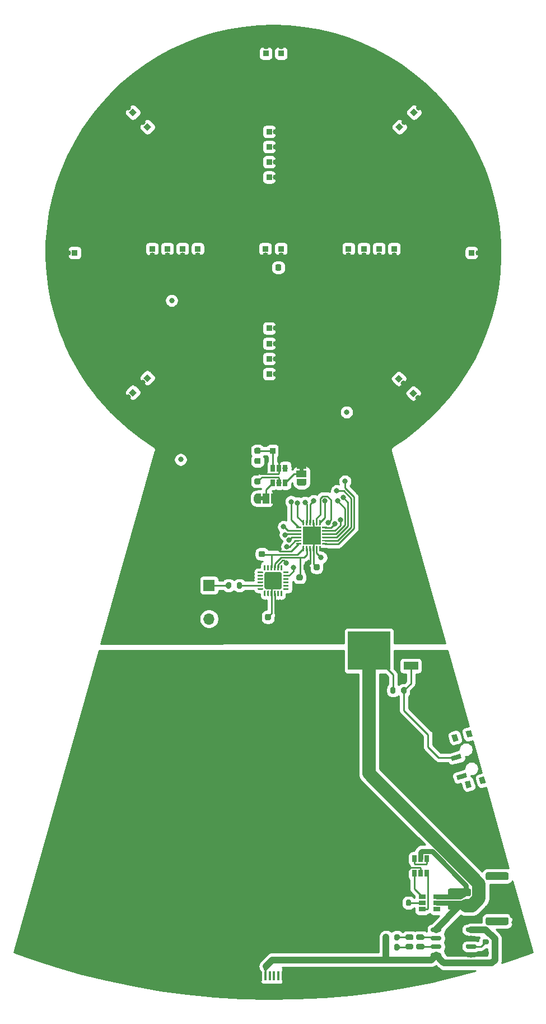
<source format=gbr>
G04 #@! TF.GenerationSoftware,KiCad,Pcbnew,(5.1.6-0)*
G04 #@! TF.CreationDate,2021-01-08T20:23:25+00:00*
G04 #@! TF.ProjectId,XMAS_Star_21,584d4153-5f53-4746-9172-5f32312e6b69,rev?*
G04 #@! TF.SameCoordinates,Original*
G04 #@! TF.FileFunction,Copper,L1,Top*
G04 #@! TF.FilePolarity,Positive*
%FSLAX46Y46*%
G04 Gerber Fmt 4.6, Leading zero omitted, Abs format (unit mm)*
G04 Created by KiCad (PCBNEW (5.1.6-0)) date 2021-01-08 20:23:25*
%MOMM*%
%LPD*%
G01*
G04 APERTURE LIST*
G04 #@! TA.AperFunction,EtchedComponent*
%ADD10C,0.100000*%
G04 #@! TD*
G04 #@! TA.AperFunction,SMDPad,CuDef*
%ADD11C,0.100000*%
G04 #@! TD*
G04 #@! TA.AperFunction,SMDPad,CuDef*
%ADD12R,1.000000X1.500000*%
G04 #@! TD*
G04 #@! TA.AperFunction,SMDPad,CuDef*
%ADD13R,1.500000X1.000000*%
G04 #@! TD*
G04 #@! TA.AperFunction,ComponentPad*
%ADD14O,1.700000X1.700000*%
G04 #@! TD*
G04 #@! TA.AperFunction,ComponentPad*
%ADD15R,1.700000X1.700000*%
G04 #@! TD*
G04 #@! TA.AperFunction,ViaPad*
%ADD16C,0.500000*%
G04 #@! TD*
G04 #@! TA.AperFunction,SMDPad,CuDef*
%ADD17R,2.700000X2.700000*%
G04 #@! TD*
G04 #@! TA.AperFunction,SMDPad,CuDef*
%ADD18R,0.650000X1.060000*%
G04 #@! TD*
G04 #@! TA.AperFunction,ComponentPad*
%ADD19R,0.850000X0.850000*%
G04 #@! TD*
G04 #@! TA.AperFunction,SMDPad,CuDef*
%ADD20R,1.060000X0.650000*%
G04 #@! TD*
G04 #@! TA.AperFunction,SMDPad,CuDef*
%ADD21R,2.410000X3.100000*%
G04 #@! TD*
G04 #@! TA.AperFunction,SMDPad,CuDef*
%ADD22R,6.400000X5.800000*%
G04 #@! TD*
G04 #@! TA.AperFunction,SMDPad,CuDef*
%ADD23R,2.200000X1.200000*%
G04 #@! TD*
G04 #@! TA.AperFunction,SMDPad,CuDef*
%ADD24R,1.000000X1.900000*%
G04 #@! TD*
G04 #@! TA.AperFunction,SMDPad,CuDef*
%ADD25R,1.800000X1.900000*%
G04 #@! TD*
G04 #@! TA.AperFunction,SMDPad,CuDef*
%ADD26R,1.650000X1.300000*%
G04 #@! TD*
G04 #@! TA.AperFunction,SMDPad,CuDef*
%ADD27R,1.425000X1.550000*%
G04 #@! TD*
G04 #@! TA.AperFunction,SMDPad,CuDef*
%ADD28R,0.450000X1.380000*%
G04 #@! TD*
G04 #@! TA.AperFunction,ComponentPad*
%ADD29C,0.100000*%
G04 #@! TD*
G04 #@! TA.AperFunction,ComponentPad*
%ADD30O,0.850000X0.850000*%
G04 #@! TD*
G04 #@! TA.AperFunction,ViaPad*
%ADD31C,0.800000*%
G04 #@! TD*
G04 #@! TA.AperFunction,Conductor*
%ADD32C,0.250000*%
G04 #@! TD*
G04 #@! TA.AperFunction,Conductor*
%ADD33C,0.750000*%
G04 #@! TD*
G04 #@! TA.AperFunction,Conductor*
%ADD34C,0.500000*%
G04 #@! TD*
G04 #@! TA.AperFunction,Conductor*
%ADD35C,1.000000*%
G04 #@! TD*
G04 #@! TA.AperFunction,Conductor*
%ADD36C,2.000000*%
G04 #@! TD*
G04 #@! TA.AperFunction,Conductor*
%ADD37C,0.254000*%
G04 #@! TD*
G04 APERTURE END LIST*
D10*
G36*
X98000000Y-116800000D02*
G01*
X98500000Y-116800000D01*
X98500000Y-117400000D01*
X98000000Y-117400000D01*
X98000000Y-116800000D01*
G37*
G36*
X104600000Y-112500000D02*
G01*
X104600000Y-113000000D01*
X104000000Y-113000000D01*
X104000000Y-112500000D01*
X104600000Y-112500000D01*
G37*
G04 #@! TA.AperFunction,SMDPad,CuDef*
G36*
G01*
X104256250Y-129450000D02*
X103743750Y-129450000D01*
G75*
G02*
X103525000Y-129231250I0J218750D01*
G01*
X103525000Y-128793750D01*
G75*
G02*
X103743750Y-128575000I218750J0D01*
G01*
X104256250Y-128575000D01*
G75*
G02*
X104475000Y-128793750I0J-218750D01*
G01*
X104475000Y-129231250D01*
G75*
G02*
X104256250Y-129450000I-218750J0D01*
G01*
G37*
G04 #@! TD.AperFunction*
G04 #@! TA.AperFunction,SMDPad,CuDef*
G36*
G01*
X104256250Y-131025000D02*
X103743750Y-131025000D01*
G75*
G02*
X103525000Y-130806250I0J218750D01*
G01*
X103525000Y-130368750D01*
G75*
G02*
X103743750Y-130150000I218750J0D01*
G01*
X104256250Y-130150000D01*
G75*
G02*
X104475000Y-130368750I0J-218750D01*
G01*
X104475000Y-130806250D01*
G75*
G02*
X104256250Y-131025000I-218750J0D01*
G01*
G37*
G04 #@! TD.AperFunction*
G04 #@! TA.AperFunction,SMDPad,CuDef*
G36*
G01*
X98043750Y-125050000D02*
X98556250Y-125050000D01*
G75*
G02*
X98775000Y-125268750I0J-218750D01*
G01*
X98775000Y-125706250D01*
G75*
G02*
X98556250Y-125925000I-218750J0D01*
G01*
X98043750Y-125925000D01*
G75*
G02*
X97825000Y-125706250I0J218750D01*
G01*
X97825000Y-125268750D01*
G75*
G02*
X98043750Y-125050000I218750J0D01*
G01*
G37*
G04 #@! TD.AperFunction*
G04 #@! TA.AperFunction,SMDPad,CuDef*
G36*
G01*
X98043750Y-123475000D02*
X98556250Y-123475000D01*
G75*
G02*
X98775000Y-123693750I0J-218750D01*
G01*
X98775000Y-124131250D01*
G75*
G02*
X98556250Y-124350000I-218750J0D01*
G01*
X98043750Y-124350000D01*
G75*
G02*
X97825000Y-124131250I0J218750D01*
G01*
X97825000Y-123693750D01*
G75*
G02*
X98043750Y-123475000I218750J0D01*
G01*
G37*
G04 #@! TD.AperFunction*
G04 #@! TA.AperFunction,SMDPad,CuDef*
D11*
G36*
X98150000Y-117850000D02*
G01*
X97600000Y-117850000D01*
X97600000Y-117849398D01*
X97575466Y-117849398D01*
X97526635Y-117844588D01*
X97478510Y-117835016D01*
X97431555Y-117820772D01*
X97386222Y-117801995D01*
X97342949Y-117778864D01*
X97302150Y-117751604D01*
X97264221Y-117720476D01*
X97229524Y-117685779D01*
X97198396Y-117647850D01*
X97171136Y-117607051D01*
X97148005Y-117563778D01*
X97129228Y-117518445D01*
X97114984Y-117471490D01*
X97105412Y-117423365D01*
X97100602Y-117374534D01*
X97100602Y-117350000D01*
X97100000Y-117350000D01*
X97100000Y-116850000D01*
X97100602Y-116850000D01*
X97100602Y-116825466D01*
X97105412Y-116776635D01*
X97114984Y-116728510D01*
X97129228Y-116681555D01*
X97148005Y-116636222D01*
X97171136Y-116592949D01*
X97198396Y-116552150D01*
X97229524Y-116514221D01*
X97264221Y-116479524D01*
X97302150Y-116448396D01*
X97342949Y-116421136D01*
X97386222Y-116398005D01*
X97431555Y-116379228D01*
X97478510Y-116364984D01*
X97526635Y-116355412D01*
X97575466Y-116350602D01*
X97600000Y-116350602D01*
X97600000Y-116350000D01*
X98150000Y-116350000D01*
X98150000Y-117850000D01*
G37*
G04 #@! TD.AperFunction*
D12*
X98900000Y-117100000D03*
G04 #@! TA.AperFunction,SMDPad,CuDef*
D11*
G36*
X100200000Y-116350602D02*
G01*
X100224534Y-116350602D01*
X100273365Y-116355412D01*
X100321490Y-116364984D01*
X100368445Y-116379228D01*
X100413778Y-116398005D01*
X100457051Y-116421136D01*
X100497850Y-116448396D01*
X100535779Y-116479524D01*
X100570476Y-116514221D01*
X100601604Y-116552150D01*
X100628864Y-116592949D01*
X100651995Y-116636222D01*
X100670772Y-116681555D01*
X100685016Y-116728510D01*
X100694588Y-116776635D01*
X100699398Y-116825466D01*
X100699398Y-116850000D01*
X100700000Y-116850000D01*
X100700000Y-117350000D01*
X100699398Y-117350000D01*
X100699398Y-117374534D01*
X100694588Y-117423365D01*
X100685016Y-117471490D01*
X100670772Y-117518445D01*
X100651995Y-117563778D01*
X100628864Y-117607051D01*
X100601604Y-117647850D01*
X100570476Y-117685779D01*
X100535779Y-117720476D01*
X100497850Y-117751604D01*
X100457051Y-117778864D01*
X100413778Y-117801995D01*
X100368445Y-117820772D01*
X100321490Y-117835016D01*
X100273365Y-117844588D01*
X100224534Y-117849398D01*
X100200000Y-117849398D01*
X100200000Y-117850000D01*
X99650000Y-117850000D01*
X99650000Y-116350000D01*
X100200000Y-116350000D01*
X100200000Y-116350602D01*
G37*
G04 #@! TD.AperFunction*
G04 #@! TA.AperFunction,SMDPad,CuDef*
G36*
X103550000Y-112650000D02*
G01*
X103550000Y-112100000D01*
X103550602Y-112100000D01*
X103550602Y-112075466D01*
X103555412Y-112026635D01*
X103564984Y-111978510D01*
X103579228Y-111931555D01*
X103598005Y-111886222D01*
X103621136Y-111842949D01*
X103648396Y-111802150D01*
X103679524Y-111764221D01*
X103714221Y-111729524D01*
X103752150Y-111698396D01*
X103792949Y-111671136D01*
X103836222Y-111648005D01*
X103881555Y-111629228D01*
X103928510Y-111614984D01*
X103976635Y-111605412D01*
X104025466Y-111600602D01*
X104050000Y-111600602D01*
X104050000Y-111600000D01*
X104550000Y-111600000D01*
X104550000Y-111600602D01*
X104574534Y-111600602D01*
X104623365Y-111605412D01*
X104671490Y-111614984D01*
X104718445Y-111629228D01*
X104763778Y-111648005D01*
X104807051Y-111671136D01*
X104847850Y-111698396D01*
X104885779Y-111729524D01*
X104920476Y-111764221D01*
X104951604Y-111802150D01*
X104978864Y-111842949D01*
X105001995Y-111886222D01*
X105020772Y-111931555D01*
X105035016Y-111978510D01*
X105044588Y-112026635D01*
X105049398Y-112075466D01*
X105049398Y-112100000D01*
X105050000Y-112100000D01*
X105050000Y-112650000D01*
X103550000Y-112650000D01*
G37*
G04 #@! TD.AperFunction*
D13*
X104300000Y-113400000D03*
G04 #@! TA.AperFunction,SMDPad,CuDef*
D11*
G36*
X105049398Y-114700000D02*
G01*
X105049398Y-114724534D01*
X105044588Y-114773365D01*
X105035016Y-114821490D01*
X105020772Y-114868445D01*
X105001995Y-114913778D01*
X104978864Y-114957051D01*
X104951604Y-114997850D01*
X104920476Y-115035779D01*
X104885779Y-115070476D01*
X104847850Y-115101604D01*
X104807051Y-115128864D01*
X104763778Y-115151995D01*
X104718445Y-115170772D01*
X104671490Y-115185016D01*
X104623365Y-115194588D01*
X104574534Y-115199398D01*
X104550000Y-115199398D01*
X104550000Y-115200000D01*
X104050000Y-115200000D01*
X104050000Y-115199398D01*
X104025466Y-115199398D01*
X103976635Y-115194588D01*
X103928510Y-115185016D01*
X103881555Y-115170772D01*
X103836222Y-115151995D01*
X103792949Y-115128864D01*
X103752150Y-115101604D01*
X103714221Y-115070476D01*
X103679524Y-115035779D01*
X103648396Y-114997850D01*
X103621136Y-114957051D01*
X103598005Y-114913778D01*
X103579228Y-114868445D01*
X103564984Y-114821490D01*
X103555412Y-114773365D01*
X103550602Y-114724534D01*
X103550602Y-114700000D01*
X103550000Y-114700000D01*
X103550000Y-114150000D01*
X105050000Y-114150000D01*
X105050000Y-114700000D01*
X105049398Y-114700000D01*
G37*
G04 #@! TD.AperFunction*
D14*
X90300000Y-135280000D03*
X90300000Y-132740000D03*
D15*
X90300000Y-130200000D03*
D16*
X104730000Y-121610000D03*
X105830000Y-121610000D03*
X106930000Y-121610000D03*
X104730000Y-122710000D03*
X105830000Y-122710000D03*
X106930000Y-122710000D03*
X104730000Y-123810000D03*
X105830000Y-123810000D03*
X106930000Y-123810000D03*
D17*
X105830000Y-122710000D03*
G04 #@! TA.AperFunction,SMDPad,CuDef*
G36*
G01*
X107205000Y-124322500D02*
X107205000Y-125022500D01*
G75*
G02*
X107142500Y-125085000I-62500J0D01*
G01*
X107017500Y-125085000D01*
G75*
G02*
X106955000Y-125022500I0J62500D01*
G01*
X106955000Y-124322500D01*
G75*
G02*
X107017500Y-124260000I62500J0D01*
G01*
X107142500Y-124260000D01*
G75*
G02*
X107205000Y-124322500I0J-62500D01*
G01*
G37*
G04 #@! TD.AperFunction*
G04 #@! TA.AperFunction,SMDPad,CuDef*
G36*
G01*
X106705000Y-124322500D02*
X106705000Y-125022500D01*
G75*
G02*
X106642500Y-125085000I-62500J0D01*
G01*
X106517500Y-125085000D01*
G75*
G02*
X106455000Y-125022500I0J62500D01*
G01*
X106455000Y-124322500D01*
G75*
G02*
X106517500Y-124260000I62500J0D01*
G01*
X106642500Y-124260000D01*
G75*
G02*
X106705000Y-124322500I0J-62500D01*
G01*
G37*
G04 #@! TD.AperFunction*
G04 #@! TA.AperFunction,SMDPad,CuDef*
G36*
G01*
X106205000Y-124322500D02*
X106205000Y-125022500D01*
G75*
G02*
X106142500Y-125085000I-62500J0D01*
G01*
X106017500Y-125085000D01*
G75*
G02*
X105955000Y-125022500I0J62500D01*
G01*
X105955000Y-124322500D01*
G75*
G02*
X106017500Y-124260000I62500J0D01*
G01*
X106142500Y-124260000D01*
G75*
G02*
X106205000Y-124322500I0J-62500D01*
G01*
G37*
G04 #@! TD.AperFunction*
G04 #@! TA.AperFunction,SMDPad,CuDef*
G36*
G01*
X105705000Y-124322500D02*
X105705000Y-125022500D01*
G75*
G02*
X105642500Y-125085000I-62500J0D01*
G01*
X105517500Y-125085000D01*
G75*
G02*
X105455000Y-125022500I0J62500D01*
G01*
X105455000Y-124322500D01*
G75*
G02*
X105517500Y-124260000I62500J0D01*
G01*
X105642500Y-124260000D01*
G75*
G02*
X105705000Y-124322500I0J-62500D01*
G01*
G37*
G04 #@! TD.AperFunction*
G04 #@! TA.AperFunction,SMDPad,CuDef*
G36*
G01*
X105205000Y-124322500D02*
X105205000Y-125022500D01*
G75*
G02*
X105142500Y-125085000I-62500J0D01*
G01*
X105017500Y-125085000D01*
G75*
G02*
X104955000Y-125022500I0J62500D01*
G01*
X104955000Y-124322500D01*
G75*
G02*
X105017500Y-124260000I62500J0D01*
G01*
X105142500Y-124260000D01*
G75*
G02*
X105205000Y-124322500I0J-62500D01*
G01*
G37*
G04 #@! TD.AperFunction*
G04 #@! TA.AperFunction,SMDPad,CuDef*
G36*
G01*
X104705000Y-124322500D02*
X104705000Y-125022500D01*
G75*
G02*
X104642500Y-125085000I-62500J0D01*
G01*
X104517500Y-125085000D01*
G75*
G02*
X104455000Y-125022500I0J62500D01*
G01*
X104455000Y-124322500D01*
G75*
G02*
X104517500Y-124260000I62500J0D01*
G01*
X104642500Y-124260000D01*
G75*
G02*
X104705000Y-124322500I0J-62500D01*
G01*
G37*
G04 #@! TD.AperFunction*
G04 #@! TA.AperFunction,SMDPad,CuDef*
G36*
G01*
X104280000Y-123897500D02*
X104280000Y-124022500D01*
G75*
G02*
X104217500Y-124085000I-62500J0D01*
G01*
X103517500Y-124085000D01*
G75*
G02*
X103455000Y-124022500I0J62500D01*
G01*
X103455000Y-123897500D01*
G75*
G02*
X103517500Y-123835000I62500J0D01*
G01*
X104217500Y-123835000D01*
G75*
G02*
X104280000Y-123897500I0J-62500D01*
G01*
G37*
G04 #@! TD.AperFunction*
G04 #@! TA.AperFunction,SMDPad,CuDef*
G36*
G01*
X104280000Y-123397500D02*
X104280000Y-123522500D01*
G75*
G02*
X104217500Y-123585000I-62500J0D01*
G01*
X103517500Y-123585000D01*
G75*
G02*
X103455000Y-123522500I0J62500D01*
G01*
X103455000Y-123397500D01*
G75*
G02*
X103517500Y-123335000I62500J0D01*
G01*
X104217500Y-123335000D01*
G75*
G02*
X104280000Y-123397500I0J-62500D01*
G01*
G37*
G04 #@! TD.AperFunction*
G04 #@! TA.AperFunction,SMDPad,CuDef*
G36*
G01*
X104280000Y-122897500D02*
X104280000Y-123022500D01*
G75*
G02*
X104217500Y-123085000I-62500J0D01*
G01*
X103517500Y-123085000D01*
G75*
G02*
X103455000Y-123022500I0J62500D01*
G01*
X103455000Y-122897500D01*
G75*
G02*
X103517500Y-122835000I62500J0D01*
G01*
X104217500Y-122835000D01*
G75*
G02*
X104280000Y-122897500I0J-62500D01*
G01*
G37*
G04 #@! TD.AperFunction*
G04 #@! TA.AperFunction,SMDPad,CuDef*
G36*
G01*
X104280000Y-122397500D02*
X104280000Y-122522500D01*
G75*
G02*
X104217500Y-122585000I-62500J0D01*
G01*
X103517500Y-122585000D01*
G75*
G02*
X103455000Y-122522500I0J62500D01*
G01*
X103455000Y-122397500D01*
G75*
G02*
X103517500Y-122335000I62500J0D01*
G01*
X104217500Y-122335000D01*
G75*
G02*
X104280000Y-122397500I0J-62500D01*
G01*
G37*
G04 #@! TD.AperFunction*
G04 #@! TA.AperFunction,SMDPad,CuDef*
G36*
G01*
X104280000Y-121897500D02*
X104280000Y-122022500D01*
G75*
G02*
X104217500Y-122085000I-62500J0D01*
G01*
X103517500Y-122085000D01*
G75*
G02*
X103455000Y-122022500I0J62500D01*
G01*
X103455000Y-121897500D01*
G75*
G02*
X103517500Y-121835000I62500J0D01*
G01*
X104217500Y-121835000D01*
G75*
G02*
X104280000Y-121897500I0J-62500D01*
G01*
G37*
G04 #@! TD.AperFunction*
G04 #@! TA.AperFunction,SMDPad,CuDef*
G36*
G01*
X104280000Y-121397500D02*
X104280000Y-121522500D01*
G75*
G02*
X104217500Y-121585000I-62500J0D01*
G01*
X103517500Y-121585000D01*
G75*
G02*
X103455000Y-121522500I0J62500D01*
G01*
X103455000Y-121397500D01*
G75*
G02*
X103517500Y-121335000I62500J0D01*
G01*
X104217500Y-121335000D01*
G75*
G02*
X104280000Y-121397500I0J-62500D01*
G01*
G37*
G04 #@! TD.AperFunction*
G04 #@! TA.AperFunction,SMDPad,CuDef*
G36*
G01*
X104705000Y-120397500D02*
X104705000Y-121097500D01*
G75*
G02*
X104642500Y-121160000I-62500J0D01*
G01*
X104517500Y-121160000D01*
G75*
G02*
X104455000Y-121097500I0J62500D01*
G01*
X104455000Y-120397500D01*
G75*
G02*
X104517500Y-120335000I62500J0D01*
G01*
X104642500Y-120335000D01*
G75*
G02*
X104705000Y-120397500I0J-62500D01*
G01*
G37*
G04 #@! TD.AperFunction*
G04 #@! TA.AperFunction,SMDPad,CuDef*
G36*
G01*
X105205000Y-120397500D02*
X105205000Y-121097500D01*
G75*
G02*
X105142500Y-121160000I-62500J0D01*
G01*
X105017500Y-121160000D01*
G75*
G02*
X104955000Y-121097500I0J62500D01*
G01*
X104955000Y-120397500D01*
G75*
G02*
X105017500Y-120335000I62500J0D01*
G01*
X105142500Y-120335000D01*
G75*
G02*
X105205000Y-120397500I0J-62500D01*
G01*
G37*
G04 #@! TD.AperFunction*
G04 #@! TA.AperFunction,SMDPad,CuDef*
G36*
G01*
X105705000Y-120397500D02*
X105705000Y-121097500D01*
G75*
G02*
X105642500Y-121160000I-62500J0D01*
G01*
X105517500Y-121160000D01*
G75*
G02*
X105455000Y-121097500I0J62500D01*
G01*
X105455000Y-120397500D01*
G75*
G02*
X105517500Y-120335000I62500J0D01*
G01*
X105642500Y-120335000D01*
G75*
G02*
X105705000Y-120397500I0J-62500D01*
G01*
G37*
G04 #@! TD.AperFunction*
G04 #@! TA.AperFunction,SMDPad,CuDef*
G36*
G01*
X106205000Y-120397500D02*
X106205000Y-121097500D01*
G75*
G02*
X106142500Y-121160000I-62500J0D01*
G01*
X106017500Y-121160000D01*
G75*
G02*
X105955000Y-121097500I0J62500D01*
G01*
X105955000Y-120397500D01*
G75*
G02*
X106017500Y-120335000I62500J0D01*
G01*
X106142500Y-120335000D01*
G75*
G02*
X106205000Y-120397500I0J-62500D01*
G01*
G37*
G04 #@! TD.AperFunction*
G04 #@! TA.AperFunction,SMDPad,CuDef*
G36*
G01*
X106705000Y-120397500D02*
X106705000Y-121097500D01*
G75*
G02*
X106642500Y-121160000I-62500J0D01*
G01*
X106517500Y-121160000D01*
G75*
G02*
X106455000Y-121097500I0J62500D01*
G01*
X106455000Y-120397500D01*
G75*
G02*
X106517500Y-120335000I62500J0D01*
G01*
X106642500Y-120335000D01*
G75*
G02*
X106705000Y-120397500I0J-62500D01*
G01*
G37*
G04 #@! TD.AperFunction*
G04 #@! TA.AperFunction,SMDPad,CuDef*
G36*
G01*
X107205000Y-120397500D02*
X107205000Y-121097500D01*
G75*
G02*
X107142500Y-121160000I-62500J0D01*
G01*
X107017500Y-121160000D01*
G75*
G02*
X106955000Y-121097500I0J62500D01*
G01*
X106955000Y-120397500D01*
G75*
G02*
X107017500Y-120335000I62500J0D01*
G01*
X107142500Y-120335000D01*
G75*
G02*
X107205000Y-120397500I0J-62500D01*
G01*
G37*
G04 #@! TD.AperFunction*
G04 #@! TA.AperFunction,SMDPad,CuDef*
G36*
G01*
X108205000Y-121397500D02*
X108205000Y-121522500D01*
G75*
G02*
X108142500Y-121585000I-62500J0D01*
G01*
X107442500Y-121585000D01*
G75*
G02*
X107380000Y-121522500I0J62500D01*
G01*
X107380000Y-121397500D01*
G75*
G02*
X107442500Y-121335000I62500J0D01*
G01*
X108142500Y-121335000D01*
G75*
G02*
X108205000Y-121397500I0J-62500D01*
G01*
G37*
G04 #@! TD.AperFunction*
G04 #@! TA.AperFunction,SMDPad,CuDef*
G36*
G01*
X108205000Y-121897500D02*
X108205000Y-122022500D01*
G75*
G02*
X108142500Y-122085000I-62500J0D01*
G01*
X107442500Y-122085000D01*
G75*
G02*
X107380000Y-122022500I0J62500D01*
G01*
X107380000Y-121897500D01*
G75*
G02*
X107442500Y-121835000I62500J0D01*
G01*
X108142500Y-121835000D01*
G75*
G02*
X108205000Y-121897500I0J-62500D01*
G01*
G37*
G04 #@! TD.AperFunction*
G04 #@! TA.AperFunction,SMDPad,CuDef*
G36*
G01*
X108205000Y-122397500D02*
X108205000Y-122522500D01*
G75*
G02*
X108142500Y-122585000I-62500J0D01*
G01*
X107442500Y-122585000D01*
G75*
G02*
X107380000Y-122522500I0J62500D01*
G01*
X107380000Y-122397500D01*
G75*
G02*
X107442500Y-122335000I62500J0D01*
G01*
X108142500Y-122335000D01*
G75*
G02*
X108205000Y-122397500I0J-62500D01*
G01*
G37*
G04 #@! TD.AperFunction*
G04 #@! TA.AperFunction,SMDPad,CuDef*
G36*
G01*
X108205000Y-122897500D02*
X108205000Y-123022500D01*
G75*
G02*
X108142500Y-123085000I-62500J0D01*
G01*
X107442500Y-123085000D01*
G75*
G02*
X107380000Y-123022500I0J62500D01*
G01*
X107380000Y-122897500D01*
G75*
G02*
X107442500Y-122835000I62500J0D01*
G01*
X108142500Y-122835000D01*
G75*
G02*
X108205000Y-122897500I0J-62500D01*
G01*
G37*
G04 #@! TD.AperFunction*
G04 #@! TA.AperFunction,SMDPad,CuDef*
G36*
G01*
X108205000Y-123397500D02*
X108205000Y-123522500D01*
G75*
G02*
X108142500Y-123585000I-62500J0D01*
G01*
X107442500Y-123585000D01*
G75*
G02*
X107380000Y-123522500I0J62500D01*
G01*
X107380000Y-123397500D01*
G75*
G02*
X107442500Y-123335000I62500J0D01*
G01*
X108142500Y-123335000D01*
G75*
G02*
X108205000Y-123397500I0J-62500D01*
G01*
G37*
G04 #@! TD.AperFunction*
G04 #@! TA.AperFunction,SMDPad,CuDef*
G36*
G01*
X108205000Y-123897500D02*
X108205000Y-124022500D01*
G75*
G02*
X108142500Y-124085000I-62500J0D01*
G01*
X107442500Y-124085000D01*
G75*
G02*
X107380000Y-124022500I0J62500D01*
G01*
X107380000Y-123897500D01*
G75*
G02*
X107442500Y-123835000I62500J0D01*
G01*
X108142500Y-123835000D01*
G75*
G02*
X108205000Y-123897500I0J-62500D01*
G01*
G37*
G04 #@! TD.AperFunction*
G04 #@! TA.AperFunction,SMDPad,CuDef*
G36*
G01*
X105475000Y-127220000D02*
X105475000Y-127720000D01*
G75*
G02*
X105250000Y-127945000I-225000J0D01*
G01*
X104800000Y-127945000D01*
G75*
G02*
X104575000Y-127720000I0J225000D01*
G01*
X104575000Y-127220000D01*
G75*
G02*
X104800000Y-126995000I225000J0D01*
G01*
X105250000Y-126995000D01*
G75*
G02*
X105475000Y-127220000I0J-225000D01*
G01*
G37*
G04 #@! TD.AperFunction*
G04 #@! TA.AperFunction,SMDPad,CuDef*
G36*
G01*
X107025000Y-127220000D02*
X107025000Y-127720000D01*
G75*
G02*
X106800000Y-127945000I-225000J0D01*
G01*
X106350000Y-127945000D01*
G75*
G02*
X106125000Y-127720000I0J225000D01*
G01*
X106125000Y-127220000D01*
G75*
G02*
X106350000Y-126995000I225000J0D01*
G01*
X106800000Y-126995000D01*
G75*
G02*
X107025000Y-127220000I0J-225000D01*
G01*
G37*
G04 #@! TD.AperFunction*
G04 #@! TA.AperFunction,SMDPad,CuDef*
G36*
G01*
X100315000Y-135260000D02*
X100315000Y-134760000D01*
G75*
G02*
X100540000Y-134535000I225000J0D01*
G01*
X100990000Y-134535000D01*
G75*
G02*
X101215000Y-134760000I0J-225000D01*
G01*
X101215000Y-135260000D01*
G75*
G02*
X100990000Y-135485000I-225000J0D01*
G01*
X100540000Y-135485000D01*
G75*
G02*
X100315000Y-135260000I0J225000D01*
G01*
G37*
G04 #@! TD.AperFunction*
G04 #@! TA.AperFunction,SMDPad,CuDef*
G36*
G01*
X98765000Y-135260000D02*
X98765000Y-134760000D01*
G75*
G02*
X98990000Y-134535000I225000J0D01*
G01*
X99440000Y-134535000D01*
G75*
G02*
X99665000Y-134760000I0J-225000D01*
G01*
X99665000Y-135260000D01*
G75*
G02*
X99440000Y-135485000I-225000J0D01*
G01*
X98990000Y-135485000D01*
G75*
G02*
X98765000Y-135260000I0J225000D01*
G01*
G37*
G04 #@! TD.AperFunction*
D18*
X100890000Y-114720000D03*
X101840000Y-114720000D03*
X99940000Y-114720000D03*
X99940000Y-112520000D03*
X100890000Y-112520000D03*
X101840000Y-112520000D03*
D19*
X99940000Y-109900000D03*
G04 #@! TA.AperFunction,SMDPad,CuDef*
G36*
G01*
X97890000Y-113425000D02*
X97390000Y-113425000D01*
G75*
G02*
X97165000Y-113200000I0J225000D01*
G01*
X97165000Y-112750000D01*
G75*
G02*
X97390000Y-112525000I225000J0D01*
G01*
X97890000Y-112525000D01*
G75*
G02*
X98115000Y-112750000I0J-225000D01*
G01*
X98115000Y-113200000D01*
G75*
G02*
X97890000Y-113425000I-225000J0D01*
G01*
G37*
G04 #@! TD.AperFunction*
G04 #@! TA.AperFunction,SMDPad,CuDef*
G36*
G01*
X97890000Y-114975000D02*
X97390000Y-114975000D01*
G75*
G02*
X97165000Y-114750000I0J225000D01*
G01*
X97165000Y-114300000D01*
G75*
G02*
X97390000Y-114075000I225000J0D01*
G01*
X97890000Y-114075000D01*
G75*
G02*
X98115000Y-114300000I0J-225000D01*
G01*
X98115000Y-114750000D01*
G75*
G02*
X97890000Y-114975000I-225000J0D01*
G01*
G37*
G04 #@! TD.AperFunction*
G04 #@! TA.AperFunction,SMDPad,CuDef*
G36*
G01*
X97890000Y-110345000D02*
X97390000Y-110345000D01*
G75*
G02*
X97165000Y-110120000I0J225000D01*
G01*
X97165000Y-109670000D01*
G75*
G02*
X97390000Y-109445000I225000J0D01*
G01*
X97890000Y-109445000D01*
G75*
G02*
X98115000Y-109670000I0J-225000D01*
G01*
X98115000Y-110120000D01*
G75*
G02*
X97890000Y-110345000I-225000J0D01*
G01*
G37*
G04 #@! TD.AperFunction*
G04 #@! TA.AperFunction,SMDPad,CuDef*
G36*
G01*
X97890000Y-111895000D02*
X97390000Y-111895000D01*
G75*
G02*
X97165000Y-111670000I0J225000D01*
G01*
X97165000Y-111220000D01*
G75*
G02*
X97390000Y-110995000I225000J0D01*
G01*
X97890000Y-110995000D01*
G75*
G02*
X98115000Y-111220000I0J-225000D01*
G01*
X98115000Y-111670000D01*
G75*
G02*
X97890000Y-111895000I-225000J0D01*
G01*
G37*
G04 #@! TD.AperFunction*
G04 #@! TA.AperFunction,SMDPad,CuDef*
G36*
G01*
X94505000Y-130505000D02*
X94505000Y-129955000D01*
G75*
G02*
X94705000Y-129755000I200000J0D01*
G01*
X95105000Y-129755000D01*
G75*
G02*
X95305000Y-129955000I0J-200000D01*
G01*
X95305000Y-130505000D01*
G75*
G02*
X95105000Y-130705000I-200000J0D01*
G01*
X94705000Y-130705000D01*
G75*
G02*
X94505000Y-130505000I0J200000D01*
G01*
G37*
G04 #@! TD.AperFunction*
G04 #@! TA.AperFunction,SMDPad,CuDef*
G36*
G01*
X92855000Y-130505000D02*
X92855000Y-129955000D01*
G75*
G02*
X93055000Y-129755000I200000J0D01*
G01*
X93455000Y-129755000D01*
G75*
G02*
X93655000Y-129955000I0J-200000D01*
G01*
X93655000Y-130505000D01*
G75*
G02*
X93455000Y-130705000I-200000J0D01*
G01*
X93055000Y-130705000D01*
G75*
G02*
X92855000Y-130505000I0J200000D01*
G01*
G37*
G04 #@! TD.AperFunction*
G04 #@! TA.AperFunction,SMDPad,CuDef*
G36*
G01*
X129620000Y-177170000D02*
X126720000Y-177170000D01*
G75*
G02*
X126420000Y-176870000I0J300000D01*
G01*
X126420000Y-176270000D01*
G75*
G02*
X126720000Y-175970000I300000J0D01*
G01*
X129620000Y-175970000D01*
G75*
G02*
X129920000Y-176270000I0J-300000D01*
G01*
X129920000Y-176870000D01*
G75*
G02*
X129620000Y-177170000I-300000J0D01*
G01*
G37*
G04 #@! TD.AperFunction*
G04 #@! TA.AperFunction,ConnectorPad*
G36*
G01*
X129670400Y-179170000D02*
X126669600Y-179170000D01*
G75*
G02*
X126420000Y-178920400I0J249600D01*
G01*
X126420000Y-178219600D01*
G75*
G02*
X126669600Y-177970000I249600J0D01*
G01*
X129670400Y-177970000D01*
G75*
G02*
X129920000Y-178219600I0J-249600D01*
G01*
X129920000Y-178920400D01*
G75*
G02*
X129670400Y-179170000I-249600J0D01*
G01*
G37*
G04 #@! TD.AperFunction*
G04 #@! TA.AperFunction,SMDPad,CuDef*
G36*
G01*
X135320000Y-174720000D02*
X132420000Y-174720000D01*
G75*
G02*
X132120000Y-174420000I0J300000D01*
G01*
X132120000Y-173820000D01*
G75*
G02*
X132420000Y-173520000I300000J0D01*
G01*
X135320000Y-173520000D01*
G75*
G02*
X135620000Y-173820000I0J-300000D01*
G01*
X135620000Y-174420000D01*
G75*
G02*
X135320000Y-174720000I-300000J0D01*
G01*
G37*
G04 #@! TD.AperFunction*
G04 #@! TA.AperFunction,SMDPad,CuDef*
G36*
G01*
X135320000Y-181520000D02*
X132420000Y-181520000D01*
G75*
G02*
X132120000Y-181220000I0J300000D01*
G01*
X132120000Y-180620000D01*
G75*
G02*
X132420000Y-180320000I300000J0D01*
G01*
X135320000Y-180320000D01*
G75*
G02*
X135620000Y-180620000I0J-300000D01*
G01*
X135620000Y-181220000D01*
G75*
G02*
X135320000Y-181520000I-300000J0D01*
G01*
G37*
G04 #@! TD.AperFunction*
D20*
X124740000Y-178160000D03*
X124740000Y-177210000D03*
X124740000Y-179110000D03*
X122540000Y-179110000D03*
X122540000Y-178160000D03*
X122540000Y-177210000D03*
D21*
X127280000Y-184120000D03*
G04 #@! TA.AperFunction,SMDPad,CuDef*
G36*
G01*
X125430000Y-185875000D02*
X125430000Y-186175000D01*
G75*
G02*
X125280000Y-186325000I-150000J0D01*
G01*
X123980000Y-186325000D01*
G75*
G02*
X123830000Y-186175000I0J150000D01*
G01*
X123830000Y-185875000D01*
G75*
G02*
X123980000Y-185725000I150000J0D01*
G01*
X125280000Y-185725000D01*
G75*
G02*
X125430000Y-185875000I0J-150000D01*
G01*
G37*
G04 #@! TD.AperFunction*
G04 #@! TA.AperFunction,SMDPad,CuDef*
G36*
G01*
X125430000Y-184605000D02*
X125430000Y-184905000D01*
G75*
G02*
X125280000Y-185055000I-150000J0D01*
G01*
X123980000Y-185055000D01*
G75*
G02*
X123830000Y-184905000I0J150000D01*
G01*
X123830000Y-184605000D01*
G75*
G02*
X123980000Y-184455000I150000J0D01*
G01*
X125280000Y-184455000D01*
G75*
G02*
X125430000Y-184605000I0J-150000D01*
G01*
G37*
G04 #@! TD.AperFunction*
G04 #@! TA.AperFunction,SMDPad,CuDef*
G36*
G01*
X125430000Y-183335000D02*
X125430000Y-183635000D01*
G75*
G02*
X125280000Y-183785000I-150000J0D01*
G01*
X123980000Y-183785000D01*
G75*
G02*
X123830000Y-183635000I0J150000D01*
G01*
X123830000Y-183335000D01*
G75*
G02*
X123980000Y-183185000I150000J0D01*
G01*
X125280000Y-183185000D01*
G75*
G02*
X125430000Y-183335000I0J-150000D01*
G01*
G37*
G04 #@! TD.AperFunction*
G04 #@! TA.AperFunction,SMDPad,CuDef*
G36*
G01*
X125430000Y-182065000D02*
X125430000Y-182365000D01*
G75*
G02*
X125280000Y-182515000I-150000J0D01*
G01*
X123980000Y-182515000D01*
G75*
G02*
X123830000Y-182365000I0J150000D01*
G01*
X123830000Y-182065000D01*
G75*
G02*
X123980000Y-181915000I150000J0D01*
G01*
X125280000Y-181915000D01*
G75*
G02*
X125430000Y-182065000I0J-150000D01*
G01*
G37*
G04 #@! TD.AperFunction*
G04 #@! TA.AperFunction,SMDPad,CuDef*
G36*
G01*
X130730000Y-182065000D02*
X130730000Y-182365000D01*
G75*
G02*
X130580000Y-182515000I-150000J0D01*
G01*
X129280000Y-182515000D01*
G75*
G02*
X129130000Y-182365000I0J150000D01*
G01*
X129130000Y-182065000D01*
G75*
G02*
X129280000Y-181915000I150000J0D01*
G01*
X130580000Y-181915000D01*
G75*
G02*
X130730000Y-182065000I0J-150000D01*
G01*
G37*
G04 #@! TD.AperFunction*
G04 #@! TA.AperFunction,SMDPad,CuDef*
G36*
G01*
X130730000Y-183335000D02*
X130730000Y-183635000D01*
G75*
G02*
X130580000Y-183785000I-150000J0D01*
G01*
X129280000Y-183785000D01*
G75*
G02*
X129130000Y-183635000I0J150000D01*
G01*
X129130000Y-183335000D01*
G75*
G02*
X129280000Y-183185000I150000J0D01*
G01*
X130580000Y-183185000D01*
G75*
G02*
X130730000Y-183335000I0J-150000D01*
G01*
G37*
G04 #@! TD.AperFunction*
G04 #@! TA.AperFunction,SMDPad,CuDef*
G36*
G01*
X130730000Y-184605000D02*
X130730000Y-184905000D01*
G75*
G02*
X130580000Y-185055000I-150000J0D01*
G01*
X129280000Y-185055000D01*
G75*
G02*
X129130000Y-184905000I0J150000D01*
G01*
X129130000Y-184605000D01*
G75*
G02*
X129280000Y-184455000I150000J0D01*
G01*
X130580000Y-184455000D01*
G75*
G02*
X130730000Y-184605000I0J-150000D01*
G01*
G37*
G04 #@! TD.AperFunction*
G04 #@! TA.AperFunction,SMDPad,CuDef*
G36*
G01*
X130730000Y-185875000D02*
X130730000Y-186175000D01*
G75*
G02*
X130580000Y-186325000I-150000J0D01*
G01*
X129280000Y-186325000D01*
G75*
G02*
X129130000Y-186175000I0J150000D01*
G01*
X129130000Y-185875000D01*
G75*
G02*
X129280000Y-185725000I150000J0D01*
G01*
X130580000Y-185725000D01*
G75*
G02*
X130730000Y-185875000I0J-150000D01*
G01*
G37*
G04 #@! TD.AperFunction*
G04 #@! TA.AperFunction,SMDPad,CuDef*
D11*
G36*
X130038615Y-160623978D02*
G01*
X129269606Y-160844488D01*
X128993969Y-159883226D01*
X129762978Y-159662716D01*
X130038615Y-160623978D01*
G37*
G04 #@! TD.AperFunction*
G04 #@! TA.AperFunction,SMDPad,CuDef*
G36*
X128026463Y-153606768D02*
G01*
X127257454Y-153827278D01*
X126981817Y-152866016D01*
X127750826Y-152645506D01*
X128026463Y-153606768D01*
G37*
G04 #@! TD.AperFunction*
G04 #@! TA.AperFunction,SMDPad,CuDef*
G36*
X130150851Y-152997609D02*
G01*
X129381842Y-153218119D01*
X129106205Y-152256857D01*
X129875214Y-152036347D01*
X130150851Y-152997609D01*
G37*
G04 #@! TD.AperFunction*
G04 #@! TA.AperFunction,SMDPad,CuDef*
G36*
X132163004Y-160014820D02*
G01*
X131393995Y-160235330D01*
X131118358Y-159274068D01*
X131887367Y-159053558D01*
X132163004Y-160014820D01*
G37*
G04 #@! TD.AperFunction*
G04 #@! TA.AperFunction,SMDPad,CuDef*
G36*
X128082631Y-154891037D02*
G01*
X126640739Y-155304493D01*
X126447793Y-154631609D01*
X127889685Y-154218153D01*
X128082631Y-154891037D01*
G37*
G04 #@! TD.AperFunction*
G04 #@! TA.AperFunction,SMDPad,CuDef*
G36*
X128496087Y-156332929D02*
G01*
X127054195Y-156746385D01*
X126861249Y-156073501D01*
X128303141Y-155660045D01*
X128496087Y-156332929D01*
G37*
G04 #@! TD.AperFunction*
G04 #@! TA.AperFunction,SMDPad,CuDef*
G36*
X129322999Y-159216714D02*
G01*
X127881107Y-159630170D01*
X127688161Y-158957286D01*
X129130053Y-158543830D01*
X129322999Y-159216714D01*
G37*
G04 #@! TD.AperFunction*
G04 #@! TA.AperFunction,SMDPad,CuDef*
G36*
G01*
X119225000Y-177865000D02*
X119225000Y-178415000D01*
G75*
G02*
X119025000Y-178615000I-200000J0D01*
G01*
X118625000Y-178615000D01*
G75*
G02*
X118425000Y-178415000I0J200000D01*
G01*
X118425000Y-177865000D01*
G75*
G02*
X118625000Y-177665000I200000J0D01*
G01*
X119025000Y-177665000D01*
G75*
G02*
X119225000Y-177865000I0J-200000D01*
G01*
G37*
G04 #@! TD.AperFunction*
G04 #@! TA.AperFunction,SMDPad,CuDef*
G36*
G01*
X120875000Y-177865000D02*
X120875000Y-178415000D01*
G75*
G02*
X120675000Y-178615000I-200000J0D01*
G01*
X120275000Y-178615000D01*
G75*
G02*
X120075000Y-178415000I0J200000D01*
G01*
X120075000Y-177865000D01*
G75*
G02*
X120275000Y-177665000I200000J0D01*
G01*
X120675000Y-177665000D01*
G75*
G02*
X120875000Y-177865000I0J-200000D01*
G01*
G37*
G04 #@! TD.AperFunction*
G04 #@! TA.AperFunction,SMDPad,CuDef*
G36*
G01*
X118520000Y-145795000D02*
X118520000Y-146345000D01*
G75*
G02*
X118320000Y-146545000I-200000J0D01*
G01*
X117920000Y-146545000D01*
G75*
G02*
X117720000Y-146345000I0J200000D01*
G01*
X117720000Y-145795000D01*
G75*
G02*
X117920000Y-145595000I200000J0D01*
G01*
X118320000Y-145595000D01*
G75*
G02*
X118520000Y-145795000I0J-200000D01*
G01*
G37*
G04 #@! TD.AperFunction*
G04 #@! TA.AperFunction,SMDPad,CuDef*
G36*
G01*
X120170000Y-145795000D02*
X120170000Y-146345000D01*
G75*
G02*
X119970000Y-146545000I-200000J0D01*
G01*
X119570000Y-146545000D01*
G75*
G02*
X119370000Y-146345000I0J200000D01*
G01*
X119370000Y-145795000D01*
G75*
G02*
X119570000Y-145595000I200000J0D01*
G01*
X119970000Y-145595000D01*
G75*
G02*
X120170000Y-145795000I0J-200000D01*
G01*
G37*
G04 #@! TD.AperFunction*
G04 #@! TA.AperFunction,SMDPad,CuDef*
G36*
G01*
X118325000Y-183605000D02*
X118325000Y-183055000D01*
G75*
G02*
X118525000Y-182855000I200000J0D01*
G01*
X118925000Y-182855000D01*
G75*
G02*
X119125000Y-183055000I0J-200000D01*
G01*
X119125000Y-183605000D01*
G75*
G02*
X118925000Y-183805000I-200000J0D01*
G01*
X118525000Y-183805000D01*
G75*
G02*
X118325000Y-183605000I0J200000D01*
G01*
G37*
G04 #@! TD.AperFunction*
G04 #@! TA.AperFunction,SMDPad,CuDef*
G36*
G01*
X116675000Y-183605000D02*
X116675000Y-183055000D01*
G75*
G02*
X116875000Y-182855000I200000J0D01*
G01*
X117275000Y-182855000D01*
G75*
G02*
X117475000Y-183055000I0J-200000D01*
G01*
X117475000Y-183605000D01*
G75*
G02*
X117275000Y-183805000I-200000J0D01*
G01*
X116875000Y-183805000D01*
G75*
G02*
X116675000Y-183605000I0J200000D01*
G01*
G37*
G04 #@! TD.AperFunction*
G04 #@! TA.AperFunction,SMDPad,CuDef*
G36*
G01*
X118325000Y-185125000D02*
X118325000Y-184575000D01*
G75*
G02*
X118525000Y-184375000I200000J0D01*
G01*
X118925000Y-184375000D01*
G75*
G02*
X119125000Y-184575000I0J-200000D01*
G01*
X119125000Y-185125000D01*
G75*
G02*
X118925000Y-185325000I-200000J0D01*
G01*
X118525000Y-185325000D01*
G75*
G02*
X118325000Y-185125000I0J200000D01*
G01*
G37*
G04 #@! TD.AperFunction*
G04 #@! TA.AperFunction,SMDPad,CuDef*
G36*
G01*
X116675000Y-185125000D02*
X116675000Y-184575000D01*
G75*
G02*
X116875000Y-184375000I200000J0D01*
G01*
X117275000Y-184375000D01*
G75*
G02*
X117475000Y-184575000I0J-200000D01*
G01*
X117475000Y-185125000D01*
G75*
G02*
X117275000Y-185325000I-200000J0D01*
G01*
X116875000Y-185325000D01*
G75*
G02*
X116675000Y-185125000I0J200000D01*
G01*
G37*
G04 #@! TD.AperFunction*
G04 #@! TA.AperFunction,SMDPad,CuDef*
G36*
G01*
X131855000Y-185305000D02*
X132405000Y-185305000D01*
G75*
G02*
X132605000Y-185505000I0J-200000D01*
G01*
X132605000Y-185905000D01*
G75*
G02*
X132405000Y-186105000I-200000J0D01*
G01*
X131855000Y-186105000D01*
G75*
G02*
X131655000Y-185905000I0J200000D01*
G01*
X131655000Y-185505000D01*
G75*
G02*
X131855000Y-185305000I200000J0D01*
G01*
G37*
G04 #@! TD.AperFunction*
G04 #@! TA.AperFunction,SMDPad,CuDef*
G36*
G01*
X131855000Y-183655000D02*
X132405000Y-183655000D01*
G75*
G02*
X132605000Y-183855000I0J-200000D01*
G01*
X132605000Y-184255000D01*
G75*
G02*
X132405000Y-184455000I-200000J0D01*
G01*
X131855000Y-184455000D01*
G75*
G02*
X131655000Y-184255000I0J200000D01*
G01*
X131655000Y-183855000D01*
G75*
G02*
X131855000Y-183655000I200000J0D01*
G01*
G37*
G04 #@! TD.AperFunction*
D18*
X122300000Y-171490000D03*
X121350000Y-171490000D03*
X123250000Y-171490000D03*
X123250000Y-173690000D03*
X122300000Y-173690000D03*
X121350000Y-173690000D03*
D22*
X114515000Y-140095000D03*
D23*
X120815000Y-137815000D03*
X120815000Y-142375000D03*
D24*
X101690000Y-191780000D03*
D25*
X98990000Y-191780000D03*
D26*
X103515000Y-191780000D03*
X96765000Y-191780000D03*
D27*
X102627500Y-189205000D03*
X97652500Y-189205000D03*
D28*
X101440000Y-189120000D03*
X100790000Y-189120000D03*
X100140000Y-189120000D03*
X99490000Y-189120000D03*
X98840000Y-189120000D03*
G04 #@! TA.AperFunction,SMDPad,CuDef*
G36*
G01*
X121220000Y-183127500D02*
X121220000Y-183552500D01*
G75*
G02*
X121007500Y-183765000I-212500J0D01*
G01*
X120207500Y-183765000D01*
G75*
G02*
X119995000Y-183552500I0J212500D01*
G01*
X119995000Y-183127500D01*
G75*
G02*
X120207500Y-182915000I212500J0D01*
G01*
X121007500Y-182915000D01*
G75*
G02*
X121220000Y-183127500I0J-212500D01*
G01*
G37*
G04 #@! TD.AperFunction*
G04 #@! TA.AperFunction,SMDPad,CuDef*
G36*
G01*
X122845000Y-183127500D02*
X122845000Y-183552500D01*
G75*
G02*
X122632500Y-183765000I-212500J0D01*
G01*
X121832500Y-183765000D01*
G75*
G02*
X121620000Y-183552500I0J212500D01*
G01*
X121620000Y-183127500D01*
G75*
G02*
X121832500Y-182915000I212500J0D01*
G01*
X122632500Y-182915000D01*
G75*
G02*
X122845000Y-183127500I0J-212500D01*
G01*
G37*
G04 #@! TD.AperFunction*
G04 #@! TA.AperFunction,SMDPad,CuDef*
G36*
G01*
X121220000Y-184547500D02*
X121220000Y-184972500D01*
G75*
G02*
X121007500Y-185185000I-212500J0D01*
G01*
X120207500Y-185185000D01*
G75*
G02*
X119995000Y-184972500I0J212500D01*
G01*
X119995000Y-184547500D01*
G75*
G02*
X120207500Y-184335000I212500J0D01*
G01*
X121007500Y-184335000D01*
G75*
G02*
X121220000Y-184547500I0J-212500D01*
G01*
G37*
G04 #@! TD.AperFunction*
G04 #@! TA.AperFunction,SMDPad,CuDef*
G36*
G01*
X122845000Y-184547500D02*
X122845000Y-184972500D01*
G75*
G02*
X122632500Y-185185000I-212500J0D01*
G01*
X121832500Y-185185000D01*
G75*
G02*
X121620000Y-184972500I0J212500D01*
G01*
X121620000Y-184547500D01*
G75*
G02*
X121832500Y-184335000I212500J0D01*
G01*
X122632500Y-184335000D01*
G75*
G02*
X122845000Y-184547500I0J-212500D01*
G01*
G37*
G04 #@! TD.AperFunction*
G04 #@! TA.AperFunction,ComponentPad*
G36*
G01*
X78393413Y-57792373D02*
X78393413Y-57792373D01*
G75*
G02*
X78393413Y-58393413I-300520J-300520D01*
G01*
X78393413Y-58393413D01*
G75*
G02*
X77792373Y-58393413I-300520J300520D01*
G01*
X77792373Y-58393413D01*
G75*
G02*
X77792373Y-57792373I300520J300520D01*
G01*
X77792373Y-57792373D01*
G75*
G02*
X78393413Y-57792373I300520J-300520D01*
G01*
G37*
G04 #@! TD.AperFunction*
G04 #@! TA.AperFunction,ComponentPad*
D29*
G36*
X78800000Y-58198959D02*
G01*
X79401041Y-58800000D01*
X78800000Y-59401041D01*
X78198959Y-58800000D01*
X78800000Y-58198959D01*
G37*
G04 #@! TD.AperFunction*
G04 #@! TA.AperFunction,ComponentPad*
G36*
G01*
X122307627Y-58393413D02*
X122307627Y-58393413D01*
G75*
G02*
X121706587Y-58393413I-300520J300520D01*
G01*
X121706587Y-58393413D01*
G75*
G02*
X121706587Y-57792373I300520J300520D01*
G01*
X121706587Y-57792373D01*
G75*
G02*
X122307627Y-57792373I300520J-300520D01*
G01*
X122307627Y-57792373D01*
G75*
G02*
X122307627Y-58393413I-300520J-300520D01*
G01*
G37*
G04 #@! TD.AperFunction*
G04 #@! TA.AperFunction,ComponentPad*
G36*
X121901041Y-58800000D02*
G01*
X121300000Y-59401041D01*
X120698959Y-58800000D01*
X121300000Y-58198959D01*
X121901041Y-58800000D01*
G37*
G04 #@! TD.AperFunction*
G04 #@! TA.AperFunction,ComponentPad*
G36*
G01*
X121606587Y-102207627D02*
X121606587Y-102207627D01*
G75*
G02*
X121606587Y-101606587I300520J300520D01*
G01*
X121606587Y-101606587D01*
G75*
G02*
X122207627Y-101606587I300520J-300520D01*
G01*
X122207627Y-101606587D01*
G75*
G02*
X122207627Y-102207627I-300520J-300520D01*
G01*
X122207627Y-102207627D01*
G75*
G02*
X121606587Y-102207627I-300520J300520D01*
G01*
G37*
G04 #@! TD.AperFunction*
G04 #@! TA.AperFunction,ComponentPad*
G36*
X121200000Y-101801041D02*
G01*
X120598959Y-101200000D01*
X121200000Y-100598959D01*
X121801041Y-101200000D01*
X121200000Y-101801041D01*
G37*
G04 #@! TD.AperFunction*
G04 #@! TA.AperFunction,ComponentPad*
G36*
G01*
X77792373Y-101506587D02*
X77792373Y-101506587D01*
G75*
G02*
X78393413Y-101506587I300520J-300520D01*
G01*
X78393413Y-101506587D01*
G75*
G02*
X78393413Y-102107627I-300520J-300520D01*
G01*
X78393413Y-102107627D01*
G75*
G02*
X77792373Y-102107627I-300520J300520D01*
G01*
X77792373Y-102107627D01*
G75*
G02*
X77792373Y-101506587I300520J300520D01*
G01*
G37*
G04 #@! TD.AperFunction*
G04 #@! TA.AperFunction,ComponentPad*
G36*
X78198959Y-101100000D02*
G01*
X78800000Y-100498959D01*
X79401041Y-101100000D01*
X78800000Y-101701041D01*
X78198959Y-101100000D01*
G37*
G04 #@! TD.AperFunction*
G04 #@! TA.AperFunction,SMDPad,CuDef*
G36*
G01*
X99650000Y-81963750D02*
X99650000Y-82476250D01*
G75*
G02*
X99431250Y-82695000I-218750J0D01*
G01*
X98993750Y-82695000D01*
G75*
G02*
X98775000Y-82476250I0J218750D01*
G01*
X98775000Y-81963750D01*
G75*
G02*
X98993750Y-81745000I218750J0D01*
G01*
X99431250Y-81745000D01*
G75*
G02*
X99650000Y-81963750I0J-218750D01*
G01*
G37*
G04 #@! TD.AperFunction*
G04 #@! TA.AperFunction,SMDPad,CuDef*
G36*
G01*
X101225000Y-81963750D02*
X101225000Y-82476250D01*
G75*
G02*
X101006250Y-82695000I-218750J0D01*
G01*
X100568750Y-82695000D01*
G75*
G02*
X100350000Y-82476250I0J218750D01*
G01*
X100350000Y-81963750D01*
G75*
G02*
X100568750Y-81745000I218750J0D01*
G01*
X101006250Y-81745000D01*
G75*
G02*
X101225000Y-81963750I0J-218750D01*
G01*
G37*
G04 #@! TD.AperFunction*
G04 #@! TA.AperFunction,SMDPad,CuDef*
G36*
G01*
X98412500Y-130875000D02*
X97712500Y-130875000D01*
G75*
G02*
X97650000Y-130812500I0J62500D01*
G01*
X97650000Y-130687500D01*
G75*
G02*
X97712500Y-130625000I62500J0D01*
G01*
X98412500Y-130625000D01*
G75*
G02*
X98475000Y-130687500I0J-62500D01*
G01*
X98475000Y-130812500D01*
G75*
G02*
X98412500Y-130875000I-62500J0D01*
G01*
G37*
G04 #@! TD.AperFunction*
G04 #@! TA.AperFunction,SMDPad,CuDef*
G36*
G01*
X98412500Y-130375000D02*
X97712500Y-130375000D01*
G75*
G02*
X97650000Y-130312500I0J62500D01*
G01*
X97650000Y-130187500D01*
G75*
G02*
X97712500Y-130125000I62500J0D01*
G01*
X98412500Y-130125000D01*
G75*
G02*
X98475000Y-130187500I0J-62500D01*
G01*
X98475000Y-130312500D01*
G75*
G02*
X98412500Y-130375000I-62500J0D01*
G01*
G37*
G04 #@! TD.AperFunction*
G04 #@! TA.AperFunction,SMDPad,CuDef*
G36*
G01*
X98412500Y-129875000D02*
X97712500Y-129875000D01*
G75*
G02*
X97650000Y-129812500I0J62500D01*
G01*
X97650000Y-129687500D01*
G75*
G02*
X97712500Y-129625000I62500J0D01*
G01*
X98412500Y-129625000D01*
G75*
G02*
X98475000Y-129687500I0J-62500D01*
G01*
X98475000Y-129812500D01*
G75*
G02*
X98412500Y-129875000I-62500J0D01*
G01*
G37*
G04 #@! TD.AperFunction*
G04 #@! TA.AperFunction,SMDPad,CuDef*
G36*
G01*
X98412500Y-129375000D02*
X97712500Y-129375000D01*
G75*
G02*
X97650000Y-129312500I0J62500D01*
G01*
X97650000Y-129187500D01*
G75*
G02*
X97712500Y-129125000I62500J0D01*
G01*
X98412500Y-129125000D01*
G75*
G02*
X98475000Y-129187500I0J-62500D01*
G01*
X98475000Y-129312500D01*
G75*
G02*
X98412500Y-129375000I-62500J0D01*
G01*
G37*
G04 #@! TD.AperFunction*
G04 #@! TA.AperFunction,SMDPad,CuDef*
G36*
G01*
X98412500Y-128875000D02*
X97712500Y-128875000D01*
G75*
G02*
X97650000Y-128812500I0J62500D01*
G01*
X97650000Y-128687500D01*
G75*
G02*
X97712500Y-128625000I62500J0D01*
G01*
X98412500Y-128625000D01*
G75*
G02*
X98475000Y-128687500I0J-62500D01*
G01*
X98475000Y-128812500D01*
G75*
G02*
X98412500Y-128875000I-62500J0D01*
G01*
G37*
G04 #@! TD.AperFunction*
G04 #@! TA.AperFunction,SMDPad,CuDef*
G36*
G01*
X98412500Y-128375000D02*
X97712500Y-128375000D01*
G75*
G02*
X97650000Y-128312500I0J62500D01*
G01*
X97650000Y-128187500D01*
G75*
G02*
X97712500Y-128125000I62500J0D01*
G01*
X98412500Y-128125000D01*
G75*
G02*
X98475000Y-128187500I0J-62500D01*
G01*
X98475000Y-128312500D01*
G75*
G02*
X98412500Y-128375000I-62500J0D01*
G01*
G37*
G04 #@! TD.AperFunction*
G04 #@! TA.AperFunction,SMDPad,CuDef*
G36*
G01*
X98812500Y-127975000D02*
X98687500Y-127975000D01*
G75*
G02*
X98625000Y-127912500I0J62500D01*
G01*
X98625000Y-127212500D01*
G75*
G02*
X98687500Y-127150000I62500J0D01*
G01*
X98812500Y-127150000D01*
G75*
G02*
X98875000Y-127212500I0J-62500D01*
G01*
X98875000Y-127912500D01*
G75*
G02*
X98812500Y-127975000I-62500J0D01*
G01*
G37*
G04 #@! TD.AperFunction*
G04 #@! TA.AperFunction,SMDPad,CuDef*
G36*
G01*
X99312500Y-127975000D02*
X99187500Y-127975000D01*
G75*
G02*
X99125000Y-127912500I0J62500D01*
G01*
X99125000Y-127212500D01*
G75*
G02*
X99187500Y-127150000I62500J0D01*
G01*
X99312500Y-127150000D01*
G75*
G02*
X99375000Y-127212500I0J-62500D01*
G01*
X99375000Y-127912500D01*
G75*
G02*
X99312500Y-127975000I-62500J0D01*
G01*
G37*
G04 #@! TD.AperFunction*
G04 #@! TA.AperFunction,SMDPad,CuDef*
G36*
G01*
X99812500Y-127975000D02*
X99687500Y-127975000D01*
G75*
G02*
X99625000Y-127912500I0J62500D01*
G01*
X99625000Y-127212500D01*
G75*
G02*
X99687500Y-127150000I62500J0D01*
G01*
X99812500Y-127150000D01*
G75*
G02*
X99875000Y-127212500I0J-62500D01*
G01*
X99875000Y-127912500D01*
G75*
G02*
X99812500Y-127975000I-62500J0D01*
G01*
G37*
G04 #@! TD.AperFunction*
G04 #@! TA.AperFunction,SMDPad,CuDef*
G36*
G01*
X100312500Y-127975000D02*
X100187500Y-127975000D01*
G75*
G02*
X100125000Y-127912500I0J62500D01*
G01*
X100125000Y-127212500D01*
G75*
G02*
X100187500Y-127150000I62500J0D01*
G01*
X100312500Y-127150000D01*
G75*
G02*
X100375000Y-127212500I0J-62500D01*
G01*
X100375000Y-127912500D01*
G75*
G02*
X100312500Y-127975000I-62500J0D01*
G01*
G37*
G04 #@! TD.AperFunction*
G04 #@! TA.AperFunction,SMDPad,CuDef*
G36*
G01*
X100812500Y-127975000D02*
X100687500Y-127975000D01*
G75*
G02*
X100625000Y-127912500I0J62500D01*
G01*
X100625000Y-127212500D01*
G75*
G02*
X100687500Y-127150000I62500J0D01*
G01*
X100812500Y-127150000D01*
G75*
G02*
X100875000Y-127212500I0J-62500D01*
G01*
X100875000Y-127912500D01*
G75*
G02*
X100812500Y-127975000I-62500J0D01*
G01*
G37*
G04 #@! TD.AperFunction*
G04 #@! TA.AperFunction,SMDPad,CuDef*
G36*
G01*
X101312500Y-127975000D02*
X101187500Y-127975000D01*
G75*
G02*
X101125000Y-127912500I0J62500D01*
G01*
X101125000Y-127212500D01*
G75*
G02*
X101187500Y-127150000I62500J0D01*
G01*
X101312500Y-127150000D01*
G75*
G02*
X101375000Y-127212500I0J-62500D01*
G01*
X101375000Y-127912500D01*
G75*
G02*
X101312500Y-127975000I-62500J0D01*
G01*
G37*
G04 #@! TD.AperFunction*
G04 #@! TA.AperFunction,SMDPad,CuDef*
G36*
G01*
X102287500Y-128375000D02*
X101587500Y-128375000D01*
G75*
G02*
X101525000Y-128312500I0J62500D01*
G01*
X101525000Y-128187500D01*
G75*
G02*
X101587500Y-128125000I62500J0D01*
G01*
X102287500Y-128125000D01*
G75*
G02*
X102350000Y-128187500I0J-62500D01*
G01*
X102350000Y-128312500D01*
G75*
G02*
X102287500Y-128375000I-62500J0D01*
G01*
G37*
G04 #@! TD.AperFunction*
G04 #@! TA.AperFunction,SMDPad,CuDef*
G36*
G01*
X102287500Y-128875000D02*
X101587500Y-128875000D01*
G75*
G02*
X101525000Y-128812500I0J62500D01*
G01*
X101525000Y-128687500D01*
G75*
G02*
X101587500Y-128625000I62500J0D01*
G01*
X102287500Y-128625000D01*
G75*
G02*
X102350000Y-128687500I0J-62500D01*
G01*
X102350000Y-128812500D01*
G75*
G02*
X102287500Y-128875000I-62500J0D01*
G01*
G37*
G04 #@! TD.AperFunction*
G04 #@! TA.AperFunction,SMDPad,CuDef*
G36*
G01*
X102287500Y-129375000D02*
X101587500Y-129375000D01*
G75*
G02*
X101525000Y-129312500I0J62500D01*
G01*
X101525000Y-129187500D01*
G75*
G02*
X101587500Y-129125000I62500J0D01*
G01*
X102287500Y-129125000D01*
G75*
G02*
X102350000Y-129187500I0J-62500D01*
G01*
X102350000Y-129312500D01*
G75*
G02*
X102287500Y-129375000I-62500J0D01*
G01*
G37*
G04 #@! TD.AperFunction*
G04 #@! TA.AperFunction,SMDPad,CuDef*
G36*
G01*
X102287500Y-129875000D02*
X101587500Y-129875000D01*
G75*
G02*
X101525000Y-129812500I0J62500D01*
G01*
X101525000Y-129687500D01*
G75*
G02*
X101587500Y-129625000I62500J0D01*
G01*
X102287500Y-129625000D01*
G75*
G02*
X102350000Y-129687500I0J-62500D01*
G01*
X102350000Y-129812500D01*
G75*
G02*
X102287500Y-129875000I-62500J0D01*
G01*
G37*
G04 #@! TD.AperFunction*
G04 #@! TA.AperFunction,SMDPad,CuDef*
G36*
G01*
X102287500Y-130375000D02*
X101587500Y-130375000D01*
G75*
G02*
X101525000Y-130312500I0J62500D01*
G01*
X101525000Y-130187500D01*
G75*
G02*
X101587500Y-130125000I62500J0D01*
G01*
X102287500Y-130125000D01*
G75*
G02*
X102350000Y-130187500I0J-62500D01*
G01*
X102350000Y-130312500D01*
G75*
G02*
X102287500Y-130375000I-62500J0D01*
G01*
G37*
G04 #@! TD.AperFunction*
G04 #@! TA.AperFunction,SMDPad,CuDef*
G36*
G01*
X102287500Y-130875000D02*
X101587500Y-130875000D01*
G75*
G02*
X101525000Y-130812500I0J62500D01*
G01*
X101525000Y-130687500D01*
G75*
G02*
X101587500Y-130625000I62500J0D01*
G01*
X102287500Y-130625000D01*
G75*
G02*
X102350000Y-130687500I0J-62500D01*
G01*
X102350000Y-130812500D01*
G75*
G02*
X102287500Y-130875000I-62500J0D01*
G01*
G37*
G04 #@! TD.AperFunction*
G04 #@! TA.AperFunction,SMDPad,CuDef*
G36*
G01*
X101312500Y-131850000D02*
X101187500Y-131850000D01*
G75*
G02*
X101125000Y-131787500I0J62500D01*
G01*
X101125000Y-131087500D01*
G75*
G02*
X101187500Y-131025000I62500J0D01*
G01*
X101312500Y-131025000D01*
G75*
G02*
X101375000Y-131087500I0J-62500D01*
G01*
X101375000Y-131787500D01*
G75*
G02*
X101312500Y-131850000I-62500J0D01*
G01*
G37*
G04 #@! TD.AperFunction*
G04 #@! TA.AperFunction,SMDPad,CuDef*
G36*
G01*
X100812500Y-131850000D02*
X100687500Y-131850000D01*
G75*
G02*
X100625000Y-131787500I0J62500D01*
G01*
X100625000Y-131087500D01*
G75*
G02*
X100687500Y-131025000I62500J0D01*
G01*
X100812500Y-131025000D01*
G75*
G02*
X100875000Y-131087500I0J-62500D01*
G01*
X100875000Y-131787500D01*
G75*
G02*
X100812500Y-131850000I-62500J0D01*
G01*
G37*
G04 #@! TD.AperFunction*
G04 #@! TA.AperFunction,SMDPad,CuDef*
G36*
G01*
X100312500Y-131850000D02*
X100187500Y-131850000D01*
G75*
G02*
X100125000Y-131787500I0J62500D01*
G01*
X100125000Y-131087500D01*
G75*
G02*
X100187500Y-131025000I62500J0D01*
G01*
X100312500Y-131025000D01*
G75*
G02*
X100375000Y-131087500I0J-62500D01*
G01*
X100375000Y-131787500D01*
G75*
G02*
X100312500Y-131850000I-62500J0D01*
G01*
G37*
G04 #@! TD.AperFunction*
G04 #@! TA.AperFunction,SMDPad,CuDef*
G36*
G01*
X99812500Y-131850000D02*
X99687500Y-131850000D01*
G75*
G02*
X99625000Y-131787500I0J62500D01*
G01*
X99625000Y-131087500D01*
G75*
G02*
X99687500Y-131025000I62500J0D01*
G01*
X99812500Y-131025000D01*
G75*
G02*
X99875000Y-131087500I0J-62500D01*
G01*
X99875000Y-131787500D01*
G75*
G02*
X99812500Y-131850000I-62500J0D01*
G01*
G37*
G04 #@! TD.AperFunction*
G04 #@! TA.AperFunction,SMDPad,CuDef*
G36*
G01*
X99312500Y-131850000D02*
X99187500Y-131850000D01*
G75*
G02*
X99125000Y-131787500I0J62500D01*
G01*
X99125000Y-131087500D01*
G75*
G02*
X99187500Y-131025000I62500J0D01*
G01*
X99312500Y-131025000D01*
G75*
G02*
X99375000Y-131087500I0J-62500D01*
G01*
X99375000Y-131787500D01*
G75*
G02*
X99312500Y-131850000I-62500J0D01*
G01*
G37*
G04 #@! TD.AperFunction*
G04 #@! TA.AperFunction,SMDPad,CuDef*
G36*
G01*
X98812500Y-131850000D02*
X98687500Y-131850000D01*
G75*
G02*
X98625000Y-131787500I0J62500D01*
G01*
X98625000Y-131087500D01*
G75*
G02*
X98687500Y-131025000I62500J0D01*
G01*
X98812500Y-131025000D01*
G75*
G02*
X98875000Y-131087500I0J-62500D01*
G01*
X98875000Y-131787500D01*
G75*
G02*
X98812500Y-131850000I-62500J0D01*
G01*
G37*
G04 #@! TD.AperFunction*
G04 #@! TA.AperFunction,SMDPad,CuDef*
G36*
G01*
X101050000Y-130800000D02*
X98950000Y-130800000D01*
G75*
G02*
X98700000Y-130550000I0J250000D01*
G01*
X98700000Y-128450000D01*
G75*
G02*
X98950000Y-128200000I250000J0D01*
G01*
X101050000Y-128200000D01*
G75*
G02*
X101300000Y-128450000I0J-250000D01*
G01*
X101300000Y-130550000D01*
G75*
G02*
X101050000Y-130800000I-250000J0D01*
G01*
G37*
G04 #@! TD.AperFunction*
D30*
X100400000Y-91400000D03*
D19*
X99400000Y-91400000D03*
D30*
X100400000Y-68600000D03*
D19*
X99400000Y-68600000D03*
D30*
X100400000Y-61700000D03*
D19*
X99400000Y-61700000D03*
D30*
X100400000Y-98300000D03*
D19*
X99400000Y-98300000D03*
G04 #@! TA.AperFunction,ComponentPad*
G36*
G01*
X119406587Y-100007627D02*
X119406587Y-100007627D01*
G75*
G02*
X119406587Y-99406587I300520J300520D01*
G01*
X119406587Y-99406587D01*
G75*
G02*
X120007627Y-99406587I300520J-300520D01*
G01*
X120007627Y-99406587D01*
G75*
G02*
X120007627Y-100007627I-300520J-300520D01*
G01*
X120007627Y-100007627D01*
G75*
G02*
X119406587Y-100007627I-300520J300520D01*
G01*
G37*
G04 #@! TD.AperFunction*
G04 #@! TA.AperFunction,ComponentPad*
D29*
G36*
X119000000Y-99601041D02*
G01*
X118398959Y-99000000D01*
X119000000Y-98398959D01*
X119601041Y-99000000D01*
X119000000Y-99601041D01*
G37*
G04 #@! TD.AperFunction*
G04 #@! TA.AperFunction,ComponentPad*
G36*
G01*
X80593413Y-59992373D02*
X80593413Y-59992373D01*
G75*
G02*
X80593413Y-60593413I-300520J-300520D01*
G01*
X80593413Y-60593413D01*
G75*
G02*
X79992373Y-60593413I-300520J300520D01*
G01*
X79992373Y-60593413D01*
G75*
G02*
X79992373Y-59992373I300520J300520D01*
G01*
X79992373Y-59992373D01*
G75*
G02*
X80593413Y-59992373I300520J-300520D01*
G01*
G37*
G04 #@! TD.AperFunction*
G04 #@! TA.AperFunction,ComponentPad*
G36*
X81000000Y-60398959D02*
G01*
X81601041Y-61000000D01*
X81000000Y-61601041D01*
X80398959Y-61000000D01*
X81000000Y-60398959D01*
G37*
G04 #@! TD.AperFunction*
G04 #@! TA.AperFunction,ComponentPad*
G36*
G01*
X120107627Y-60593413D02*
X120107627Y-60593413D01*
G75*
G02*
X119506587Y-60593413I-300520J300520D01*
G01*
X119506587Y-60593413D01*
G75*
G02*
X119506587Y-59992373I300520J300520D01*
G01*
X119506587Y-59992373D01*
G75*
G02*
X120107627Y-59992373I300520J-300520D01*
G01*
X120107627Y-59992373D01*
G75*
G02*
X120107627Y-60593413I-300520J-300520D01*
G01*
G37*
G04 #@! TD.AperFunction*
G04 #@! TA.AperFunction,ComponentPad*
G36*
X119701041Y-61000000D02*
G01*
X119100000Y-61601041D01*
X118498959Y-61000000D01*
X119100000Y-60398959D01*
X119701041Y-61000000D01*
G37*
G04 #@! TD.AperFunction*
G04 #@! TA.AperFunction,ComponentPad*
G36*
G01*
X79992373Y-99306587D02*
X79992373Y-99306587D01*
G75*
G02*
X80593413Y-99306587I300520J-300520D01*
G01*
X80593413Y-99306587D01*
G75*
G02*
X80593413Y-99907627I-300520J-300520D01*
G01*
X80593413Y-99907627D01*
G75*
G02*
X79992373Y-99907627I-300520J300520D01*
G01*
X79992373Y-99907627D01*
G75*
G02*
X79992373Y-99306587I300520J300520D01*
G01*
G37*
G04 #@! TD.AperFunction*
G04 #@! TA.AperFunction,ComponentPad*
G36*
X80398959Y-98900000D02*
G01*
X81000000Y-98298959D01*
X81601041Y-98900000D01*
X81000000Y-99501041D01*
X80398959Y-98900000D01*
G37*
G04 #@! TD.AperFunction*
D30*
X111400000Y-80400000D03*
D19*
X111400000Y-79400000D03*
D30*
X88600000Y-80400000D03*
D19*
X88600000Y-79400000D03*
D30*
X81700000Y-80400000D03*
D19*
X81700000Y-79400000D03*
D30*
X118300000Y-80400000D03*
D19*
X118300000Y-79400000D03*
X99400000Y-93700000D03*
D30*
X100400000Y-93700000D03*
D19*
X99400000Y-66300000D03*
D30*
X100400000Y-66300000D03*
D19*
X99400000Y-64000000D03*
D30*
X100400000Y-64000000D03*
D19*
X99400000Y-96000000D03*
D30*
X100400000Y-96000000D03*
X113700000Y-80400000D03*
D19*
X113700000Y-79400000D03*
D30*
X86300000Y-80400000D03*
D19*
X86300000Y-79400000D03*
D30*
X84000000Y-80400000D03*
D19*
X84000000Y-79400000D03*
D30*
X116000000Y-80400000D03*
D19*
X116000000Y-79400000D03*
D30*
X98900000Y-48900000D03*
D19*
X98900000Y-49900000D03*
D30*
X101200000Y-48900000D03*
D19*
X101200000Y-49900000D03*
D30*
X131000000Y-80000000D03*
D19*
X130000000Y-80000000D03*
D30*
X69000000Y-80000000D03*
D19*
X70000000Y-80000000D03*
D30*
X101200000Y-80400000D03*
D19*
X101200000Y-79400000D03*
D30*
X98800000Y-80400000D03*
D19*
X98800000Y-79400000D03*
D31*
X84662336Y-87205933D03*
X110148426Y-120343369D03*
X109313264Y-120958599D03*
X107830427Y-117454957D03*
X104000000Y-130600000D03*
X99250000Y-82210000D03*
X105025000Y-127475000D03*
X100787500Y-135000000D03*
X108145000Y-124955000D03*
X98300000Y-123912500D03*
X86025000Y-111215000D03*
X104825963Y-117707262D03*
X108332604Y-120762820D03*
X106103588Y-117454957D03*
X103704067Y-117803838D03*
X102727241Y-117589748D03*
X111110000Y-104050000D03*
X110867413Y-114492587D03*
X97640000Y-111450000D03*
X97680000Y-191100000D03*
X126780000Y-183130000D03*
X99212500Y-135000000D03*
X99510000Y-128960000D03*
X127780000Y-183130000D03*
X126780000Y-184130000D03*
X127780000Y-184130000D03*
X126780000Y-185130000D03*
X127780000Y-185130000D03*
X129930000Y-186025000D03*
X132130000Y-185705000D03*
X98680000Y-191100000D03*
X99680000Y-191100000D03*
X100680000Y-191100000D03*
X101680000Y-191100000D03*
X102680000Y-191100000D03*
X100510000Y-128960000D03*
X99510000Y-129960000D03*
X100510000Y-129960000D03*
X100890000Y-114720000D03*
X97652500Y-114512500D03*
X97652500Y-117067500D03*
X128354806Y-150665739D03*
X128112882Y-149695444D03*
X127870961Y-148725148D03*
X127629039Y-147754852D03*
X127387118Y-146784556D03*
X127145194Y-145814261D03*
X126854806Y-144775739D03*
X126612882Y-143805444D03*
X126370961Y-142835148D03*
X125887118Y-140894556D03*
X126129039Y-141864852D03*
X131737118Y-162534556D03*
X132462882Y-165445444D03*
X131979039Y-163504852D03*
X132704806Y-166415739D03*
X132220961Y-164475148D03*
X131495194Y-161564261D03*
X133972882Y-171325444D03*
X133730961Y-170355148D03*
X133005194Y-167444261D03*
X134214806Y-172295739D03*
X133489039Y-169384852D03*
X133247118Y-168414556D03*
X129930000Y-183485000D03*
X103680000Y-191100000D03*
X104680000Y-191100000D03*
X105680000Y-191100000D03*
X106680000Y-191100000D03*
X107680000Y-191100000D03*
X108680000Y-191100000D03*
X109680000Y-191100000D03*
X110680000Y-191100000D03*
X111680000Y-191100000D03*
X112680000Y-191100000D03*
X96680000Y-191100000D03*
X95680000Y-191100000D03*
X94680000Y-191100000D03*
X93680000Y-191100000D03*
X92680000Y-191100000D03*
X91680000Y-191100000D03*
X90680000Y-191100000D03*
X89680000Y-191100000D03*
X88680000Y-191100000D03*
X87680000Y-191100000D03*
X135192882Y-176215444D03*
X135434806Y-177185739D03*
X136190961Y-180125148D03*
X136432882Y-181095444D03*
X135707118Y-178184556D03*
X136674806Y-182065739D03*
X135949039Y-179154852D03*
X136947118Y-183124556D03*
X137189039Y-184094852D03*
X137430961Y-185065148D03*
X104300000Y-114700000D03*
X106575000Y-127470000D03*
X109622578Y-115941979D03*
X110571367Y-116911250D03*
X109732088Y-117454957D03*
X101835010Y-122571003D03*
X102378105Y-123410689D03*
X102083542Y-124366333D03*
X100787500Y-82220000D03*
X101590000Y-121360000D03*
X103050000Y-127530000D03*
X101840000Y-112520000D03*
X107250000Y-126010000D03*
X101988436Y-126845030D03*
D32*
X109337180Y-121960000D02*
X110148426Y-121148754D01*
X110148426Y-121148754D02*
X110148426Y-120343369D01*
X107792500Y-121960000D02*
X109337180Y-121960000D01*
X107792500Y-121460000D02*
X107827474Y-121494974D01*
X108776889Y-121494974D02*
X109313264Y-120958599D01*
X107827474Y-121494974D02*
X108776889Y-121494974D01*
X107080000Y-120747500D02*
X107830427Y-119997073D01*
X107830427Y-119997073D02*
X107830427Y-117454957D01*
X100250000Y-134462500D02*
X100787500Y-135000000D01*
X100250000Y-131437500D02*
X100250000Y-134462500D01*
X98800000Y-80400000D02*
X101200000Y-80400000D01*
X98800000Y-81587500D02*
X99212500Y-82000000D01*
X98800000Y-80400000D02*
X98800000Y-81587500D01*
X100812500Y-80400000D02*
X99212500Y-82000000D01*
X101200000Y-80400000D02*
X100812500Y-80400000D01*
X88600000Y-80400000D02*
X98800000Y-80400000D01*
X101200000Y-80400000D02*
X111400000Y-80400000D01*
X111400000Y-80400000D02*
X118300000Y-80400000D01*
X81700000Y-80400000D02*
X88600000Y-80400000D01*
X101200000Y-48900000D02*
X98900000Y-48900000D01*
X101200000Y-48900000D02*
X101200000Y-46910000D01*
X101200000Y-46910000D02*
X102240000Y-45870000D01*
X102240000Y-45870000D02*
X103750000Y-47380000D01*
X100890000Y-113300000D02*
X100890000Y-112520000D01*
X100814999Y-113375001D02*
X100890000Y-113300000D01*
X98040001Y-113375001D02*
X100814999Y-113375001D01*
X97640000Y-112975000D02*
X98040001Y-113375001D01*
X100400000Y-98300000D02*
X100890000Y-98790000D01*
X105580000Y-126915000D02*
X105580000Y-124672500D01*
X105025000Y-127470000D02*
X105580000Y-126915000D01*
X107080000Y-124672500D02*
X107862500Y-124672500D01*
X107862500Y-124672500D02*
X108145000Y-124955000D01*
X109390000Y-126200000D02*
X109390000Y-128340000D01*
X109390000Y-128340000D02*
X108000000Y-129730000D01*
X108000000Y-129730000D02*
X106110000Y-129730000D01*
X105025000Y-128645000D02*
X105025000Y-127475000D01*
X106110000Y-129730000D02*
X105025000Y-128645000D01*
X105025000Y-127475000D02*
X105025000Y-127470000D01*
X100787500Y-135000000D02*
X100787500Y-135000000D01*
X108145000Y-124955000D02*
X109390000Y-126200000D01*
X103867500Y-123960000D02*
X102727500Y-125100000D01*
X102727500Y-125100000D02*
X101000000Y-125100000D01*
X101000000Y-125100000D02*
X99700000Y-123800000D01*
X98412500Y-123800000D02*
X98300000Y-123912500D01*
X99700000Y-123800000D02*
X98412500Y-123800000D01*
X98300000Y-123912500D02*
X98300000Y-123912500D01*
X103870364Y-112140000D02*
X104244990Y-112140000D01*
X104300000Y-112100000D02*
X103000000Y-110800000D01*
X103000000Y-110800000D02*
X101700000Y-110800000D01*
X101700000Y-110800000D02*
X100890000Y-111610000D01*
X100890000Y-111910000D02*
X100890000Y-112520000D01*
X100890000Y-111610000D02*
X100890000Y-111910000D01*
X100890000Y-98790000D02*
X100890000Y-111910000D01*
X105080000Y-120747500D02*
X105080000Y-117961299D01*
X105080000Y-117961299D02*
X104825963Y-117707262D01*
X106580000Y-120065837D02*
X107105425Y-119540412D01*
X106580000Y-120747500D02*
X106580000Y-120065837D01*
X107105425Y-117106955D02*
X107482425Y-116729955D01*
X107482425Y-116729955D02*
X108148429Y-116729955D01*
X108148429Y-116729955D02*
X108732603Y-117314129D01*
X108732603Y-120362821D02*
X108332604Y-120762820D01*
X107105425Y-119540412D02*
X107105425Y-117106955D01*
X108732603Y-117314129D02*
X108732603Y-120362821D01*
X105580000Y-117978545D02*
X106103588Y-117454957D01*
X105580000Y-120747500D02*
X105580000Y-117978545D01*
X104580000Y-120747500D02*
X103704067Y-119871567D01*
X103704067Y-119871567D02*
X103704067Y-117803838D01*
X102727241Y-120319741D02*
X102727241Y-117589748D01*
X103867500Y-121460000D02*
X102727241Y-120319741D01*
X107792500Y-123960000D02*
X109882820Y-123960000D01*
X110867413Y-114492587D02*
X110867413Y-115517413D01*
X112236410Y-116886410D02*
X112236410Y-121606410D01*
X110867413Y-115517413D02*
X112236410Y-116886410D01*
X109882820Y-123960000D02*
X112236410Y-121606410D01*
X99750000Y-134462500D02*
X99212500Y-135000000D01*
X99750000Y-131437500D02*
X99750000Y-134462500D01*
X129185000Y-186025000D02*
X127280000Y-184120000D01*
X129930000Y-186025000D02*
X129930000Y-186025000D01*
X118825000Y-174774998D02*
X118825000Y-178140000D01*
X120764999Y-172834999D02*
X118825000Y-174774998D01*
X122224999Y-172834999D02*
X120764999Y-172834999D01*
X122300000Y-172910000D02*
X122224999Y-172834999D01*
X122300000Y-173690000D02*
X122300000Y-172910000D01*
X129930000Y-186025000D02*
X129185000Y-186025000D01*
X99750000Y-129750000D02*
X99750000Y-131437500D01*
X100000000Y-129500000D02*
X99750000Y-129750000D01*
X100890000Y-113940000D02*
X100890000Y-114720000D01*
X100814999Y-113864999D02*
X100890000Y-113940000D01*
X98300001Y-113864999D02*
X100814999Y-113864999D01*
X97640000Y-114525000D02*
X97652500Y-114512500D01*
X97652500Y-114512500D02*
X98300001Y-113864999D01*
X100890000Y-114720000D02*
X100890000Y-114720000D01*
X97620000Y-117100000D02*
X97652500Y-117067500D01*
D33*
X127915000Y-183485000D02*
X127280000Y-184120000D01*
X129930000Y-183485000D02*
X129930000Y-183485000D01*
D32*
X101440000Y-190860000D02*
X101680000Y-191100000D01*
X101440000Y-189120000D02*
X101440000Y-190860000D01*
X101440000Y-189120000D02*
X101440000Y-188030000D01*
X102615000Y-189205000D02*
X102627500Y-189205000D01*
X101440000Y-188030000D02*
X102615000Y-189205000D01*
D33*
X129930000Y-183485000D02*
X127915000Y-183485000D01*
D32*
X106080000Y-126975000D02*
X106575000Y-127470000D01*
X106080000Y-124672500D02*
X106080000Y-126975000D01*
X106080000Y-122960000D02*
X105830000Y-122710000D01*
X106080000Y-124672500D02*
X106080000Y-122960000D01*
X106080000Y-122460000D02*
X105830000Y-122710000D01*
X106080000Y-120747500D02*
X106080000Y-122460000D01*
X106575000Y-127470000D02*
X106575000Y-127470000D01*
X107792500Y-123460000D02*
X109746412Y-123460000D01*
X111786399Y-121420013D02*
X111786399Y-117072810D01*
X109746412Y-123460000D02*
X111786399Y-121420013D01*
X111786399Y-117072810D02*
X110655568Y-115941979D01*
X110655568Y-115941979D02*
X109622578Y-115941979D01*
X109610001Y-122960000D02*
X111323438Y-121246563D01*
X111323438Y-121246563D02*
X111323438Y-117663321D01*
X107792500Y-122960000D02*
X109610001Y-122960000D01*
X111323438Y-117663321D02*
X110571367Y-116911250D01*
X110873427Y-118596296D02*
X109732088Y-117454957D01*
X109473590Y-122460000D02*
X110873427Y-121060163D01*
X107792500Y-122460000D02*
X109473590Y-122460000D01*
X110873427Y-121060163D02*
X110873427Y-118596296D01*
X103867500Y-122460000D02*
X101946013Y-122460000D01*
X101946013Y-122460000D02*
X101835010Y-122571003D01*
X102828794Y-122960000D02*
X102378105Y-123410689D01*
X103867500Y-122960000D02*
X102828794Y-122960000D01*
X103867500Y-123460000D02*
X103367705Y-123460000D01*
X103367705Y-123460000D02*
X102461372Y-124366333D01*
X102461372Y-124366333D02*
X102083542Y-124366333D01*
X120517500Y-184850000D02*
X120607500Y-184760000D01*
X118725000Y-184850000D02*
X120517500Y-184850000D01*
X124625000Y-184760000D02*
X124630000Y-184755000D01*
X122232500Y-184760000D02*
X124625000Y-184760000D01*
X118725000Y-183330000D02*
X120597500Y-183330000D01*
X120607500Y-183340000D02*
X120597500Y-183330000D01*
X124485000Y-183340000D02*
X124630000Y-183485000D01*
X122232500Y-183340000D02*
X124485000Y-183340000D01*
X117075000Y-183330000D02*
X117075000Y-184850000D01*
X98840000Y-188269998D02*
X98840000Y-189120000D01*
D34*
X98840000Y-188170000D02*
X98840000Y-188269998D01*
X100220001Y-186789999D02*
X98840000Y-188170000D01*
X117075000Y-184850000D02*
X117075000Y-186765000D01*
X100220001Y-186789999D02*
X117050001Y-186789999D01*
X132354324Y-182215000D02*
X129930000Y-182215000D01*
X133615010Y-183475686D02*
X132354324Y-182215000D01*
X133615010Y-186894244D02*
X133615010Y-183475686D01*
D35*
X123865001Y-186789999D02*
X124630000Y-186025000D01*
X121989999Y-186789999D02*
X123865001Y-186789999D01*
D34*
X117050001Y-186789999D02*
X121989999Y-186789999D01*
D35*
X133515010Y-183575686D02*
X132154324Y-182215000D01*
X133031730Y-187250010D02*
X133515010Y-186766730D01*
X132154324Y-182215000D02*
X129930000Y-182215000D01*
X133515010Y-186766730D02*
X133515010Y-183575686D01*
X124630000Y-186025000D02*
X125630010Y-187025010D01*
X125855010Y-187250010D02*
X125630010Y-187025010D01*
X133031730Y-187250010D02*
X125855010Y-187250010D01*
X117075000Y-186765000D02*
X117050001Y-186789999D01*
X117075000Y-183330000D02*
X117075000Y-186765000D01*
X121965000Y-186765000D02*
X121989999Y-186789999D01*
X117075000Y-186765000D02*
X121965000Y-186765000D01*
X123890000Y-186765000D02*
X124630000Y-186025000D01*
X117075000Y-186765000D02*
X123890000Y-186765000D01*
X117075000Y-186765000D02*
X99875000Y-186765000D01*
X99875000Y-186765000D02*
X98910001Y-187729999D01*
D33*
X129170000Y-175519998D02*
X129170000Y-176570000D01*
X124035001Y-170384999D02*
X129170000Y-175519998D01*
X122464999Y-170384999D02*
X124035001Y-170384999D01*
X122300000Y-170549998D02*
X122464999Y-170384999D01*
X122300000Y-171490000D02*
X122300000Y-170549998D01*
X128745010Y-176994990D02*
X129170000Y-176570000D01*
X128517610Y-176994990D02*
X128745010Y-176994990D01*
X128302600Y-177210000D02*
X128517610Y-176994990D01*
X124740000Y-177210000D02*
X128302600Y-177210000D01*
D32*
X118120000Y-143700000D02*
X114515000Y-140095000D01*
X118120000Y-146070000D02*
X118120000Y-143700000D01*
D35*
X129170000Y-178570000D02*
X128170000Y-178570000D01*
X124630000Y-182110000D02*
X124630000Y-182215000D01*
X128170000Y-178570000D02*
X124630000Y-182110000D01*
D36*
X114515000Y-140095000D02*
X114515000Y-158235820D01*
D33*
X128760000Y-178160000D02*
X129170000Y-178570000D01*
X124740000Y-178160000D02*
X128760000Y-178160000D01*
D36*
X114515000Y-158636336D02*
X114515000Y-158235820D01*
X131120010Y-175241346D02*
X114515000Y-158636336D01*
X131120010Y-177491326D02*
X131120010Y-175241346D01*
X130041336Y-178570000D02*
X131120010Y-177491326D01*
X129170000Y-178570000D02*
X130041336Y-178570000D01*
D32*
X120815000Y-145025000D02*
X119770000Y-146070000D01*
X120815000Y-142375000D02*
X120815000Y-145025000D01*
X119770000Y-149074771D02*
X123410000Y-152714771D01*
X119770000Y-146070000D02*
X119770000Y-149074771D01*
X123410000Y-152714771D02*
X123410000Y-154620000D01*
X124993215Y-156203215D02*
X127678668Y-156203215D01*
X123410000Y-154620000D02*
X124993215Y-156203215D01*
X123250000Y-172270000D02*
X123250000Y-171490000D01*
X123174999Y-172345001D02*
X123250000Y-172270000D01*
X121425001Y-172345001D02*
X123174999Y-172345001D01*
X121350000Y-172270000D02*
X121425001Y-172345001D01*
X121350000Y-171490000D02*
X121350000Y-172270000D01*
X123395001Y-173835001D02*
X123250000Y-173690000D01*
X123395001Y-179034999D02*
X123395001Y-173835001D01*
X123320000Y-179110000D02*
X123395001Y-179034999D01*
X122540000Y-179110000D02*
X123320000Y-179110000D01*
X121350000Y-176020000D02*
X121350000Y-173690000D01*
X122540000Y-177210000D02*
X121350000Y-176020000D01*
X129950000Y-184775000D02*
X129930000Y-184755000D01*
X131430000Y-184755000D02*
X129930000Y-184755000D01*
X132130000Y-184055000D02*
X131430000Y-184755000D01*
X120495000Y-178160000D02*
X120475000Y-178140000D01*
X122540000Y-178160000D02*
X120495000Y-178160000D01*
X90330000Y-130230000D02*
X90300000Y-130200000D01*
X93255000Y-130230000D02*
X90330000Y-130230000D01*
X103867500Y-121960000D02*
X102246247Y-121960000D01*
X101646247Y-121360000D02*
X101590000Y-121360000D01*
X102246247Y-121960000D02*
X101646247Y-121360000D01*
X94905000Y-130230000D02*
X98042500Y-130230000D01*
X98062500Y-130250000D02*
X98042500Y-130230000D01*
X99940000Y-112520000D02*
X99940000Y-109900000D01*
X99935000Y-109895000D02*
X99940000Y-109900000D01*
X97640000Y-109895000D02*
X99935000Y-109895000D01*
X103160000Y-113400000D02*
X101840000Y-114720000D01*
X104300000Y-113400000D02*
X103160000Y-113400000D01*
X98900000Y-115760000D02*
X98900000Y-117100000D01*
X99940000Y-114720000D02*
X98900000Y-115760000D01*
X103050000Y-128098022D02*
X103050000Y-127530000D01*
X102398022Y-128750000D02*
X103050000Y-128098022D01*
X101937500Y-128750000D02*
X102398022Y-128750000D01*
X99750000Y-127562500D02*
X99750000Y-126829158D01*
X98362509Y-125550009D02*
X98300000Y-125487500D01*
X104580000Y-124672500D02*
X103702491Y-125550009D01*
X99750009Y-125550009D02*
X98362509Y-125550009D01*
X99750000Y-125550018D02*
X99750009Y-125550009D01*
X99750000Y-127562500D02*
X99750000Y-125550018D01*
X103702491Y-125550009D02*
X99750009Y-125550009D01*
X100250000Y-126965568D02*
X101215548Y-126000020D01*
X100250000Y-127562500D02*
X100250000Y-126965568D01*
X104656391Y-126000020D02*
X105080000Y-125576411D01*
X105080000Y-125576411D02*
X105080000Y-124672500D01*
X104100020Y-128912480D02*
X104000000Y-129012500D01*
X101215548Y-126000020D02*
X104100020Y-126000020D01*
X104100020Y-126000020D02*
X104100020Y-128912480D01*
X104100020Y-126000020D02*
X104656391Y-126000020D01*
X106580000Y-125340000D02*
X106580000Y-124672500D01*
X107250000Y-126010000D02*
X106580000Y-125340000D01*
X100750000Y-127101978D02*
X101401945Y-126450033D01*
X100750000Y-127562500D02*
X100750000Y-127101978D01*
X101401945Y-126450033D02*
X101593439Y-126450033D01*
X101593439Y-126450033D02*
X101988436Y-126845030D01*
D37*
G36*
X102276611Y-45729257D02*
G01*
X104542867Y-45955483D01*
X106789125Y-46331401D01*
X109005560Y-46855367D01*
X111182388Y-47525072D01*
X113310041Y-48337568D01*
X115379166Y-49289285D01*
X117380676Y-50376043D01*
X119305762Y-51593058D01*
X121145948Y-52934973D01*
X122893164Y-54395902D01*
X124539716Y-55969414D01*
X126078371Y-57648594D01*
X127502350Y-59426047D01*
X128805402Y-61293970D01*
X129981797Y-63244148D01*
X131026356Y-65267992D01*
X131934486Y-67356608D01*
X132702208Y-69500842D01*
X133326132Y-71691227D01*
X133803517Y-73918139D01*
X134132268Y-76171803D01*
X134310936Y-78442297D01*
X134338737Y-80719643D01*
X134215548Y-82993827D01*
X133941912Y-85254843D01*
X133519032Y-87492746D01*
X132948765Y-89697714D01*
X132233618Y-91860044D01*
X131376744Y-93970207D01*
X130381901Y-96018954D01*
X129253468Y-97997260D01*
X127996408Y-99896429D01*
X126616230Y-101708134D01*
X125119036Y-103424363D01*
X123511387Y-105037600D01*
X121800363Y-106540741D01*
X119993467Y-107927193D01*
X118088720Y-109197628D01*
X118039134Y-109229409D01*
X117945467Y-109319567D01*
X117871188Y-109426268D01*
X117819153Y-109545409D01*
X117791361Y-109672412D01*
X117788879Y-109802395D01*
X117806061Y-109898302D01*
X126011657Y-138932022D01*
X118353072Y-138943722D01*
X118353072Y-137195000D01*
X118340812Y-137070518D01*
X118304502Y-136950820D01*
X118245537Y-136840506D01*
X118166185Y-136743815D01*
X118069494Y-136664463D01*
X117959180Y-136605498D01*
X117839482Y-136569188D01*
X117715000Y-136556928D01*
X111315000Y-136556928D01*
X111190518Y-136569188D01*
X111070820Y-136605498D01*
X110960506Y-136664463D01*
X110863815Y-136743815D01*
X110784463Y-136840506D01*
X110725498Y-136950820D01*
X110689188Y-137070518D01*
X110676928Y-137195000D01*
X110676928Y-138955450D01*
X73967867Y-139011534D01*
X75063984Y-135133740D01*
X88815000Y-135133740D01*
X88815000Y-135426260D01*
X88872068Y-135713158D01*
X88984010Y-135983411D01*
X89146525Y-136226632D01*
X89353368Y-136433475D01*
X89596589Y-136595990D01*
X89866842Y-136707932D01*
X90153740Y-136765000D01*
X90446260Y-136765000D01*
X90733158Y-136707932D01*
X91003411Y-136595990D01*
X91246632Y-136433475D01*
X91453475Y-136226632D01*
X91615990Y-135983411D01*
X91727932Y-135713158D01*
X91785000Y-135426260D01*
X91785000Y-135133740D01*
X91727932Y-134846842D01*
X91615990Y-134576589D01*
X91453475Y-134333368D01*
X91246632Y-134126525D01*
X91003411Y-133964010D01*
X90733158Y-133852068D01*
X90446260Y-133795000D01*
X90153740Y-133795000D01*
X89866842Y-133852068D01*
X89596589Y-133964010D01*
X89353368Y-134126525D01*
X89146525Y-134333368D01*
X88984010Y-134576589D01*
X88872068Y-134846842D01*
X88815000Y-135133740D01*
X75063984Y-135133740D01*
X76698846Y-129350000D01*
X88811928Y-129350000D01*
X88811928Y-131050000D01*
X88824188Y-131174482D01*
X88860498Y-131294180D01*
X88919463Y-131404494D01*
X88998815Y-131501185D01*
X89095506Y-131580537D01*
X89205820Y-131639502D01*
X89325518Y-131675812D01*
X89450000Y-131688072D01*
X91150000Y-131688072D01*
X91274482Y-131675812D01*
X91394180Y-131639502D01*
X91504494Y-131580537D01*
X91601185Y-131501185D01*
X91680537Y-131404494D01*
X91739502Y-131294180D01*
X91775812Y-131174482D01*
X91788072Y-131050000D01*
X91788072Y-130990000D01*
X92374084Y-130990000D01*
X92462394Y-131097606D01*
X92589392Y-131201831D01*
X92734284Y-131279278D01*
X92891500Y-131326969D01*
X93055000Y-131343072D01*
X93455000Y-131343072D01*
X93618500Y-131326969D01*
X93775716Y-131279278D01*
X93920608Y-131201831D01*
X94047606Y-131097606D01*
X94080000Y-131058134D01*
X94112394Y-131097606D01*
X94239392Y-131201831D01*
X94384284Y-131279278D01*
X94541500Y-131326969D01*
X94705000Y-131343072D01*
X95105000Y-131343072D01*
X95268500Y-131326969D01*
X95425716Y-131279278D01*
X95570608Y-131201831D01*
X95697606Y-131097606D01*
X95785916Y-130990000D01*
X97037773Y-130990000D01*
X97065256Y-131080597D01*
X97129996Y-131201717D01*
X97217121Y-131307879D01*
X97323283Y-131395004D01*
X97444403Y-131459744D01*
X97575825Y-131499611D01*
X97712500Y-131513072D01*
X97986928Y-131513072D01*
X97986928Y-131787500D01*
X98000389Y-131924175D01*
X98040256Y-132055597D01*
X98104996Y-132176717D01*
X98192121Y-132282879D01*
X98298283Y-132370004D01*
X98419403Y-132434744D01*
X98550825Y-132474611D01*
X98687500Y-132488072D01*
X98812500Y-132488072D01*
X98949175Y-132474611D01*
X98990000Y-132462227D01*
X98990001Y-133896928D01*
X98990000Y-133896928D01*
X98821623Y-133913512D01*
X98659717Y-133962625D01*
X98510503Y-134042382D01*
X98379716Y-134149716D01*
X98272382Y-134280503D01*
X98192625Y-134429717D01*
X98143512Y-134591623D01*
X98126928Y-134760000D01*
X98126928Y-135260000D01*
X98143512Y-135428377D01*
X98192625Y-135590283D01*
X98272382Y-135739497D01*
X98379716Y-135870284D01*
X98510503Y-135977618D01*
X98659717Y-136057375D01*
X98821623Y-136106488D01*
X98990000Y-136123072D01*
X99440000Y-136123072D01*
X99608377Y-136106488D01*
X99770283Y-136057375D01*
X99919497Y-135977618D01*
X100050284Y-135870284D01*
X100157618Y-135739497D01*
X100237375Y-135590283D01*
X100286488Y-135428377D01*
X100303072Y-135260000D01*
X100303072Y-134986574D01*
X100384974Y-134886776D01*
X100455546Y-134754747D01*
X100499003Y-134611486D01*
X100510000Y-134499833D01*
X100510000Y-134499825D01*
X100513676Y-134462500D01*
X100510000Y-134425175D01*
X100510000Y-132462227D01*
X100550825Y-132474611D01*
X100687500Y-132488072D01*
X100812500Y-132488072D01*
X100949175Y-132474611D01*
X101000000Y-132459193D01*
X101050825Y-132474611D01*
X101187500Y-132488072D01*
X101312500Y-132488072D01*
X101449175Y-132474611D01*
X101580597Y-132434744D01*
X101701717Y-132370004D01*
X101807879Y-132282879D01*
X101895004Y-132176717D01*
X101959744Y-132055597D01*
X101999611Y-131924175D01*
X102013072Y-131787500D01*
X102013072Y-131513072D01*
X102287500Y-131513072D01*
X102424175Y-131499611D01*
X102555597Y-131459744D01*
X102676717Y-131395004D01*
X102782879Y-131307879D01*
X102870004Y-131201717D01*
X102934744Y-131080597D01*
X102974611Y-130949175D01*
X102988072Y-130812500D01*
X102988072Y-130687500D01*
X102974611Y-130550825D01*
X102959193Y-130500000D01*
X102974611Y-130449175D01*
X102988072Y-130312500D01*
X102988072Y-130187500D01*
X102974611Y-130050825D01*
X102959193Y-130000000D01*
X102974611Y-129949175D01*
X102988072Y-129812500D01*
X102988072Y-129687500D01*
X102980689Y-129612534D01*
X103031329Y-129707275D01*
X103137885Y-129837115D01*
X103267725Y-129943671D01*
X103415858Y-130022850D01*
X103576592Y-130071608D01*
X103743750Y-130088072D01*
X104256250Y-130088072D01*
X104423408Y-130071608D01*
X104584142Y-130022850D01*
X104732275Y-129943671D01*
X104862115Y-129837115D01*
X104968671Y-129707275D01*
X105047850Y-129559142D01*
X105096608Y-129398408D01*
X105113072Y-129231250D01*
X105113072Y-128793750D01*
X105096608Y-128626592D01*
X105047850Y-128465858D01*
X104968671Y-128317725D01*
X104862115Y-128187885D01*
X104860020Y-128186166D01*
X104860020Y-126732448D01*
X104948638Y-126705566D01*
X105080667Y-126634994D01*
X105196392Y-126540021D01*
X105220195Y-126511017D01*
X105320001Y-126411211D01*
X105320001Y-126937668D01*
X105316324Y-126975000D01*
X105320001Y-127012333D01*
X105330998Y-127123986D01*
X105344180Y-127167442D01*
X105374454Y-127267246D01*
X105445026Y-127399276D01*
X105486928Y-127450333D01*
X105486928Y-127720000D01*
X105503512Y-127888377D01*
X105552625Y-128050283D01*
X105632382Y-128199497D01*
X105739716Y-128330284D01*
X105870503Y-128437618D01*
X106019717Y-128517375D01*
X106181623Y-128566488D01*
X106350000Y-128583072D01*
X106800000Y-128583072D01*
X106968377Y-128566488D01*
X107130283Y-128517375D01*
X107279497Y-128437618D01*
X107410284Y-128330284D01*
X107517618Y-128199497D01*
X107597375Y-128050283D01*
X107646488Y-127888377D01*
X107663072Y-127720000D01*
X107663072Y-127220000D01*
X107646488Y-127051623D01*
X107623426Y-126975598D01*
X107740256Y-126927205D01*
X107909774Y-126813937D01*
X108053937Y-126669774D01*
X108167205Y-126500256D01*
X108245226Y-126311898D01*
X108285000Y-126111939D01*
X108285000Y-125908061D01*
X108245226Y-125708102D01*
X108167205Y-125519744D01*
X108053937Y-125350226D01*
X107909774Y-125206063D01*
X107740256Y-125092795D01*
X107551898Y-125014774D01*
X107351939Y-124975000D01*
X107343072Y-124975000D01*
X107343072Y-124713279D01*
X107442500Y-124723072D01*
X108142500Y-124723072D01*
X108173691Y-124720000D01*
X109845498Y-124720000D01*
X109882820Y-124723676D01*
X109920142Y-124720000D01*
X109920153Y-124720000D01*
X110031806Y-124709003D01*
X110175067Y-124665546D01*
X110307096Y-124594974D01*
X110422821Y-124500001D01*
X110446624Y-124470997D01*
X112747413Y-122170209D01*
X112776411Y-122146411D01*
X112830300Y-122080747D01*
X112871384Y-122030687D01*
X112941956Y-121898657D01*
X112950345Y-121871002D01*
X112985413Y-121755396D01*
X112996410Y-121643743D01*
X112996410Y-121643733D01*
X113000086Y-121606410D01*
X112996410Y-121569087D01*
X112996410Y-116923732D01*
X113000086Y-116886409D01*
X112996410Y-116849086D01*
X112996410Y-116849077D01*
X112985413Y-116737424D01*
X112941956Y-116594163D01*
X112934587Y-116580377D01*
X112871384Y-116462133D01*
X112800209Y-116375407D01*
X112776411Y-116346409D01*
X112747414Y-116322612D01*
X111627413Y-115202612D01*
X111627413Y-115196298D01*
X111671350Y-115152361D01*
X111784618Y-114982843D01*
X111862639Y-114794485D01*
X111902413Y-114594526D01*
X111902413Y-114390648D01*
X111862639Y-114190689D01*
X111784618Y-114002331D01*
X111671350Y-113832813D01*
X111527187Y-113688650D01*
X111357669Y-113575382D01*
X111169311Y-113497361D01*
X110969352Y-113457587D01*
X110765474Y-113457587D01*
X110565515Y-113497361D01*
X110377157Y-113575382D01*
X110207639Y-113688650D01*
X110063476Y-113832813D01*
X109950208Y-114002331D01*
X109872187Y-114190689D01*
X109832413Y-114390648D01*
X109832413Y-114594526D01*
X109872187Y-114794485D01*
X109937492Y-114952145D01*
X109924476Y-114946753D01*
X109724517Y-114906979D01*
X109520639Y-114906979D01*
X109320680Y-114946753D01*
X109132322Y-115024774D01*
X108962804Y-115138042D01*
X108818641Y-115282205D01*
X108705373Y-115451723D01*
X108627352Y-115640081D01*
X108587578Y-115840040D01*
X108587578Y-116043918D01*
X108602618Y-116119530D01*
X108572705Y-116094981D01*
X108440676Y-116024409D01*
X108297415Y-115980952D01*
X108185762Y-115969955D01*
X108185751Y-115969955D01*
X108148429Y-115966279D01*
X108111107Y-115969955D01*
X107519758Y-115969955D01*
X107482425Y-115966278D01*
X107445092Y-115969955D01*
X107333439Y-115980952D01*
X107190178Y-116024409D01*
X107058149Y-116094981D01*
X106942424Y-116189954D01*
X106918621Y-116218958D01*
X106597431Y-116540148D01*
X106593844Y-116537752D01*
X106405486Y-116459731D01*
X106205527Y-116419957D01*
X106001649Y-116419957D01*
X105801690Y-116459731D01*
X105613332Y-116537752D01*
X105443814Y-116651020D01*
X105308128Y-116786706D01*
X105127861Y-116712036D01*
X104927902Y-116672262D01*
X104724024Y-116672262D01*
X104524065Y-116712036D01*
X104335707Y-116790057D01*
X104192377Y-116885827D01*
X104005965Y-116808612D01*
X103806006Y-116768838D01*
X103602128Y-116768838D01*
X103408547Y-116807343D01*
X103387015Y-116785811D01*
X103217497Y-116672543D01*
X103029139Y-116594522D01*
X102829180Y-116554748D01*
X102625302Y-116554748D01*
X102425343Y-116594522D01*
X102236985Y-116672543D01*
X102067467Y-116785811D01*
X101923304Y-116929974D01*
X101810036Y-117099492D01*
X101732015Y-117287850D01*
X101692241Y-117487809D01*
X101692241Y-117691687D01*
X101732015Y-117891646D01*
X101810036Y-118080004D01*
X101923304Y-118249522D01*
X101967242Y-118293460D01*
X101967241Y-120282418D01*
X101963565Y-120319741D01*
X101967241Y-120357063D01*
X101967241Y-120357073D01*
X101971236Y-120397637D01*
X101891898Y-120364774D01*
X101691939Y-120325000D01*
X101488061Y-120325000D01*
X101288102Y-120364774D01*
X101099744Y-120442795D01*
X100930226Y-120556063D01*
X100786063Y-120700226D01*
X100672795Y-120869744D01*
X100594774Y-121058102D01*
X100555000Y-121258061D01*
X100555000Y-121461939D01*
X100594774Y-121661898D01*
X100672795Y-121850256D01*
X100786063Y-122019774D01*
X100897077Y-122130788D01*
X100839784Y-122269105D01*
X100800010Y-122469064D01*
X100800010Y-122672942D01*
X100839784Y-122872901D01*
X100917805Y-123061259D01*
X101031073Y-123230777D01*
X101175236Y-123374940D01*
X101343105Y-123487106D01*
X101343105Y-123512628D01*
X101364745Y-123621419D01*
X101279605Y-123706559D01*
X101166337Y-123876077D01*
X101088316Y-124064435D01*
X101048542Y-124264394D01*
X101048542Y-124468272D01*
X101088316Y-124668231D01*
X101138758Y-124790009D01*
X99787334Y-124790009D01*
X99750009Y-124786333D01*
X99712684Y-124790009D01*
X99266442Y-124790009D01*
X99162115Y-124662885D01*
X99032275Y-124556329D01*
X98884142Y-124477150D01*
X98723408Y-124428392D01*
X98556250Y-124411928D01*
X98043750Y-124411928D01*
X97876592Y-124428392D01*
X97715858Y-124477150D01*
X97567725Y-124556329D01*
X97437885Y-124662885D01*
X97331329Y-124792725D01*
X97252150Y-124940858D01*
X97203392Y-125101592D01*
X97186928Y-125268750D01*
X97186928Y-125706250D01*
X97203392Y-125873408D01*
X97252150Y-126034142D01*
X97331329Y-126182275D01*
X97437885Y-126312115D01*
X97567725Y-126418671D01*
X97715858Y-126497850D01*
X97876592Y-126546608D01*
X98043750Y-126563072D01*
X98426603Y-126563072D01*
X98419403Y-126565256D01*
X98298283Y-126629996D01*
X98192121Y-126717121D01*
X98104996Y-126823283D01*
X98040256Y-126944403D01*
X98000389Y-127075825D01*
X97986928Y-127212500D01*
X97986928Y-127486928D01*
X97712500Y-127486928D01*
X97575825Y-127500389D01*
X97444403Y-127540256D01*
X97323283Y-127604996D01*
X97217121Y-127692121D01*
X97129996Y-127798283D01*
X97065256Y-127919403D01*
X97025389Y-128050825D01*
X97011928Y-128187500D01*
X97011928Y-128312500D01*
X97025389Y-128449175D01*
X97040807Y-128500000D01*
X97025389Y-128550825D01*
X97011928Y-128687500D01*
X97011928Y-128812500D01*
X97025389Y-128949175D01*
X97040807Y-129000000D01*
X97025389Y-129050825D01*
X97011928Y-129187500D01*
X97011928Y-129312500D01*
X97025389Y-129449175D01*
X97031706Y-129470000D01*
X95785916Y-129470000D01*
X95697606Y-129362394D01*
X95570608Y-129258169D01*
X95425716Y-129180722D01*
X95268500Y-129133031D01*
X95105000Y-129116928D01*
X94705000Y-129116928D01*
X94541500Y-129133031D01*
X94384284Y-129180722D01*
X94239392Y-129258169D01*
X94112394Y-129362394D01*
X94080000Y-129401866D01*
X94047606Y-129362394D01*
X93920608Y-129258169D01*
X93775716Y-129180722D01*
X93618500Y-129133031D01*
X93455000Y-129116928D01*
X93055000Y-129116928D01*
X92891500Y-129133031D01*
X92734284Y-129180722D01*
X92589392Y-129258169D01*
X92462394Y-129362394D01*
X92374084Y-129470000D01*
X91788072Y-129470000D01*
X91788072Y-129350000D01*
X91775812Y-129225518D01*
X91739502Y-129105820D01*
X91680537Y-128995506D01*
X91601185Y-128898815D01*
X91504494Y-128819463D01*
X91394180Y-128760498D01*
X91274482Y-128724188D01*
X91150000Y-128711928D01*
X89450000Y-128711928D01*
X89325518Y-128724188D01*
X89205820Y-128760498D01*
X89095506Y-128819463D01*
X88998815Y-128898815D01*
X88919463Y-128995506D01*
X88860498Y-129105820D01*
X88824188Y-129225518D01*
X88811928Y-129350000D01*
X76698846Y-129350000D01*
X80232161Y-116850000D01*
X96461928Y-116850000D01*
X96461928Y-117350000D01*
X96464336Y-117374450D01*
X96464336Y-117399009D01*
X96476596Y-117523490D01*
X96495718Y-117619623D01*
X96532027Y-117739319D01*
X96569536Y-117829875D01*
X96628502Y-117940192D01*
X96682958Y-118021691D01*
X96762310Y-118118382D01*
X96831618Y-118187690D01*
X96928309Y-118267042D01*
X97009808Y-118321498D01*
X97120125Y-118380464D01*
X97210681Y-118417973D01*
X97330377Y-118454282D01*
X97426510Y-118473404D01*
X97550991Y-118485664D01*
X97575550Y-118485664D01*
X97600000Y-118488072D01*
X98150000Y-118488072D01*
X98274482Y-118475812D01*
X98275000Y-118475655D01*
X98275518Y-118475812D01*
X98400000Y-118488072D01*
X99400000Y-118488072D01*
X99524482Y-118475812D01*
X99644180Y-118439502D01*
X99754494Y-118380537D01*
X99851185Y-118301185D01*
X99930537Y-118204494D01*
X99989502Y-118094180D01*
X100025812Y-117974482D01*
X100038072Y-117850000D01*
X100038072Y-116350000D01*
X100025812Y-116225518D01*
X99989502Y-116105820D01*
X99930537Y-115995506D01*
X99851185Y-115898815D01*
X99842837Y-115891964D01*
X99846729Y-115888072D01*
X100265000Y-115888072D01*
X100389482Y-115875812D01*
X100415000Y-115868071D01*
X100440518Y-115875812D01*
X100565000Y-115888072D01*
X101215000Y-115888072D01*
X101339482Y-115875812D01*
X101365000Y-115868071D01*
X101390518Y-115875812D01*
X101515000Y-115888072D01*
X102165000Y-115888072D01*
X102289482Y-115875812D01*
X102409180Y-115839502D01*
X102519494Y-115780537D01*
X102616185Y-115701185D01*
X102695537Y-115604494D01*
X102754502Y-115494180D01*
X102790812Y-115374482D01*
X102803072Y-115250000D01*
X102803072Y-114831729D01*
X102913979Y-114720823D01*
X102914336Y-114724450D01*
X102914336Y-114749009D01*
X102926596Y-114873490D01*
X102945718Y-114969623D01*
X102982027Y-115089319D01*
X103019536Y-115179875D01*
X103078502Y-115290192D01*
X103132958Y-115371691D01*
X103212310Y-115468382D01*
X103281618Y-115537690D01*
X103378309Y-115617042D01*
X103459808Y-115671498D01*
X103570125Y-115730464D01*
X103660681Y-115767973D01*
X103780377Y-115804282D01*
X103876510Y-115823404D01*
X104000991Y-115835664D01*
X104025550Y-115835664D01*
X104050000Y-115838072D01*
X104550000Y-115838072D01*
X104574450Y-115835664D01*
X104599009Y-115835664D01*
X104723490Y-115823404D01*
X104819623Y-115804282D01*
X104939319Y-115767973D01*
X105029875Y-115730464D01*
X105140192Y-115671498D01*
X105221691Y-115617042D01*
X105318382Y-115537690D01*
X105387690Y-115468382D01*
X105467042Y-115371691D01*
X105521498Y-115290192D01*
X105580464Y-115179875D01*
X105617973Y-115089319D01*
X105654282Y-114969623D01*
X105673404Y-114873490D01*
X105685664Y-114749009D01*
X105685664Y-114724450D01*
X105688072Y-114700000D01*
X105688072Y-114150000D01*
X105675812Y-114025518D01*
X105675655Y-114025000D01*
X105675812Y-114024482D01*
X105688072Y-113900000D01*
X105688072Y-112900000D01*
X105675812Y-112775518D01*
X105639502Y-112655820D01*
X105580537Y-112545506D01*
X105501185Y-112448815D01*
X105404494Y-112369463D01*
X105294180Y-112310498D01*
X105194060Y-112280127D01*
X105188762Y-112262125D01*
X105187731Y-112260153D01*
X105187087Y-112258020D01*
X105159012Y-112205219D01*
X105131345Y-112152297D01*
X105129951Y-112150563D01*
X105128905Y-112148596D01*
X105091117Y-112102263D01*
X105053690Y-112055714D01*
X105051985Y-112054283D01*
X105050577Y-112052557D01*
X105004527Y-112014461D01*
X104958754Y-111976053D01*
X104956802Y-111974980D01*
X104955087Y-111973561D01*
X104902539Y-111945149D01*
X104850153Y-111916349D01*
X104848029Y-111915675D01*
X104846072Y-111914617D01*
X104789050Y-111896966D01*
X104732024Y-111878876D01*
X104729808Y-111878627D01*
X104727684Y-111877970D01*
X104668257Y-111871724D01*
X104608866Y-111865062D01*
X104604596Y-111865032D01*
X104604433Y-111865015D01*
X104604270Y-111865030D01*
X104600000Y-111865000D01*
X104000000Y-111865000D01*
X103940495Y-111870834D01*
X103881013Y-111876248D01*
X103878882Y-111876875D01*
X103876661Y-111877093D01*
X103819379Y-111894388D01*
X103762125Y-111911238D01*
X103760153Y-111912269D01*
X103758020Y-111912913D01*
X103705219Y-111940988D01*
X103652297Y-111968655D01*
X103650563Y-111970049D01*
X103648596Y-111971095D01*
X103602263Y-112008883D01*
X103555714Y-112046310D01*
X103554283Y-112048015D01*
X103552557Y-112049423D01*
X103514461Y-112095473D01*
X103476053Y-112141246D01*
X103474980Y-112143198D01*
X103473561Y-112144913D01*
X103445149Y-112197461D01*
X103416349Y-112249847D01*
X103415675Y-112251971D01*
X103414617Y-112253928D01*
X103406566Y-112279937D01*
X103305820Y-112310498D01*
X103195506Y-112369463D01*
X103098815Y-112448815D01*
X103019463Y-112545506D01*
X102960498Y-112655820D01*
X102956990Y-112667385D01*
X102867753Y-112694454D01*
X102859722Y-112698747D01*
X102875000Y-112621939D01*
X102875000Y-112418061D01*
X102835226Y-112218102D01*
X102803072Y-112140476D01*
X102803072Y-111990000D01*
X102790812Y-111865518D01*
X102754502Y-111745820D01*
X102695537Y-111635506D01*
X102616185Y-111538815D01*
X102519494Y-111459463D01*
X102409180Y-111400498D01*
X102289482Y-111364188D01*
X102165000Y-111351928D01*
X101515000Y-111351928D01*
X101390518Y-111364188D01*
X101270820Y-111400498D01*
X101160506Y-111459463D01*
X101063815Y-111538815D01*
X100984463Y-111635506D01*
X100925498Y-111745820D01*
X100890000Y-111862841D01*
X100854502Y-111745820D01*
X100795537Y-111635506D01*
X100716185Y-111538815D01*
X100700000Y-111525532D01*
X100700000Y-110865957D01*
X100719494Y-110855537D01*
X100816185Y-110776185D01*
X100895537Y-110679494D01*
X100954502Y-110569180D01*
X100990812Y-110449482D01*
X101003072Y-110325000D01*
X101003072Y-109475000D01*
X100990812Y-109350518D01*
X100954502Y-109230820D01*
X100895537Y-109120506D01*
X100816185Y-109023815D01*
X100719494Y-108944463D01*
X100609180Y-108885498D01*
X100489482Y-108849188D01*
X100365000Y-108836928D01*
X99515000Y-108836928D01*
X99390518Y-108849188D01*
X99270820Y-108885498D01*
X99160506Y-108944463D01*
X99063815Y-109023815D01*
X98984463Y-109120506D01*
X98976716Y-109135000D01*
X98562068Y-109135000D01*
X98500284Y-109059716D01*
X98369497Y-108952382D01*
X98220283Y-108872625D01*
X98058377Y-108823512D01*
X97890000Y-108806928D01*
X97390000Y-108806928D01*
X97221623Y-108823512D01*
X97059717Y-108872625D01*
X96910503Y-108952382D01*
X96779716Y-109059716D01*
X96672382Y-109190503D01*
X96592625Y-109339717D01*
X96543512Y-109501623D01*
X96526928Y-109670000D01*
X96526928Y-110120000D01*
X96543512Y-110288377D01*
X96592625Y-110450283D01*
X96672382Y-110599497D01*
X96730242Y-110670000D01*
X96672382Y-110740503D01*
X96592625Y-110889717D01*
X96543512Y-111051623D01*
X96526928Y-111220000D01*
X96526928Y-111670000D01*
X96543512Y-111838377D01*
X96592625Y-112000283D01*
X96672382Y-112149497D01*
X96779716Y-112280284D01*
X96910503Y-112387618D01*
X97059717Y-112467375D01*
X97221623Y-112516488D01*
X97390000Y-112533072D01*
X97890000Y-112533072D01*
X98058377Y-112516488D01*
X98220283Y-112467375D01*
X98369497Y-112387618D01*
X98500284Y-112280284D01*
X98607618Y-112149497D01*
X98687375Y-112000283D01*
X98736488Y-111838377D01*
X98753072Y-111670000D01*
X98753072Y-111220000D01*
X98736488Y-111051623D01*
X98687375Y-110889717D01*
X98607618Y-110740503D01*
X98549758Y-110670000D01*
X98562068Y-110655000D01*
X98971370Y-110655000D01*
X98984463Y-110679494D01*
X99063815Y-110776185D01*
X99160506Y-110855537D01*
X99180001Y-110865957D01*
X99180000Y-111525532D01*
X99163815Y-111538815D01*
X99084463Y-111635506D01*
X99025498Y-111745820D01*
X98989188Y-111865518D01*
X98976928Y-111990000D01*
X98976928Y-113050000D01*
X98982345Y-113104999D01*
X98337326Y-113104999D01*
X98300001Y-113101323D01*
X98262676Y-113104999D01*
X98262668Y-113104999D01*
X98151015Y-113115996D01*
X98007754Y-113159453D01*
X97875725Y-113230025D01*
X97760000Y-113324998D01*
X97736201Y-113353997D01*
X97653270Y-113436928D01*
X97390000Y-113436928D01*
X97221623Y-113453512D01*
X97059717Y-113502625D01*
X96910503Y-113582382D01*
X96779716Y-113689716D01*
X96672382Y-113820503D01*
X96592625Y-113969717D01*
X96543512Y-114131623D01*
X96526928Y-114300000D01*
X96526928Y-114750000D01*
X96543512Y-114918377D01*
X96592625Y-115080283D01*
X96672382Y-115229497D01*
X96779716Y-115360284D01*
X96910503Y-115467618D01*
X97059717Y-115547375D01*
X97221623Y-115596488D01*
X97390000Y-115613072D01*
X97890000Y-115613072D01*
X98058377Y-115596488D01*
X98165236Y-115564073D01*
X98150997Y-115611015D01*
X98141058Y-115711928D01*
X97600000Y-115711928D01*
X97575550Y-115714336D01*
X97550991Y-115714336D01*
X97426510Y-115726596D01*
X97330377Y-115745718D01*
X97210681Y-115782027D01*
X97120125Y-115819536D01*
X97009808Y-115878502D01*
X96928309Y-115932958D01*
X96831618Y-116012310D01*
X96762310Y-116081618D01*
X96682958Y-116178309D01*
X96628502Y-116259808D01*
X96569536Y-116370125D01*
X96532027Y-116460681D01*
X96495718Y-116580377D01*
X96476596Y-116676510D01*
X96464336Y-116800991D01*
X96464336Y-116825550D01*
X96461928Y-116850000D01*
X80232161Y-116850000D01*
X81853795Y-111113061D01*
X84990000Y-111113061D01*
X84990000Y-111316939D01*
X85029774Y-111516898D01*
X85107795Y-111705256D01*
X85221063Y-111874774D01*
X85365226Y-112018937D01*
X85534744Y-112132205D01*
X85723102Y-112210226D01*
X85923061Y-112250000D01*
X86126939Y-112250000D01*
X86326898Y-112210226D01*
X86515256Y-112132205D01*
X86684774Y-112018937D01*
X86828937Y-111874774D01*
X86942205Y-111705256D01*
X87020226Y-111516898D01*
X87060000Y-111316939D01*
X87060000Y-111113061D01*
X87020226Y-110913102D01*
X86942205Y-110724744D01*
X86828937Y-110555226D01*
X86684774Y-110411063D01*
X86515256Y-110297795D01*
X86326898Y-110219774D01*
X86126939Y-110180000D01*
X85923061Y-110180000D01*
X85723102Y-110219774D01*
X85534744Y-110297795D01*
X85365226Y-110411063D01*
X85221063Y-110555226D01*
X85107795Y-110724744D01*
X85029774Y-110913102D01*
X84990000Y-111113061D01*
X81853795Y-111113061D01*
X82196678Y-109900029D01*
X82213863Y-109804123D01*
X82211386Y-109674138D01*
X82183599Y-109547134D01*
X82131568Y-109427991D01*
X82057294Y-109321288D01*
X81963630Y-109231126D01*
X81914020Y-109199327D01*
X80005958Y-107926780D01*
X78199100Y-106540299D01*
X76488097Y-105037116D01*
X75402859Y-103948061D01*
X110075000Y-103948061D01*
X110075000Y-104151939D01*
X110114774Y-104351898D01*
X110192795Y-104540256D01*
X110306063Y-104709774D01*
X110450226Y-104853937D01*
X110619744Y-104967205D01*
X110808102Y-105045226D01*
X111008061Y-105085000D01*
X111211939Y-105085000D01*
X111411898Y-105045226D01*
X111600256Y-104967205D01*
X111769774Y-104853937D01*
X111913937Y-104709774D01*
X112027205Y-104540256D01*
X112105226Y-104351898D01*
X112145000Y-104151939D01*
X112145000Y-103948061D01*
X112105226Y-103748102D01*
X112027205Y-103559744D01*
X111913937Y-103390226D01*
X111769774Y-103246063D01*
X111600256Y-103132795D01*
X111411898Y-103054774D01*
X111211939Y-103015000D01*
X111008061Y-103015000D01*
X110808102Y-103054774D01*
X110619744Y-103132795D01*
X110450226Y-103246063D01*
X110306063Y-103390226D01*
X110192795Y-103559744D01*
X110114774Y-103748102D01*
X110075000Y-103948061D01*
X75402859Y-103948061D01*
X74880489Y-103423854D01*
X73383330Y-101707593D01*
X72920478Y-101100000D01*
X77560887Y-101100000D01*
X77573147Y-101224482D01*
X77609457Y-101344180D01*
X77668422Y-101454494D01*
X77747774Y-101551185D01*
X78348815Y-102152226D01*
X78445506Y-102231578D01*
X78555820Y-102290543D01*
X78675518Y-102326853D01*
X78800000Y-102339113D01*
X78924482Y-102326853D01*
X79044180Y-102290543D01*
X79154494Y-102231578D01*
X79251185Y-102152226D01*
X79852226Y-101551185D01*
X79931578Y-101454494D01*
X79990543Y-101344180D01*
X80026853Y-101224482D01*
X80029264Y-101200000D01*
X119960887Y-101200000D01*
X119973147Y-101324482D01*
X120009457Y-101444180D01*
X120068422Y-101554494D01*
X120147774Y-101651185D01*
X120748815Y-102252226D01*
X120845506Y-102331578D01*
X120955820Y-102390543D01*
X121075518Y-102426853D01*
X121200000Y-102439113D01*
X121324482Y-102426853D01*
X121444180Y-102390543D01*
X121554494Y-102331578D01*
X121651185Y-102252226D01*
X122252226Y-101651185D01*
X122331578Y-101554494D01*
X122390543Y-101444180D01*
X122426853Y-101324482D01*
X122439113Y-101200000D01*
X122426853Y-101075518D01*
X122390543Y-100955820D01*
X122331578Y-100845506D01*
X122252226Y-100748815D01*
X121651185Y-100147774D01*
X121554494Y-100068422D01*
X121444180Y-100009457D01*
X121324482Y-99973147D01*
X121200000Y-99960887D01*
X121075518Y-99973147D01*
X120955820Y-100009457D01*
X120845506Y-100068422D01*
X120748815Y-100147774D01*
X120147774Y-100748815D01*
X120068422Y-100845506D01*
X120009457Y-100955820D01*
X119973147Y-101075518D01*
X119960887Y-101200000D01*
X80029264Y-101200000D01*
X80039113Y-101100000D01*
X80026853Y-100975518D01*
X79990543Y-100855820D01*
X79931578Y-100745506D01*
X79852226Y-100648815D01*
X79251185Y-100047774D01*
X79154494Y-99968422D01*
X79044180Y-99909457D01*
X78924482Y-99873147D01*
X78800000Y-99860887D01*
X78675518Y-99873147D01*
X78555820Y-99909457D01*
X78445506Y-99968422D01*
X78348815Y-100047774D01*
X77747774Y-100648815D01*
X77668422Y-100745506D01*
X77609457Y-100855820D01*
X77573147Y-100975518D01*
X77560887Y-101100000D01*
X72920478Y-101100000D01*
X72003188Y-99895860D01*
X71344057Y-98900000D01*
X79760887Y-98900000D01*
X79773147Y-99024482D01*
X79809457Y-99144180D01*
X79868422Y-99254494D01*
X79947774Y-99351185D01*
X80548815Y-99952226D01*
X80645506Y-100031578D01*
X80755820Y-100090543D01*
X80875518Y-100126853D01*
X81000000Y-100139113D01*
X81124482Y-100126853D01*
X81244180Y-100090543D01*
X81354494Y-100031578D01*
X81451185Y-99952226D01*
X82052226Y-99351185D01*
X82131578Y-99254494D01*
X82190543Y-99144180D01*
X82226853Y-99024482D01*
X82239113Y-98900000D01*
X82226853Y-98775518D01*
X82190543Y-98655820D01*
X82131578Y-98545506D01*
X82052226Y-98448815D01*
X81478411Y-97875000D01*
X98336928Y-97875000D01*
X98336928Y-98725000D01*
X98349188Y-98849482D01*
X98385498Y-98969180D01*
X98444463Y-99079494D01*
X98523815Y-99176185D01*
X98620506Y-99255537D01*
X98730820Y-99314502D01*
X98850518Y-99350812D01*
X98975000Y-99363072D01*
X99825000Y-99363072D01*
X99949482Y-99350812D01*
X100069180Y-99314502D01*
X100179494Y-99255537D01*
X100276185Y-99176185D01*
X100355537Y-99079494D01*
X100398028Y-99000000D01*
X117760887Y-99000000D01*
X117773147Y-99124482D01*
X117809457Y-99244180D01*
X117868422Y-99354494D01*
X117947774Y-99451185D01*
X118548815Y-100052226D01*
X118645506Y-100131578D01*
X118755820Y-100190543D01*
X118875518Y-100226853D01*
X119000000Y-100239113D01*
X119124482Y-100226853D01*
X119244180Y-100190543D01*
X119354494Y-100131578D01*
X119451185Y-100052226D01*
X120052226Y-99451185D01*
X120131578Y-99354494D01*
X120190543Y-99244180D01*
X120226853Y-99124482D01*
X120239113Y-99000000D01*
X120226853Y-98875518D01*
X120190543Y-98755820D01*
X120131578Y-98645506D01*
X120052226Y-98548815D01*
X119451185Y-97947774D01*
X119354494Y-97868422D01*
X119244180Y-97809457D01*
X119124482Y-97773147D01*
X119000000Y-97760887D01*
X118875518Y-97773147D01*
X118755820Y-97809457D01*
X118645506Y-97868422D01*
X118548815Y-97947774D01*
X117947774Y-98548815D01*
X117868422Y-98645506D01*
X117809457Y-98755820D01*
X117773147Y-98875518D01*
X117760887Y-99000000D01*
X100398028Y-99000000D01*
X100414502Y-98969180D01*
X100450812Y-98849482D01*
X100463072Y-98725000D01*
X100463072Y-97875000D01*
X100450812Y-97750518D01*
X100414502Y-97630820D01*
X100355537Y-97520506D01*
X100276185Y-97423815D01*
X100179494Y-97344463D01*
X100069180Y-97285498D01*
X99949482Y-97249188D01*
X99825000Y-97236928D01*
X98975000Y-97236928D01*
X98850518Y-97249188D01*
X98730820Y-97285498D01*
X98620506Y-97344463D01*
X98523815Y-97423815D01*
X98444463Y-97520506D01*
X98385498Y-97630820D01*
X98349188Y-97750518D01*
X98336928Y-97875000D01*
X81478411Y-97875000D01*
X81451185Y-97847774D01*
X81354494Y-97768422D01*
X81244180Y-97709457D01*
X81124482Y-97673147D01*
X81000000Y-97660887D01*
X80875518Y-97673147D01*
X80755820Y-97709457D01*
X80645506Y-97768422D01*
X80548815Y-97847774D01*
X79947774Y-98448815D01*
X79868422Y-98545506D01*
X79809457Y-98655820D01*
X79773147Y-98775518D01*
X79760887Y-98900000D01*
X71344057Y-98900000D01*
X70746168Y-97996670D01*
X69617773Y-96018335D01*
X69402507Y-95575000D01*
X98336928Y-95575000D01*
X98336928Y-96425000D01*
X98349188Y-96549482D01*
X98385498Y-96669180D01*
X98444463Y-96779494D01*
X98523815Y-96876185D01*
X98620506Y-96955537D01*
X98730820Y-97014502D01*
X98850518Y-97050812D01*
X98975000Y-97063072D01*
X99825000Y-97063072D01*
X99949482Y-97050812D01*
X100069180Y-97014502D01*
X100179494Y-96955537D01*
X100276185Y-96876185D01*
X100355537Y-96779494D01*
X100414502Y-96669180D01*
X100450812Y-96549482D01*
X100463072Y-96425000D01*
X100463072Y-95575000D01*
X100450812Y-95450518D01*
X100414502Y-95330820D01*
X100355537Y-95220506D01*
X100276185Y-95123815D01*
X100179494Y-95044463D01*
X100069180Y-94985498D01*
X99949482Y-94949188D01*
X99825000Y-94936928D01*
X98975000Y-94936928D01*
X98850518Y-94949188D01*
X98730820Y-94985498D01*
X98620506Y-95044463D01*
X98523815Y-95123815D01*
X98444463Y-95220506D01*
X98385498Y-95330820D01*
X98349188Y-95450518D01*
X98336928Y-95575000D01*
X69402507Y-95575000D01*
X68622975Y-93969575D01*
X68340946Y-93275000D01*
X98336928Y-93275000D01*
X98336928Y-94125000D01*
X98349188Y-94249482D01*
X98385498Y-94369180D01*
X98444463Y-94479494D01*
X98523815Y-94576185D01*
X98620506Y-94655537D01*
X98730820Y-94714502D01*
X98850518Y-94750812D01*
X98975000Y-94763072D01*
X99825000Y-94763072D01*
X99949482Y-94750812D01*
X100069180Y-94714502D01*
X100179494Y-94655537D01*
X100276185Y-94576185D01*
X100355537Y-94479494D01*
X100414502Y-94369180D01*
X100450812Y-94249482D01*
X100463072Y-94125000D01*
X100463072Y-93275000D01*
X100450812Y-93150518D01*
X100414502Y-93030820D01*
X100355537Y-92920506D01*
X100276185Y-92823815D01*
X100179494Y-92744463D01*
X100069180Y-92685498D01*
X99949482Y-92649188D01*
X99825000Y-92636928D01*
X98975000Y-92636928D01*
X98850518Y-92649188D01*
X98730820Y-92685498D01*
X98620506Y-92744463D01*
X98523815Y-92823815D01*
X98444463Y-92920506D01*
X98385498Y-93030820D01*
X98349188Y-93150518D01*
X98336928Y-93275000D01*
X68340946Y-93275000D01*
X67766140Y-91859386D01*
X67473668Y-90975000D01*
X98336928Y-90975000D01*
X98336928Y-91825000D01*
X98349188Y-91949482D01*
X98385498Y-92069180D01*
X98444463Y-92179494D01*
X98523815Y-92276185D01*
X98620506Y-92355537D01*
X98730820Y-92414502D01*
X98850518Y-92450812D01*
X98975000Y-92463072D01*
X99825000Y-92463072D01*
X99949482Y-92450812D01*
X100069180Y-92414502D01*
X100179494Y-92355537D01*
X100276185Y-92276185D01*
X100355537Y-92179494D01*
X100414502Y-92069180D01*
X100450812Y-91949482D01*
X100463072Y-91825000D01*
X100463072Y-90975000D01*
X100450812Y-90850518D01*
X100414502Y-90730820D01*
X100355537Y-90620506D01*
X100276185Y-90523815D01*
X100179494Y-90444463D01*
X100069180Y-90385498D01*
X99949482Y-90349188D01*
X99825000Y-90336928D01*
X98975000Y-90336928D01*
X98850518Y-90349188D01*
X98730820Y-90385498D01*
X98620506Y-90444463D01*
X98523815Y-90523815D01*
X98444463Y-90620506D01*
X98385498Y-90730820D01*
X98349188Y-90850518D01*
X98336928Y-90975000D01*
X67473668Y-90975000D01*
X67051036Y-89697037D01*
X66480817Y-87492073D01*
X66407493Y-87103994D01*
X83627336Y-87103994D01*
X83627336Y-87307872D01*
X83667110Y-87507831D01*
X83745131Y-87696189D01*
X83858399Y-87865707D01*
X84002562Y-88009870D01*
X84172080Y-88123138D01*
X84360438Y-88201159D01*
X84560397Y-88240933D01*
X84764275Y-88240933D01*
X84964234Y-88201159D01*
X85152592Y-88123138D01*
X85322110Y-88009870D01*
X85466273Y-87865707D01*
X85579541Y-87696189D01*
X85657562Y-87507831D01*
X85697336Y-87307872D01*
X85697336Y-87103994D01*
X85657562Y-86904035D01*
X85579541Y-86715677D01*
X85466273Y-86546159D01*
X85322110Y-86401996D01*
X85152592Y-86288728D01*
X84964234Y-86210707D01*
X84764275Y-86170933D01*
X84560397Y-86170933D01*
X84360438Y-86210707D01*
X84172080Y-86288728D01*
X84002562Y-86401996D01*
X83858399Y-86546159D01*
X83745131Y-86715677D01*
X83667110Y-86904035D01*
X83627336Y-87103994D01*
X66407493Y-87103994D01*
X66057981Y-85254149D01*
X65784390Y-82993128D01*
X65728652Y-81963750D01*
X99711928Y-81963750D01*
X99711928Y-82476250D01*
X99728392Y-82643408D01*
X99777150Y-82804142D01*
X99856329Y-82952275D01*
X99962885Y-83082115D01*
X100092725Y-83188671D01*
X100240858Y-83267850D01*
X100401592Y-83316608D01*
X100568750Y-83333072D01*
X101006250Y-83333072D01*
X101173408Y-83316608D01*
X101334142Y-83267850D01*
X101482275Y-83188671D01*
X101612115Y-83082115D01*
X101718671Y-82952275D01*
X101797850Y-82804142D01*
X101846608Y-82643408D01*
X101863072Y-82476250D01*
X101863072Y-81963750D01*
X101846608Y-81796592D01*
X101797850Y-81635858D01*
X101718671Y-81487725D01*
X101612115Y-81357885D01*
X101482275Y-81251329D01*
X101334142Y-81172150D01*
X101173408Y-81123392D01*
X101006250Y-81106928D01*
X100568750Y-81106928D01*
X100401592Y-81123392D01*
X100240858Y-81172150D01*
X100092725Y-81251329D01*
X99962885Y-81357885D01*
X99856329Y-81487725D01*
X99777150Y-81635858D01*
X99728392Y-81796592D01*
X99711928Y-81963750D01*
X65728652Y-81963750D01*
X65661249Y-80718943D01*
X65675236Y-79575000D01*
X68936928Y-79575000D01*
X68936928Y-80425000D01*
X68949188Y-80549482D01*
X68985498Y-80669180D01*
X69044463Y-80779494D01*
X69123815Y-80876185D01*
X69220506Y-80955537D01*
X69330820Y-81014502D01*
X69450518Y-81050812D01*
X69575000Y-81063072D01*
X70425000Y-81063072D01*
X70549482Y-81050812D01*
X70669180Y-81014502D01*
X70779494Y-80955537D01*
X70876185Y-80876185D01*
X70955537Y-80779494D01*
X71014502Y-80669180D01*
X71050812Y-80549482D01*
X71063072Y-80425000D01*
X71063072Y-79575000D01*
X71050812Y-79450518D01*
X71014502Y-79330820D01*
X70955537Y-79220506D01*
X70876185Y-79123815D01*
X70779494Y-79044463D01*
X70669180Y-78985498D01*
X70634573Y-78975000D01*
X80636928Y-78975000D01*
X80636928Y-79825000D01*
X80649188Y-79949482D01*
X80685498Y-80069180D01*
X80744463Y-80179494D01*
X80823815Y-80276185D01*
X80920506Y-80355537D01*
X81030820Y-80414502D01*
X81150518Y-80450812D01*
X81275000Y-80463072D01*
X82125000Y-80463072D01*
X82249482Y-80450812D01*
X82369180Y-80414502D01*
X82479494Y-80355537D01*
X82576185Y-80276185D01*
X82655537Y-80179494D01*
X82714502Y-80069180D01*
X82750812Y-79949482D01*
X82763072Y-79825000D01*
X82763072Y-78975000D01*
X82936928Y-78975000D01*
X82936928Y-79825000D01*
X82949188Y-79949482D01*
X82985498Y-80069180D01*
X83044463Y-80179494D01*
X83123815Y-80276185D01*
X83220506Y-80355537D01*
X83330820Y-80414502D01*
X83450518Y-80450812D01*
X83575000Y-80463072D01*
X84425000Y-80463072D01*
X84549482Y-80450812D01*
X84669180Y-80414502D01*
X84779494Y-80355537D01*
X84876185Y-80276185D01*
X84955537Y-80179494D01*
X85014502Y-80069180D01*
X85050812Y-79949482D01*
X85063072Y-79825000D01*
X85063072Y-78975000D01*
X85236928Y-78975000D01*
X85236928Y-79825000D01*
X85249188Y-79949482D01*
X85285498Y-80069180D01*
X85344463Y-80179494D01*
X85423815Y-80276185D01*
X85520506Y-80355537D01*
X85630820Y-80414502D01*
X85750518Y-80450812D01*
X85875000Y-80463072D01*
X86725000Y-80463072D01*
X86849482Y-80450812D01*
X86969180Y-80414502D01*
X87079494Y-80355537D01*
X87176185Y-80276185D01*
X87255537Y-80179494D01*
X87314502Y-80069180D01*
X87350812Y-79949482D01*
X87363072Y-79825000D01*
X87363072Y-78975000D01*
X87536928Y-78975000D01*
X87536928Y-79825000D01*
X87549188Y-79949482D01*
X87585498Y-80069180D01*
X87644463Y-80179494D01*
X87723815Y-80276185D01*
X87820506Y-80355537D01*
X87930820Y-80414502D01*
X88050518Y-80450812D01*
X88175000Y-80463072D01*
X89025000Y-80463072D01*
X89149482Y-80450812D01*
X89269180Y-80414502D01*
X89379494Y-80355537D01*
X89476185Y-80276185D01*
X89555537Y-80179494D01*
X89614502Y-80069180D01*
X89650812Y-79949482D01*
X89663072Y-79825000D01*
X89663072Y-78975000D01*
X97736928Y-78975000D01*
X97736928Y-79825000D01*
X97749188Y-79949482D01*
X97785498Y-80069180D01*
X97844463Y-80179494D01*
X97923815Y-80276185D01*
X98020506Y-80355537D01*
X98130820Y-80414502D01*
X98250518Y-80450812D01*
X98375000Y-80463072D01*
X99225000Y-80463072D01*
X99349482Y-80450812D01*
X99469180Y-80414502D01*
X99579494Y-80355537D01*
X99676185Y-80276185D01*
X99755537Y-80179494D01*
X99814502Y-80069180D01*
X99850812Y-79949482D01*
X99863072Y-79825000D01*
X99863072Y-78975000D01*
X100136928Y-78975000D01*
X100136928Y-79825000D01*
X100149188Y-79949482D01*
X100185498Y-80069180D01*
X100244463Y-80179494D01*
X100323815Y-80276185D01*
X100420506Y-80355537D01*
X100530820Y-80414502D01*
X100650518Y-80450812D01*
X100775000Y-80463072D01*
X101625000Y-80463072D01*
X101749482Y-80450812D01*
X101869180Y-80414502D01*
X101979494Y-80355537D01*
X102076185Y-80276185D01*
X102155537Y-80179494D01*
X102214502Y-80069180D01*
X102250812Y-79949482D01*
X102263072Y-79825000D01*
X102263072Y-78975000D01*
X110336928Y-78975000D01*
X110336928Y-79825000D01*
X110349188Y-79949482D01*
X110385498Y-80069180D01*
X110444463Y-80179494D01*
X110523815Y-80276185D01*
X110620506Y-80355537D01*
X110730820Y-80414502D01*
X110850518Y-80450812D01*
X110975000Y-80463072D01*
X111825000Y-80463072D01*
X111949482Y-80450812D01*
X112069180Y-80414502D01*
X112179494Y-80355537D01*
X112276185Y-80276185D01*
X112355537Y-80179494D01*
X112414502Y-80069180D01*
X112450812Y-79949482D01*
X112463072Y-79825000D01*
X112463072Y-78975000D01*
X112636928Y-78975000D01*
X112636928Y-79825000D01*
X112649188Y-79949482D01*
X112685498Y-80069180D01*
X112744463Y-80179494D01*
X112823815Y-80276185D01*
X112920506Y-80355537D01*
X113030820Y-80414502D01*
X113150518Y-80450812D01*
X113275000Y-80463072D01*
X114125000Y-80463072D01*
X114249482Y-80450812D01*
X114369180Y-80414502D01*
X114479494Y-80355537D01*
X114576185Y-80276185D01*
X114655537Y-80179494D01*
X114714502Y-80069180D01*
X114750812Y-79949482D01*
X114763072Y-79825000D01*
X114763072Y-78975000D01*
X114936928Y-78975000D01*
X114936928Y-79825000D01*
X114949188Y-79949482D01*
X114985498Y-80069180D01*
X115044463Y-80179494D01*
X115123815Y-80276185D01*
X115220506Y-80355537D01*
X115330820Y-80414502D01*
X115450518Y-80450812D01*
X115575000Y-80463072D01*
X116425000Y-80463072D01*
X116549482Y-80450812D01*
X116669180Y-80414502D01*
X116779494Y-80355537D01*
X116876185Y-80276185D01*
X116955537Y-80179494D01*
X117014502Y-80069180D01*
X117050812Y-79949482D01*
X117063072Y-79825000D01*
X117063072Y-78975000D01*
X117236928Y-78975000D01*
X117236928Y-79825000D01*
X117249188Y-79949482D01*
X117285498Y-80069180D01*
X117344463Y-80179494D01*
X117423815Y-80276185D01*
X117520506Y-80355537D01*
X117630820Y-80414502D01*
X117750518Y-80450812D01*
X117875000Y-80463072D01*
X118725000Y-80463072D01*
X118849482Y-80450812D01*
X118969180Y-80414502D01*
X119079494Y-80355537D01*
X119176185Y-80276185D01*
X119255537Y-80179494D01*
X119314502Y-80069180D01*
X119350812Y-79949482D01*
X119363072Y-79825000D01*
X119363072Y-79575000D01*
X128936928Y-79575000D01*
X128936928Y-80425000D01*
X128949188Y-80549482D01*
X128985498Y-80669180D01*
X129044463Y-80779494D01*
X129123815Y-80876185D01*
X129220506Y-80955537D01*
X129330820Y-81014502D01*
X129450518Y-81050812D01*
X129575000Y-81063072D01*
X130425000Y-81063072D01*
X130549482Y-81050812D01*
X130669180Y-81014502D01*
X130779494Y-80955537D01*
X130876185Y-80876185D01*
X130955537Y-80779494D01*
X131014502Y-80669180D01*
X131050812Y-80549482D01*
X131063072Y-80425000D01*
X131063072Y-79575000D01*
X131050812Y-79450518D01*
X131014502Y-79330820D01*
X130955537Y-79220506D01*
X130876185Y-79123815D01*
X130779494Y-79044463D01*
X130669180Y-78985498D01*
X130549482Y-78949188D01*
X130425000Y-78936928D01*
X129575000Y-78936928D01*
X129450518Y-78949188D01*
X129330820Y-78985498D01*
X129220506Y-79044463D01*
X129123815Y-79123815D01*
X129044463Y-79220506D01*
X128985498Y-79330820D01*
X128949188Y-79450518D01*
X128936928Y-79575000D01*
X119363072Y-79575000D01*
X119363072Y-78975000D01*
X119350812Y-78850518D01*
X119314502Y-78730820D01*
X119255537Y-78620506D01*
X119176185Y-78523815D01*
X119079494Y-78444463D01*
X118969180Y-78385498D01*
X118849482Y-78349188D01*
X118725000Y-78336928D01*
X117875000Y-78336928D01*
X117750518Y-78349188D01*
X117630820Y-78385498D01*
X117520506Y-78444463D01*
X117423815Y-78523815D01*
X117344463Y-78620506D01*
X117285498Y-78730820D01*
X117249188Y-78850518D01*
X117236928Y-78975000D01*
X117063072Y-78975000D01*
X117050812Y-78850518D01*
X117014502Y-78730820D01*
X116955537Y-78620506D01*
X116876185Y-78523815D01*
X116779494Y-78444463D01*
X116669180Y-78385498D01*
X116549482Y-78349188D01*
X116425000Y-78336928D01*
X115575000Y-78336928D01*
X115450518Y-78349188D01*
X115330820Y-78385498D01*
X115220506Y-78444463D01*
X115123815Y-78523815D01*
X115044463Y-78620506D01*
X114985498Y-78730820D01*
X114949188Y-78850518D01*
X114936928Y-78975000D01*
X114763072Y-78975000D01*
X114750812Y-78850518D01*
X114714502Y-78730820D01*
X114655537Y-78620506D01*
X114576185Y-78523815D01*
X114479494Y-78444463D01*
X114369180Y-78385498D01*
X114249482Y-78349188D01*
X114125000Y-78336928D01*
X113275000Y-78336928D01*
X113150518Y-78349188D01*
X113030820Y-78385498D01*
X112920506Y-78444463D01*
X112823815Y-78523815D01*
X112744463Y-78620506D01*
X112685498Y-78730820D01*
X112649188Y-78850518D01*
X112636928Y-78975000D01*
X112463072Y-78975000D01*
X112450812Y-78850518D01*
X112414502Y-78730820D01*
X112355537Y-78620506D01*
X112276185Y-78523815D01*
X112179494Y-78444463D01*
X112069180Y-78385498D01*
X111949482Y-78349188D01*
X111825000Y-78336928D01*
X110975000Y-78336928D01*
X110850518Y-78349188D01*
X110730820Y-78385498D01*
X110620506Y-78444463D01*
X110523815Y-78523815D01*
X110444463Y-78620506D01*
X110385498Y-78730820D01*
X110349188Y-78850518D01*
X110336928Y-78975000D01*
X102263072Y-78975000D01*
X102250812Y-78850518D01*
X102214502Y-78730820D01*
X102155537Y-78620506D01*
X102076185Y-78523815D01*
X101979494Y-78444463D01*
X101869180Y-78385498D01*
X101749482Y-78349188D01*
X101625000Y-78336928D01*
X100775000Y-78336928D01*
X100650518Y-78349188D01*
X100530820Y-78385498D01*
X100420506Y-78444463D01*
X100323815Y-78523815D01*
X100244463Y-78620506D01*
X100185498Y-78730820D01*
X100149188Y-78850518D01*
X100136928Y-78975000D01*
X99863072Y-78975000D01*
X99850812Y-78850518D01*
X99814502Y-78730820D01*
X99755537Y-78620506D01*
X99676185Y-78523815D01*
X99579494Y-78444463D01*
X99469180Y-78385498D01*
X99349482Y-78349188D01*
X99225000Y-78336928D01*
X98375000Y-78336928D01*
X98250518Y-78349188D01*
X98130820Y-78385498D01*
X98020506Y-78444463D01*
X97923815Y-78523815D01*
X97844463Y-78620506D01*
X97785498Y-78730820D01*
X97749188Y-78850518D01*
X97736928Y-78975000D01*
X89663072Y-78975000D01*
X89650812Y-78850518D01*
X89614502Y-78730820D01*
X89555537Y-78620506D01*
X89476185Y-78523815D01*
X89379494Y-78444463D01*
X89269180Y-78385498D01*
X89149482Y-78349188D01*
X89025000Y-78336928D01*
X88175000Y-78336928D01*
X88050518Y-78349188D01*
X87930820Y-78385498D01*
X87820506Y-78444463D01*
X87723815Y-78523815D01*
X87644463Y-78620506D01*
X87585498Y-78730820D01*
X87549188Y-78850518D01*
X87536928Y-78975000D01*
X87363072Y-78975000D01*
X87350812Y-78850518D01*
X87314502Y-78730820D01*
X87255537Y-78620506D01*
X87176185Y-78523815D01*
X87079494Y-78444463D01*
X86969180Y-78385498D01*
X86849482Y-78349188D01*
X86725000Y-78336928D01*
X85875000Y-78336928D01*
X85750518Y-78349188D01*
X85630820Y-78385498D01*
X85520506Y-78444463D01*
X85423815Y-78523815D01*
X85344463Y-78620506D01*
X85285498Y-78730820D01*
X85249188Y-78850518D01*
X85236928Y-78975000D01*
X85063072Y-78975000D01*
X85050812Y-78850518D01*
X85014502Y-78730820D01*
X84955537Y-78620506D01*
X84876185Y-78523815D01*
X84779494Y-78444463D01*
X84669180Y-78385498D01*
X84549482Y-78349188D01*
X84425000Y-78336928D01*
X83575000Y-78336928D01*
X83450518Y-78349188D01*
X83330820Y-78385498D01*
X83220506Y-78444463D01*
X83123815Y-78523815D01*
X83044463Y-78620506D01*
X82985498Y-78730820D01*
X82949188Y-78850518D01*
X82936928Y-78975000D01*
X82763072Y-78975000D01*
X82750812Y-78850518D01*
X82714502Y-78730820D01*
X82655537Y-78620506D01*
X82576185Y-78523815D01*
X82479494Y-78444463D01*
X82369180Y-78385498D01*
X82249482Y-78349188D01*
X82125000Y-78336928D01*
X81275000Y-78336928D01*
X81150518Y-78349188D01*
X81030820Y-78385498D01*
X80920506Y-78444463D01*
X80823815Y-78523815D01*
X80744463Y-78620506D01*
X80685498Y-78730820D01*
X80649188Y-78850518D01*
X80636928Y-78975000D01*
X70634573Y-78975000D01*
X70549482Y-78949188D01*
X70425000Y-78936928D01*
X69575000Y-78936928D01*
X69450518Y-78949188D01*
X69330820Y-78985498D01*
X69220506Y-79044463D01*
X69123815Y-79123815D01*
X69044463Y-79220506D01*
X68985498Y-79330820D01*
X68949188Y-79450518D01*
X68936928Y-79575000D01*
X65675236Y-79575000D01*
X65689096Y-78441598D01*
X65867811Y-76171107D01*
X66196607Y-73917447D01*
X66674038Y-71690547D01*
X67298007Y-69500170D01*
X67772501Y-68175000D01*
X98336928Y-68175000D01*
X98336928Y-69025000D01*
X98349188Y-69149482D01*
X98385498Y-69269180D01*
X98444463Y-69379494D01*
X98523815Y-69476185D01*
X98620506Y-69555537D01*
X98730820Y-69614502D01*
X98850518Y-69650812D01*
X98975000Y-69663072D01*
X99825000Y-69663072D01*
X99949482Y-69650812D01*
X100069180Y-69614502D01*
X100179494Y-69555537D01*
X100276185Y-69476185D01*
X100355537Y-69379494D01*
X100414502Y-69269180D01*
X100450812Y-69149482D01*
X100463072Y-69025000D01*
X100463072Y-68175000D01*
X100450812Y-68050518D01*
X100414502Y-67930820D01*
X100355537Y-67820506D01*
X100276185Y-67723815D01*
X100179494Y-67644463D01*
X100069180Y-67585498D01*
X99949482Y-67549188D01*
X99825000Y-67536928D01*
X98975000Y-67536928D01*
X98850518Y-67549188D01*
X98730820Y-67585498D01*
X98620506Y-67644463D01*
X98523815Y-67723815D01*
X98444463Y-67820506D01*
X98385498Y-67930820D01*
X98349188Y-68050518D01*
X98336928Y-68175000D01*
X67772501Y-68175000D01*
X68065766Y-67355970D01*
X68709728Y-65875000D01*
X98336928Y-65875000D01*
X98336928Y-66725000D01*
X98349188Y-66849482D01*
X98385498Y-66969180D01*
X98444463Y-67079494D01*
X98523815Y-67176185D01*
X98620506Y-67255537D01*
X98730820Y-67314502D01*
X98850518Y-67350812D01*
X98975000Y-67363072D01*
X99825000Y-67363072D01*
X99949482Y-67350812D01*
X100069180Y-67314502D01*
X100179494Y-67255537D01*
X100276185Y-67176185D01*
X100355537Y-67079494D01*
X100414502Y-66969180D01*
X100450812Y-66849482D01*
X100463072Y-66725000D01*
X100463072Y-65875000D01*
X100450812Y-65750518D01*
X100414502Y-65630820D01*
X100355537Y-65520506D01*
X100276185Y-65423815D01*
X100179494Y-65344463D01*
X100069180Y-65285498D01*
X99949482Y-65249188D01*
X99825000Y-65236928D01*
X98975000Y-65236928D01*
X98850518Y-65249188D01*
X98730820Y-65285498D01*
X98620506Y-65344463D01*
X98523815Y-65423815D01*
X98444463Y-65520506D01*
X98385498Y-65630820D01*
X98349188Y-65750518D01*
X98336928Y-65875000D01*
X68709728Y-65875000D01*
X68973947Y-65267355D01*
X69847458Y-63575000D01*
X98336928Y-63575000D01*
X98336928Y-64425000D01*
X98349188Y-64549482D01*
X98385498Y-64669180D01*
X98444463Y-64779494D01*
X98523815Y-64876185D01*
X98620506Y-64955537D01*
X98730820Y-65014502D01*
X98850518Y-65050812D01*
X98975000Y-65063072D01*
X99825000Y-65063072D01*
X99949482Y-65050812D01*
X100069180Y-65014502D01*
X100179494Y-64955537D01*
X100276185Y-64876185D01*
X100355537Y-64779494D01*
X100414502Y-64669180D01*
X100450812Y-64549482D01*
X100463072Y-64425000D01*
X100463072Y-63575000D01*
X100450812Y-63450518D01*
X100414502Y-63330820D01*
X100355537Y-63220506D01*
X100276185Y-63123815D01*
X100179494Y-63044463D01*
X100069180Y-62985498D01*
X99949482Y-62949188D01*
X99825000Y-62936928D01*
X98975000Y-62936928D01*
X98850518Y-62949188D01*
X98730820Y-62985498D01*
X98620506Y-63044463D01*
X98523815Y-63123815D01*
X98444463Y-63220506D01*
X98385498Y-63330820D01*
X98349188Y-63450518D01*
X98336928Y-63575000D01*
X69847458Y-63575000D01*
X70018544Y-63243537D01*
X71194978Y-61293383D01*
X71399649Y-61000000D01*
X79760887Y-61000000D01*
X79773147Y-61124482D01*
X79809457Y-61244180D01*
X79868422Y-61354494D01*
X79947774Y-61451185D01*
X80548815Y-62052226D01*
X80645506Y-62131578D01*
X80755820Y-62190543D01*
X80875518Y-62226853D01*
X81000000Y-62239113D01*
X81124482Y-62226853D01*
X81244180Y-62190543D01*
X81354494Y-62131578D01*
X81451185Y-62052226D01*
X82052226Y-61451185D01*
X82131578Y-61354494D01*
X82174069Y-61275000D01*
X98336928Y-61275000D01*
X98336928Y-62125000D01*
X98349188Y-62249482D01*
X98385498Y-62369180D01*
X98444463Y-62479494D01*
X98523815Y-62576185D01*
X98620506Y-62655537D01*
X98730820Y-62714502D01*
X98850518Y-62750812D01*
X98975000Y-62763072D01*
X99825000Y-62763072D01*
X99949482Y-62750812D01*
X100069180Y-62714502D01*
X100179494Y-62655537D01*
X100276185Y-62576185D01*
X100355537Y-62479494D01*
X100414502Y-62369180D01*
X100450812Y-62249482D01*
X100463072Y-62125000D01*
X100463072Y-61275000D01*
X100450812Y-61150518D01*
X100414502Y-61030820D01*
X100398029Y-61000000D01*
X117860887Y-61000000D01*
X117873147Y-61124482D01*
X117909457Y-61244180D01*
X117968422Y-61354494D01*
X118047774Y-61451185D01*
X118648815Y-62052226D01*
X118745506Y-62131578D01*
X118855820Y-62190543D01*
X118975518Y-62226853D01*
X119100000Y-62239113D01*
X119224482Y-62226853D01*
X119344180Y-62190543D01*
X119454494Y-62131578D01*
X119551185Y-62052226D01*
X120152226Y-61451185D01*
X120231578Y-61354494D01*
X120290543Y-61244180D01*
X120326853Y-61124482D01*
X120339113Y-61000000D01*
X120326853Y-60875518D01*
X120290543Y-60755820D01*
X120231578Y-60645506D01*
X120152226Y-60548815D01*
X119551185Y-59947774D01*
X119454494Y-59868422D01*
X119344180Y-59809457D01*
X119224482Y-59773147D01*
X119100000Y-59760887D01*
X118975518Y-59773147D01*
X118855820Y-59809457D01*
X118745506Y-59868422D01*
X118648815Y-59947774D01*
X118047774Y-60548815D01*
X117968422Y-60645506D01*
X117909457Y-60755820D01*
X117873147Y-60875518D01*
X117860887Y-61000000D01*
X100398029Y-61000000D01*
X100355537Y-60920506D01*
X100276185Y-60823815D01*
X100179494Y-60744463D01*
X100069180Y-60685498D01*
X99949482Y-60649188D01*
X99825000Y-60636928D01*
X98975000Y-60636928D01*
X98850518Y-60649188D01*
X98730820Y-60685498D01*
X98620506Y-60744463D01*
X98523815Y-60823815D01*
X98444463Y-60920506D01*
X98385498Y-61030820D01*
X98349188Y-61150518D01*
X98336928Y-61275000D01*
X82174069Y-61275000D01*
X82190543Y-61244180D01*
X82226853Y-61124482D01*
X82239113Y-61000000D01*
X82226853Y-60875518D01*
X82190543Y-60755820D01*
X82131578Y-60645506D01*
X82052226Y-60548815D01*
X81451185Y-59947774D01*
X81354494Y-59868422D01*
X81244180Y-59809457D01*
X81124482Y-59773147D01*
X81000000Y-59760887D01*
X80875518Y-59773147D01*
X80755820Y-59809457D01*
X80645506Y-59868422D01*
X80548815Y-59947774D01*
X79947774Y-60548815D01*
X79868422Y-60645506D01*
X79809457Y-60755820D01*
X79773147Y-60875518D01*
X79760887Y-61000000D01*
X71399649Y-61000000D01*
X72498067Y-59425490D01*
X72999189Y-58800000D01*
X77560887Y-58800000D01*
X77573147Y-58924482D01*
X77609457Y-59044180D01*
X77668422Y-59154494D01*
X77747774Y-59251185D01*
X78348815Y-59852226D01*
X78445506Y-59931578D01*
X78555820Y-59990543D01*
X78675518Y-60026853D01*
X78800000Y-60039113D01*
X78924482Y-60026853D01*
X79044180Y-59990543D01*
X79154494Y-59931578D01*
X79251185Y-59852226D01*
X79852226Y-59251185D01*
X79931578Y-59154494D01*
X79990543Y-59044180D01*
X80026853Y-58924482D01*
X80039113Y-58800000D01*
X120060887Y-58800000D01*
X120073147Y-58924482D01*
X120109457Y-59044180D01*
X120168422Y-59154494D01*
X120247774Y-59251185D01*
X120848815Y-59852226D01*
X120945506Y-59931578D01*
X121055820Y-59990543D01*
X121175518Y-60026853D01*
X121300000Y-60039113D01*
X121424482Y-60026853D01*
X121544180Y-59990543D01*
X121654494Y-59931578D01*
X121751185Y-59852226D01*
X122352226Y-59251185D01*
X122431578Y-59154494D01*
X122490543Y-59044180D01*
X122526853Y-58924482D01*
X122539113Y-58800000D01*
X122526853Y-58675518D01*
X122490543Y-58555820D01*
X122431578Y-58445506D01*
X122352226Y-58348815D01*
X121751185Y-57747774D01*
X121654494Y-57668422D01*
X121544180Y-57609457D01*
X121424482Y-57573147D01*
X121300000Y-57560887D01*
X121175518Y-57573147D01*
X121055820Y-57609457D01*
X120945506Y-57668422D01*
X120848815Y-57747774D01*
X120247774Y-58348815D01*
X120168422Y-58445506D01*
X120109457Y-58555820D01*
X120073147Y-58675518D01*
X120060887Y-58800000D01*
X80039113Y-58800000D01*
X80026853Y-58675518D01*
X79990543Y-58555820D01*
X79931578Y-58445506D01*
X79852226Y-58348815D01*
X79251185Y-57747774D01*
X79154494Y-57668422D01*
X79044180Y-57609457D01*
X78924482Y-57573147D01*
X78800000Y-57560887D01*
X78675518Y-57573147D01*
X78555820Y-57609457D01*
X78445506Y-57668422D01*
X78348815Y-57747774D01*
X77747774Y-58348815D01*
X77668422Y-58445506D01*
X77609457Y-58555820D01*
X77573147Y-58675518D01*
X77560887Y-58800000D01*
X72999189Y-58800000D01*
X73922083Y-57648064D01*
X75460764Y-55968922D01*
X77107355Y-54395438D01*
X78854592Y-52934551D01*
X80694817Y-51592665D01*
X82619926Y-50375689D01*
X84278829Y-49475000D01*
X97836928Y-49475000D01*
X97836928Y-50325000D01*
X97849188Y-50449482D01*
X97885498Y-50569180D01*
X97944463Y-50679494D01*
X98023815Y-50776185D01*
X98120506Y-50855537D01*
X98230820Y-50914502D01*
X98350518Y-50950812D01*
X98475000Y-50963072D01*
X99325000Y-50963072D01*
X99449482Y-50950812D01*
X99569180Y-50914502D01*
X99679494Y-50855537D01*
X99776185Y-50776185D01*
X99855537Y-50679494D01*
X99914502Y-50569180D01*
X99950812Y-50449482D01*
X99963072Y-50325000D01*
X99963072Y-49475000D01*
X100136928Y-49475000D01*
X100136928Y-50325000D01*
X100149188Y-50449482D01*
X100185498Y-50569180D01*
X100244463Y-50679494D01*
X100323815Y-50776185D01*
X100420506Y-50855537D01*
X100530820Y-50914502D01*
X100650518Y-50950812D01*
X100775000Y-50963072D01*
X101625000Y-50963072D01*
X101749482Y-50950812D01*
X101869180Y-50914502D01*
X101979494Y-50855537D01*
X102076185Y-50776185D01*
X102155537Y-50679494D01*
X102214502Y-50569180D01*
X102250812Y-50449482D01*
X102263072Y-50325000D01*
X102263072Y-49475000D01*
X102250812Y-49350518D01*
X102214502Y-49230820D01*
X102155537Y-49120506D01*
X102076185Y-49023815D01*
X101979494Y-48944463D01*
X101869180Y-48885498D01*
X101749482Y-48849188D01*
X101625000Y-48836928D01*
X100775000Y-48836928D01*
X100650518Y-48849188D01*
X100530820Y-48885498D01*
X100420506Y-48944463D01*
X100323815Y-49023815D01*
X100244463Y-49120506D01*
X100185498Y-49230820D01*
X100149188Y-49350518D01*
X100136928Y-49475000D01*
X99963072Y-49475000D01*
X99950812Y-49350518D01*
X99914502Y-49230820D01*
X99855537Y-49120506D01*
X99776185Y-49023815D01*
X99679494Y-48944463D01*
X99569180Y-48885498D01*
X99449482Y-48849188D01*
X99325000Y-48836928D01*
X98475000Y-48836928D01*
X98350518Y-48849188D01*
X98230820Y-48885498D01*
X98120506Y-48944463D01*
X98023815Y-49023815D01*
X97944463Y-49120506D01*
X97885498Y-49230820D01*
X97849188Y-49350518D01*
X97836928Y-49475000D01*
X84278829Y-49475000D01*
X84621453Y-49288975D01*
X86690605Y-48337297D01*
X88818279Y-47524842D01*
X90995105Y-46855187D01*
X93211537Y-46331268D01*
X95457841Y-45955389D01*
X97724087Y-45729210D01*
X100000342Y-45653723D01*
X102276611Y-45729257D01*
G37*
X102276611Y-45729257D02*
X104542867Y-45955483D01*
X106789125Y-46331401D01*
X109005560Y-46855367D01*
X111182388Y-47525072D01*
X113310041Y-48337568D01*
X115379166Y-49289285D01*
X117380676Y-50376043D01*
X119305762Y-51593058D01*
X121145948Y-52934973D01*
X122893164Y-54395902D01*
X124539716Y-55969414D01*
X126078371Y-57648594D01*
X127502350Y-59426047D01*
X128805402Y-61293970D01*
X129981797Y-63244148D01*
X131026356Y-65267992D01*
X131934486Y-67356608D01*
X132702208Y-69500842D01*
X133326132Y-71691227D01*
X133803517Y-73918139D01*
X134132268Y-76171803D01*
X134310936Y-78442297D01*
X134338737Y-80719643D01*
X134215548Y-82993827D01*
X133941912Y-85254843D01*
X133519032Y-87492746D01*
X132948765Y-89697714D01*
X132233618Y-91860044D01*
X131376744Y-93970207D01*
X130381901Y-96018954D01*
X129253468Y-97997260D01*
X127996408Y-99896429D01*
X126616230Y-101708134D01*
X125119036Y-103424363D01*
X123511387Y-105037600D01*
X121800363Y-106540741D01*
X119993467Y-107927193D01*
X118088720Y-109197628D01*
X118039134Y-109229409D01*
X117945467Y-109319567D01*
X117871188Y-109426268D01*
X117819153Y-109545409D01*
X117791361Y-109672412D01*
X117788879Y-109802395D01*
X117806061Y-109898302D01*
X126011657Y-138932022D01*
X118353072Y-138943722D01*
X118353072Y-137195000D01*
X118340812Y-137070518D01*
X118304502Y-136950820D01*
X118245537Y-136840506D01*
X118166185Y-136743815D01*
X118069494Y-136664463D01*
X117959180Y-136605498D01*
X117839482Y-136569188D01*
X117715000Y-136556928D01*
X111315000Y-136556928D01*
X111190518Y-136569188D01*
X111070820Y-136605498D01*
X110960506Y-136664463D01*
X110863815Y-136743815D01*
X110784463Y-136840506D01*
X110725498Y-136950820D01*
X110689188Y-137070518D01*
X110676928Y-137195000D01*
X110676928Y-138955450D01*
X73967867Y-139011534D01*
X75063984Y-135133740D01*
X88815000Y-135133740D01*
X88815000Y-135426260D01*
X88872068Y-135713158D01*
X88984010Y-135983411D01*
X89146525Y-136226632D01*
X89353368Y-136433475D01*
X89596589Y-136595990D01*
X89866842Y-136707932D01*
X90153740Y-136765000D01*
X90446260Y-136765000D01*
X90733158Y-136707932D01*
X91003411Y-136595990D01*
X91246632Y-136433475D01*
X91453475Y-136226632D01*
X91615990Y-135983411D01*
X91727932Y-135713158D01*
X91785000Y-135426260D01*
X91785000Y-135133740D01*
X91727932Y-134846842D01*
X91615990Y-134576589D01*
X91453475Y-134333368D01*
X91246632Y-134126525D01*
X91003411Y-133964010D01*
X90733158Y-133852068D01*
X90446260Y-133795000D01*
X90153740Y-133795000D01*
X89866842Y-133852068D01*
X89596589Y-133964010D01*
X89353368Y-134126525D01*
X89146525Y-134333368D01*
X88984010Y-134576589D01*
X88872068Y-134846842D01*
X88815000Y-135133740D01*
X75063984Y-135133740D01*
X76698846Y-129350000D01*
X88811928Y-129350000D01*
X88811928Y-131050000D01*
X88824188Y-131174482D01*
X88860498Y-131294180D01*
X88919463Y-131404494D01*
X88998815Y-131501185D01*
X89095506Y-131580537D01*
X89205820Y-131639502D01*
X89325518Y-131675812D01*
X89450000Y-131688072D01*
X91150000Y-131688072D01*
X91274482Y-131675812D01*
X91394180Y-131639502D01*
X91504494Y-131580537D01*
X91601185Y-131501185D01*
X91680537Y-131404494D01*
X91739502Y-131294180D01*
X91775812Y-131174482D01*
X91788072Y-131050000D01*
X91788072Y-130990000D01*
X92374084Y-130990000D01*
X92462394Y-131097606D01*
X92589392Y-131201831D01*
X92734284Y-131279278D01*
X92891500Y-131326969D01*
X93055000Y-131343072D01*
X93455000Y-131343072D01*
X93618500Y-131326969D01*
X93775716Y-131279278D01*
X93920608Y-131201831D01*
X94047606Y-131097606D01*
X94080000Y-131058134D01*
X94112394Y-131097606D01*
X94239392Y-131201831D01*
X94384284Y-131279278D01*
X94541500Y-131326969D01*
X94705000Y-131343072D01*
X95105000Y-131343072D01*
X95268500Y-131326969D01*
X95425716Y-131279278D01*
X95570608Y-131201831D01*
X95697606Y-131097606D01*
X95785916Y-130990000D01*
X97037773Y-130990000D01*
X97065256Y-131080597D01*
X97129996Y-131201717D01*
X97217121Y-131307879D01*
X97323283Y-131395004D01*
X97444403Y-131459744D01*
X97575825Y-131499611D01*
X97712500Y-131513072D01*
X97986928Y-131513072D01*
X97986928Y-131787500D01*
X98000389Y-131924175D01*
X98040256Y-132055597D01*
X98104996Y-132176717D01*
X98192121Y-132282879D01*
X98298283Y-132370004D01*
X98419403Y-132434744D01*
X98550825Y-132474611D01*
X98687500Y-132488072D01*
X98812500Y-132488072D01*
X98949175Y-132474611D01*
X98990000Y-132462227D01*
X98990001Y-133896928D01*
X98990000Y-133896928D01*
X98821623Y-133913512D01*
X98659717Y-133962625D01*
X98510503Y-134042382D01*
X98379716Y-134149716D01*
X98272382Y-134280503D01*
X98192625Y-134429717D01*
X98143512Y-134591623D01*
X98126928Y-134760000D01*
X98126928Y-135260000D01*
X98143512Y-135428377D01*
X98192625Y-135590283D01*
X98272382Y-135739497D01*
X98379716Y-135870284D01*
X98510503Y-135977618D01*
X98659717Y-136057375D01*
X98821623Y-136106488D01*
X98990000Y-136123072D01*
X99440000Y-136123072D01*
X99608377Y-136106488D01*
X99770283Y-136057375D01*
X99919497Y-135977618D01*
X100050284Y-135870284D01*
X100157618Y-135739497D01*
X100237375Y-135590283D01*
X100286488Y-135428377D01*
X100303072Y-135260000D01*
X100303072Y-134986574D01*
X100384974Y-134886776D01*
X100455546Y-134754747D01*
X100499003Y-134611486D01*
X100510000Y-134499833D01*
X100510000Y-134499825D01*
X100513676Y-134462500D01*
X100510000Y-134425175D01*
X100510000Y-132462227D01*
X100550825Y-132474611D01*
X100687500Y-132488072D01*
X100812500Y-132488072D01*
X100949175Y-132474611D01*
X101000000Y-132459193D01*
X101050825Y-132474611D01*
X101187500Y-132488072D01*
X101312500Y-132488072D01*
X101449175Y-132474611D01*
X101580597Y-132434744D01*
X101701717Y-132370004D01*
X101807879Y-132282879D01*
X101895004Y-132176717D01*
X101959744Y-132055597D01*
X101999611Y-131924175D01*
X102013072Y-131787500D01*
X102013072Y-131513072D01*
X102287500Y-131513072D01*
X102424175Y-131499611D01*
X102555597Y-131459744D01*
X102676717Y-131395004D01*
X102782879Y-131307879D01*
X102870004Y-131201717D01*
X102934744Y-131080597D01*
X102974611Y-130949175D01*
X102988072Y-130812500D01*
X102988072Y-130687500D01*
X102974611Y-130550825D01*
X102959193Y-130500000D01*
X102974611Y-130449175D01*
X102988072Y-130312500D01*
X102988072Y-130187500D01*
X102974611Y-130050825D01*
X102959193Y-130000000D01*
X102974611Y-129949175D01*
X102988072Y-129812500D01*
X102988072Y-129687500D01*
X102980689Y-129612534D01*
X103031329Y-129707275D01*
X103137885Y-129837115D01*
X103267725Y-129943671D01*
X103415858Y-130022850D01*
X103576592Y-130071608D01*
X103743750Y-130088072D01*
X104256250Y-130088072D01*
X104423408Y-130071608D01*
X104584142Y-130022850D01*
X104732275Y-129943671D01*
X104862115Y-129837115D01*
X104968671Y-129707275D01*
X105047850Y-129559142D01*
X105096608Y-129398408D01*
X105113072Y-129231250D01*
X105113072Y-128793750D01*
X105096608Y-128626592D01*
X105047850Y-128465858D01*
X104968671Y-128317725D01*
X104862115Y-128187885D01*
X104860020Y-128186166D01*
X104860020Y-126732448D01*
X104948638Y-126705566D01*
X105080667Y-126634994D01*
X105196392Y-126540021D01*
X105220195Y-126511017D01*
X105320001Y-126411211D01*
X105320001Y-126937668D01*
X105316324Y-126975000D01*
X105320001Y-127012333D01*
X105330998Y-127123986D01*
X105344180Y-127167442D01*
X105374454Y-127267246D01*
X105445026Y-127399276D01*
X105486928Y-127450333D01*
X105486928Y-127720000D01*
X105503512Y-127888377D01*
X105552625Y-128050283D01*
X105632382Y-128199497D01*
X105739716Y-128330284D01*
X105870503Y-128437618D01*
X106019717Y-128517375D01*
X106181623Y-128566488D01*
X106350000Y-128583072D01*
X106800000Y-128583072D01*
X106968377Y-128566488D01*
X107130283Y-128517375D01*
X107279497Y-128437618D01*
X107410284Y-128330284D01*
X107517618Y-128199497D01*
X107597375Y-128050283D01*
X107646488Y-127888377D01*
X107663072Y-127720000D01*
X107663072Y-127220000D01*
X107646488Y-127051623D01*
X107623426Y-126975598D01*
X107740256Y-126927205D01*
X107909774Y-126813937D01*
X108053937Y-126669774D01*
X108167205Y-126500256D01*
X108245226Y-126311898D01*
X108285000Y-126111939D01*
X108285000Y-125908061D01*
X108245226Y-125708102D01*
X108167205Y-125519744D01*
X108053937Y-125350226D01*
X107909774Y-125206063D01*
X107740256Y-125092795D01*
X107551898Y-125014774D01*
X107351939Y-124975000D01*
X107343072Y-124975000D01*
X107343072Y-124713279D01*
X107442500Y-124723072D01*
X108142500Y-124723072D01*
X108173691Y-124720000D01*
X109845498Y-124720000D01*
X109882820Y-124723676D01*
X109920142Y-124720000D01*
X109920153Y-124720000D01*
X110031806Y-124709003D01*
X110175067Y-124665546D01*
X110307096Y-124594974D01*
X110422821Y-124500001D01*
X110446624Y-124470997D01*
X112747413Y-122170209D01*
X112776411Y-122146411D01*
X112830300Y-122080747D01*
X112871384Y-122030687D01*
X112941956Y-121898657D01*
X112950345Y-121871002D01*
X112985413Y-121755396D01*
X112996410Y-121643743D01*
X112996410Y-121643733D01*
X113000086Y-121606410D01*
X112996410Y-121569087D01*
X112996410Y-116923732D01*
X113000086Y-116886409D01*
X112996410Y-116849086D01*
X112996410Y-116849077D01*
X112985413Y-116737424D01*
X112941956Y-116594163D01*
X112934587Y-116580377D01*
X112871384Y-116462133D01*
X112800209Y-116375407D01*
X112776411Y-116346409D01*
X112747414Y-116322612D01*
X111627413Y-115202612D01*
X111627413Y-115196298D01*
X111671350Y-115152361D01*
X111784618Y-114982843D01*
X111862639Y-114794485D01*
X111902413Y-114594526D01*
X111902413Y-114390648D01*
X111862639Y-114190689D01*
X111784618Y-114002331D01*
X111671350Y-113832813D01*
X111527187Y-113688650D01*
X111357669Y-113575382D01*
X111169311Y-113497361D01*
X110969352Y-113457587D01*
X110765474Y-113457587D01*
X110565515Y-113497361D01*
X110377157Y-113575382D01*
X110207639Y-113688650D01*
X110063476Y-113832813D01*
X109950208Y-114002331D01*
X109872187Y-114190689D01*
X109832413Y-114390648D01*
X109832413Y-114594526D01*
X109872187Y-114794485D01*
X109937492Y-114952145D01*
X109924476Y-114946753D01*
X109724517Y-114906979D01*
X109520639Y-114906979D01*
X109320680Y-114946753D01*
X109132322Y-115024774D01*
X108962804Y-115138042D01*
X108818641Y-115282205D01*
X108705373Y-115451723D01*
X108627352Y-115640081D01*
X108587578Y-115840040D01*
X108587578Y-116043918D01*
X108602618Y-116119530D01*
X108572705Y-116094981D01*
X108440676Y-116024409D01*
X108297415Y-115980952D01*
X108185762Y-115969955D01*
X108185751Y-115969955D01*
X108148429Y-115966279D01*
X108111107Y-115969955D01*
X107519758Y-115969955D01*
X107482425Y-115966278D01*
X107445092Y-115969955D01*
X107333439Y-115980952D01*
X107190178Y-116024409D01*
X107058149Y-116094981D01*
X106942424Y-116189954D01*
X106918621Y-116218958D01*
X106597431Y-116540148D01*
X106593844Y-116537752D01*
X106405486Y-116459731D01*
X106205527Y-116419957D01*
X106001649Y-116419957D01*
X105801690Y-116459731D01*
X105613332Y-116537752D01*
X105443814Y-116651020D01*
X105308128Y-116786706D01*
X105127861Y-116712036D01*
X104927902Y-116672262D01*
X104724024Y-116672262D01*
X104524065Y-116712036D01*
X104335707Y-116790057D01*
X104192377Y-116885827D01*
X104005965Y-116808612D01*
X103806006Y-116768838D01*
X103602128Y-116768838D01*
X103408547Y-116807343D01*
X103387015Y-116785811D01*
X103217497Y-116672543D01*
X103029139Y-116594522D01*
X102829180Y-116554748D01*
X102625302Y-116554748D01*
X102425343Y-116594522D01*
X102236985Y-116672543D01*
X102067467Y-116785811D01*
X101923304Y-116929974D01*
X101810036Y-117099492D01*
X101732015Y-117287850D01*
X101692241Y-117487809D01*
X101692241Y-117691687D01*
X101732015Y-117891646D01*
X101810036Y-118080004D01*
X101923304Y-118249522D01*
X101967242Y-118293460D01*
X101967241Y-120282418D01*
X101963565Y-120319741D01*
X101967241Y-120357063D01*
X101967241Y-120357073D01*
X101971236Y-120397637D01*
X101891898Y-120364774D01*
X101691939Y-120325000D01*
X101488061Y-120325000D01*
X101288102Y-120364774D01*
X101099744Y-120442795D01*
X100930226Y-120556063D01*
X100786063Y-120700226D01*
X100672795Y-120869744D01*
X100594774Y-121058102D01*
X100555000Y-121258061D01*
X100555000Y-121461939D01*
X100594774Y-121661898D01*
X100672795Y-121850256D01*
X100786063Y-122019774D01*
X100897077Y-122130788D01*
X100839784Y-122269105D01*
X100800010Y-122469064D01*
X100800010Y-122672942D01*
X100839784Y-122872901D01*
X100917805Y-123061259D01*
X101031073Y-123230777D01*
X101175236Y-123374940D01*
X101343105Y-123487106D01*
X101343105Y-123512628D01*
X101364745Y-123621419D01*
X101279605Y-123706559D01*
X101166337Y-123876077D01*
X101088316Y-124064435D01*
X101048542Y-124264394D01*
X101048542Y-124468272D01*
X101088316Y-124668231D01*
X101138758Y-124790009D01*
X99787334Y-124790009D01*
X99750009Y-124786333D01*
X99712684Y-124790009D01*
X99266442Y-124790009D01*
X99162115Y-124662885D01*
X99032275Y-124556329D01*
X98884142Y-124477150D01*
X98723408Y-124428392D01*
X98556250Y-124411928D01*
X98043750Y-124411928D01*
X97876592Y-124428392D01*
X97715858Y-124477150D01*
X97567725Y-124556329D01*
X97437885Y-124662885D01*
X97331329Y-124792725D01*
X97252150Y-124940858D01*
X97203392Y-125101592D01*
X97186928Y-125268750D01*
X97186928Y-125706250D01*
X97203392Y-125873408D01*
X97252150Y-126034142D01*
X97331329Y-126182275D01*
X97437885Y-126312115D01*
X97567725Y-126418671D01*
X97715858Y-126497850D01*
X97876592Y-126546608D01*
X98043750Y-126563072D01*
X98426603Y-126563072D01*
X98419403Y-126565256D01*
X98298283Y-126629996D01*
X98192121Y-126717121D01*
X98104996Y-126823283D01*
X98040256Y-126944403D01*
X98000389Y-127075825D01*
X97986928Y-127212500D01*
X97986928Y-127486928D01*
X97712500Y-127486928D01*
X97575825Y-127500389D01*
X97444403Y-127540256D01*
X97323283Y-127604996D01*
X97217121Y-127692121D01*
X97129996Y-127798283D01*
X97065256Y-127919403D01*
X97025389Y-128050825D01*
X97011928Y-128187500D01*
X97011928Y-128312500D01*
X97025389Y-128449175D01*
X97040807Y-128500000D01*
X97025389Y-128550825D01*
X97011928Y-128687500D01*
X97011928Y-128812500D01*
X97025389Y-128949175D01*
X97040807Y-129000000D01*
X97025389Y-129050825D01*
X97011928Y-129187500D01*
X97011928Y-129312500D01*
X97025389Y-129449175D01*
X97031706Y-129470000D01*
X95785916Y-129470000D01*
X95697606Y-129362394D01*
X95570608Y-129258169D01*
X95425716Y-129180722D01*
X95268500Y-129133031D01*
X95105000Y-129116928D01*
X94705000Y-129116928D01*
X94541500Y-129133031D01*
X94384284Y-129180722D01*
X94239392Y-129258169D01*
X94112394Y-129362394D01*
X94080000Y-129401866D01*
X94047606Y-129362394D01*
X93920608Y-129258169D01*
X93775716Y-129180722D01*
X93618500Y-129133031D01*
X93455000Y-129116928D01*
X93055000Y-129116928D01*
X92891500Y-129133031D01*
X92734284Y-129180722D01*
X92589392Y-129258169D01*
X92462394Y-129362394D01*
X92374084Y-129470000D01*
X91788072Y-129470000D01*
X91788072Y-129350000D01*
X91775812Y-129225518D01*
X91739502Y-129105820D01*
X91680537Y-128995506D01*
X91601185Y-128898815D01*
X91504494Y-128819463D01*
X91394180Y-128760498D01*
X91274482Y-128724188D01*
X91150000Y-128711928D01*
X89450000Y-128711928D01*
X89325518Y-128724188D01*
X89205820Y-128760498D01*
X89095506Y-128819463D01*
X88998815Y-128898815D01*
X88919463Y-128995506D01*
X88860498Y-129105820D01*
X88824188Y-129225518D01*
X88811928Y-129350000D01*
X76698846Y-129350000D01*
X80232161Y-116850000D01*
X96461928Y-116850000D01*
X96461928Y-117350000D01*
X96464336Y-117374450D01*
X96464336Y-117399009D01*
X96476596Y-117523490D01*
X96495718Y-117619623D01*
X96532027Y-117739319D01*
X96569536Y-117829875D01*
X96628502Y-117940192D01*
X96682958Y-118021691D01*
X96762310Y-118118382D01*
X96831618Y-118187690D01*
X96928309Y-118267042D01*
X97009808Y-118321498D01*
X97120125Y-118380464D01*
X97210681Y-118417973D01*
X97330377Y-118454282D01*
X97426510Y-118473404D01*
X97550991Y-118485664D01*
X97575550Y-118485664D01*
X97600000Y-118488072D01*
X98150000Y-118488072D01*
X98274482Y-118475812D01*
X98275000Y-118475655D01*
X98275518Y-118475812D01*
X98400000Y-118488072D01*
X99400000Y-118488072D01*
X99524482Y-118475812D01*
X99644180Y-118439502D01*
X99754494Y-118380537D01*
X99851185Y-118301185D01*
X99930537Y-118204494D01*
X99989502Y-118094180D01*
X100025812Y-117974482D01*
X100038072Y-117850000D01*
X100038072Y-116350000D01*
X100025812Y-116225518D01*
X99989502Y-116105820D01*
X99930537Y-115995506D01*
X99851185Y-115898815D01*
X99842837Y-115891964D01*
X99846729Y-115888072D01*
X100265000Y-115888072D01*
X100389482Y-115875812D01*
X100415000Y-115868071D01*
X100440518Y-115875812D01*
X100565000Y-115888072D01*
X101215000Y-115888072D01*
X101339482Y-115875812D01*
X101365000Y-115868071D01*
X101390518Y-115875812D01*
X101515000Y-115888072D01*
X102165000Y-115888072D01*
X102289482Y-115875812D01*
X102409180Y-115839502D01*
X102519494Y-115780537D01*
X102616185Y-115701185D01*
X102695537Y-115604494D01*
X102754502Y-115494180D01*
X102790812Y-115374482D01*
X102803072Y-115250000D01*
X102803072Y-114831729D01*
X102913979Y-114720823D01*
X102914336Y-114724450D01*
X102914336Y-114749009D01*
X102926596Y-114873490D01*
X102945718Y-114969623D01*
X102982027Y-115089319D01*
X103019536Y-115179875D01*
X103078502Y-115290192D01*
X103132958Y-115371691D01*
X103212310Y-115468382D01*
X103281618Y-115537690D01*
X103378309Y-115617042D01*
X103459808Y-115671498D01*
X103570125Y-115730464D01*
X103660681Y-115767973D01*
X103780377Y-115804282D01*
X103876510Y-115823404D01*
X104000991Y-115835664D01*
X104025550Y-115835664D01*
X104050000Y-115838072D01*
X104550000Y-115838072D01*
X104574450Y-115835664D01*
X104599009Y-115835664D01*
X104723490Y-115823404D01*
X104819623Y-115804282D01*
X104939319Y-115767973D01*
X105029875Y-115730464D01*
X105140192Y-115671498D01*
X105221691Y-115617042D01*
X105318382Y-115537690D01*
X105387690Y-115468382D01*
X105467042Y-115371691D01*
X105521498Y-115290192D01*
X105580464Y-115179875D01*
X105617973Y-115089319D01*
X105654282Y-114969623D01*
X105673404Y-114873490D01*
X105685664Y-114749009D01*
X105685664Y-114724450D01*
X105688072Y-114700000D01*
X105688072Y-114150000D01*
X105675812Y-114025518D01*
X105675655Y-114025000D01*
X105675812Y-114024482D01*
X105688072Y-113900000D01*
X105688072Y-112900000D01*
X105675812Y-112775518D01*
X105639502Y-112655820D01*
X105580537Y-112545506D01*
X105501185Y-112448815D01*
X105404494Y-112369463D01*
X105294180Y-112310498D01*
X105194060Y-112280127D01*
X105188762Y-112262125D01*
X105187731Y-112260153D01*
X105187087Y-112258020D01*
X105159012Y-112205219D01*
X105131345Y-112152297D01*
X105129951Y-112150563D01*
X105128905Y-112148596D01*
X105091117Y-112102263D01*
X105053690Y-112055714D01*
X105051985Y-112054283D01*
X105050577Y-112052557D01*
X105004527Y-112014461D01*
X104958754Y-111976053D01*
X104956802Y-111974980D01*
X104955087Y-111973561D01*
X104902539Y-111945149D01*
X104850153Y-111916349D01*
X104848029Y-111915675D01*
X104846072Y-111914617D01*
X104789050Y-111896966D01*
X104732024Y-111878876D01*
X104729808Y-111878627D01*
X104727684Y-111877970D01*
X104668257Y-111871724D01*
X104608866Y-111865062D01*
X104604596Y-111865032D01*
X104604433Y-111865015D01*
X104604270Y-111865030D01*
X104600000Y-111865000D01*
X104000000Y-111865000D01*
X103940495Y-111870834D01*
X103881013Y-111876248D01*
X103878882Y-111876875D01*
X103876661Y-111877093D01*
X103819379Y-111894388D01*
X103762125Y-111911238D01*
X103760153Y-111912269D01*
X103758020Y-111912913D01*
X103705219Y-111940988D01*
X103652297Y-111968655D01*
X103650563Y-111970049D01*
X103648596Y-111971095D01*
X103602263Y-112008883D01*
X103555714Y-112046310D01*
X103554283Y-112048015D01*
X103552557Y-112049423D01*
X103514461Y-112095473D01*
X103476053Y-112141246D01*
X103474980Y-112143198D01*
X103473561Y-112144913D01*
X103445149Y-112197461D01*
X103416349Y-112249847D01*
X103415675Y-112251971D01*
X103414617Y-112253928D01*
X103406566Y-112279937D01*
X103305820Y-112310498D01*
X103195506Y-112369463D01*
X103098815Y-112448815D01*
X103019463Y-112545506D01*
X102960498Y-112655820D01*
X102956990Y-112667385D01*
X102867753Y-112694454D01*
X102859722Y-112698747D01*
X102875000Y-112621939D01*
X102875000Y-112418061D01*
X102835226Y-112218102D01*
X102803072Y-112140476D01*
X102803072Y-111990000D01*
X102790812Y-111865518D01*
X102754502Y-111745820D01*
X102695537Y-111635506D01*
X102616185Y-111538815D01*
X102519494Y-111459463D01*
X102409180Y-111400498D01*
X102289482Y-111364188D01*
X102165000Y-111351928D01*
X101515000Y-111351928D01*
X101390518Y-111364188D01*
X101270820Y-111400498D01*
X101160506Y-111459463D01*
X101063815Y-111538815D01*
X100984463Y-111635506D01*
X100925498Y-111745820D01*
X100890000Y-111862841D01*
X100854502Y-111745820D01*
X100795537Y-111635506D01*
X100716185Y-111538815D01*
X100700000Y-111525532D01*
X100700000Y-110865957D01*
X100719494Y-110855537D01*
X100816185Y-110776185D01*
X100895537Y-110679494D01*
X100954502Y-110569180D01*
X100990812Y-110449482D01*
X101003072Y-110325000D01*
X101003072Y-109475000D01*
X100990812Y-109350518D01*
X100954502Y-109230820D01*
X100895537Y-109120506D01*
X100816185Y-109023815D01*
X100719494Y-108944463D01*
X100609180Y-108885498D01*
X100489482Y-108849188D01*
X100365000Y-108836928D01*
X99515000Y-108836928D01*
X99390518Y-108849188D01*
X99270820Y-108885498D01*
X99160506Y-108944463D01*
X99063815Y-109023815D01*
X98984463Y-109120506D01*
X98976716Y-109135000D01*
X98562068Y-109135000D01*
X98500284Y-109059716D01*
X98369497Y-108952382D01*
X98220283Y-108872625D01*
X98058377Y-108823512D01*
X97890000Y-108806928D01*
X97390000Y-108806928D01*
X97221623Y-108823512D01*
X97059717Y-108872625D01*
X96910503Y-108952382D01*
X96779716Y-109059716D01*
X96672382Y-109190503D01*
X96592625Y-109339717D01*
X96543512Y-109501623D01*
X96526928Y-109670000D01*
X96526928Y-110120000D01*
X96543512Y-110288377D01*
X96592625Y-110450283D01*
X96672382Y-110599497D01*
X96730242Y-110670000D01*
X96672382Y-110740503D01*
X96592625Y-110889717D01*
X96543512Y-111051623D01*
X96526928Y-111220000D01*
X96526928Y-111670000D01*
X96543512Y-111838377D01*
X96592625Y-112000283D01*
X96672382Y-112149497D01*
X96779716Y-112280284D01*
X96910503Y-112387618D01*
X97059717Y-112467375D01*
X97221623Y-112516488D01*
X97390000Y-112533072D01*
X97890000Y-112533072D01*
X98058377Y-112516488D01*
X98220283Y-112467375D01*
X98369497Y-112387618D01*
X98500284Y-112280284D01*
X98607618Y-112149497D01*
X98687375Y-112000283D01*
X98736488Y-111838377D01*
X98753072Y-111670000D01*
X98753072Y-111220000D01*
X98736488Y-111051623D01*
X98687375Y-110889717D01*
X98607618Y-110740503D01*
X98549758Y-110670000D01*
X98562068Y-110655000D01*
X98971370Y-110655000D01*
X98984463Y-110679494D01*
X99063815Y-110776185D01*
X99160506Y-110855537D01*
X99180001Y-110865957D01*
X99180000Y-111525532D01*
X99163815Y-111538815D01*
X99084463Y-111635506D01*
X99025498Y-111745820D01*
X98989188Y-111865518D01*
X98976928Y-111990000D01*
X98976928Y-113050000D01*
X98982345Y-113104999D01*
X98337326Y-113104999D01*
X98300001Y-113101323D01*
X98262676Y-113104999D01*
X98262668Y-113104999D01*
X98151015Y-113115996D01*
X98007754Y-113159453D01*
X97875725Y-113230025D01*
X97760000Y-113324998D01*
X97736201Y-113353997D01*
X97653270Y-113436928D01*
X97390000Y-113436928D01*
X97221623Y-113453512D01*
X97059717Y-113502625D01*
X96910503Y-113582382D01*
X96779716Y-113689716D01*
X96672382Y-113820503D01*
X96592625Y-113969717D01*
X96543512Y-114131623D01*
X96526928Y-114300000D01*
X96526928Y-114750000D01*
X96543512Y-114918377D01*
X96592625Y-115080283D01*
X96672382Y-115229497D01*
X96779716Y-115360284D01*
X96910503Y-115467618D01*
X97059717Y-115547375D01*
X97221623Y-115596488D01*
X97390000Y-115613072D01*
X97890000Y-115613072D01*
X98058377Y-115596488D01*
X98165236Y-115564073D01*
X98150997Y-115611015D01*
X98141058Y-115711928D01*
X97600000Y-115711928D01*
X97575550Y-115714336D01*
X97550991Y-115714336D01*
X97426510Y-115726596D01*
X97330377Y-115745718D01*
X97210681Y-115782027D01*
X97120125Y-115819536D01*
X97009808Y-115878502D01*
X96928309Y-115932958D01*
X96831618Y-116012310D01*
X96762310Y-116081618D01*
X96682958Y-116178309D01*
X96628502Y-116259808D01*
X96569536Y-116370125D01*
X96532027Y-116460681D01*
X96495718Y-116580377D01*
X96476596Y-116676510D01*
X96464336Y-116800991D01*
X96464336Y-116825550D01*
X96461928Y-116850000D01*
X80232161Y-116850000D01*
X81853795Y-111113061D01*
X84990000Y-111113061D01*
X84990000Y-111316939D01*
X85029774Y-111516898D01*
X85107795Y-111705256D01*
X85221063Y-111874774D01*
X85365226Y-112018937D01*
X85534744Y-112132205D01*
X85723102Y-112210226D01*
X85923061Y-112250000D01*
X86126939Y-112250000D01*
X86326898Y-112210226D01*
X86515256Y-112132205D01*
X86684774Y-112018937D01*
X86828937Y-111874774D01*
X86942205Y-111705256D01*
X87020226Y-111516898D01*
X87060000Y-111316939D01*
X87060000Y-111113061D01*
X87020226Y-110913102D01*
X86942205Y-110724744D01*
X86828937Y-110555226D01*
X86684774Y-110411063D01*
X86515256Y-110297795D01*
X86326898Y-110219774D01*
X86126939Y-110180000D01*
X85923061Y-110180000D01*
X85723102Y-110219774D01*
X85534744Y-110297795D01*
X85365226Y-110411063D01*
X85221063Y-110555226D01*
X85107795Y-110724744D01*
X85029774Y-110913102D01*
X84990000Y-111113061D01*
X81853795Y-111113061D01*
X82196678Y-109900029D01*
X82213863Y-109804123D01*
X82211386Y-109674138D01*
X82183599Y-109547134D01*
X82131568Y-109427991D01*
X82057294Y-109321288D01*
X81963630Y-109231126D01*
X81914020Y-109199327D01*
X80005958Y-107926780D01*
X78199100Y-106540299D01*
X76488097Y-105037116D01*
X75402859Y-103948061D01*
X110075000Y-103948061D01*
X110075000Y-104151939D01*
X110114774Y-104351898D01*
X110192795Y-104540256D01*
X110306063Y-104709774D01*
X110450226Y-104853937D01*
X110619744Y-104967205D01*
X110808102Y-105045226D01*
X111008061Y-105085000D01*
X111211939Y-105085000D01*
X111411898Y-105045226D01*
X111600256Y-104967205D01*
X111769774Y-104853937D01*
X111913937Y-104709774D01*
X112027205Y-104540256D01*
X112105226Y-104351898D01*
X112145000Y-104151939D01*
X112145000Y-103948061D01*
X112105226Y-103748102D01*
X112027205Y-103559744D01*
X111913937Y-103390226D01*
X111769774Y-103246063D01*
X111600256Y-103132795D01*
X111411898Y-103054774D01*
X111211939Y-103015000D01*
X111008061Y-103015000D01*
X110808102Y-103054774D01*
X110619744Y-103132795D01*
X110450226Y-103246063D01*
X110306063Y-103390226D01*
X110192795Y-103559744D01*
X110114774Y-103748102D01*
X110075000Y-103948061D01*
X75402859Y-103948061D01*
X74880489Y-103423854D01*
X73383330Y-101707593D01*
X72920478Y-101100000D01*
X77560887Y-101100000D01*
X77573147Y-101224482D01*
X77609457Y-101344180D01*
X77668422Y-101454494D01*
X77747774Y-101551185D01*
X78348815Y-102152226D01*
X78445506Y-102231578D01*
X78555820Y-102290543D01*
X78675518Y-102326853D01*
X78800000Y-102339113D01*
X78924482Y-102326853D01*
X79044180Y-102290543D01*
X79154494Y-102231578D01*
X79251185Y-102152226D01*
X79852226Y-101551185D01*
X79931578Y-101454494D01*
X79990543Y-101344180D01*
X80026853Y-101224482D01*
X80029264Y-101200000D01*
X119960887Y-101200000D01*
X119973147Y-101324482D01*
X120009457Y-101444180D01*
X120068422Y-101554494D01*
X120147774Y-101651185D01*
X120748815Y-102252226D01*
X120845506Y-102331578D01*
X120955820Y-102390543D01*
X121075518Y-102426853D01*
X121200000Y-102439113D01*
X121324482Y-102426853D01*
X121444180Y-102390543D01*
X121554494Y-102331578D01*
X121651185Y-102252226D01*
X122252226Y-101651185D01*
X122331578Y-101554494D01*
X122390543Y-101444180D01*
X122426853Y-101324482D01*
X122439113Y-101200000D01*
X122426853Y-101075518D01*
X122390543Y-100955820D01*
X122331578Y-100845506D01*
X122252226Y-100748815D01*
X121651185Y-100147774D01*
X121554494Y-100068422D01*
X121444180Y-100009457D01*
X121324482Y-99973147D01*
X121200000Y-99960887D01*
X121075518Y-99973147D01*
X120955820Y-100009457D01*
X120845506Y-100068422D01*
X120748815Y-100147774D01*
X120147774Y-100748815D01*
X120068422Y-100845506D01*
X120009457Y-100955820D01*
X119973147Y-101075518D01*
X119960887Y-101200000D01*
X80029264Y-101200000D01*
X80039113Y-101100000D01*
X80026853Y-100975518D01*
X79990543Y-100855820D01*
X79931578Y-100745506D01*
X79852226Y-100648815D01*
X79251185Y-100047774D01*
X79154494Y-99968422D01*
X79044180Y-99909457D01*
X78924482Y-99873147D01*
X78800000Y-99860887D01*
X78675518Y-99873147D01*
X78555820Y-99909457D01*
X78445506Y-99968422D01*
X78348815Y-100047774D01*
X77747774Y-100648815D01*
X77668422Y-100745506D01*
X77609457Y-100855820D01*
X77573147Y-100975518D01*
X77560887Y-101100000D01*
X72920478Y-101100000D01*
X72003188Y-99895860D01*
X71344057Y-98900000D01*
X79760887Y-98900000D01*
X79773147Y-99024482D01*
X79809457Y-99144180D01*
X79868422Y-99254494D01*
X79947774Y-99351185D01*
X80548815Y-99952226D01*
X80645506Y-100031578D01*
X80755820Y-100090543D01*
X80875518Y-100126853D01*
X81000000Y-100139113D01*
X81124482Y-100126853D01*
X81244180Y-100090543D01*
X81354494Y-100031578D01*
X81451185Y-99952226D01*
X82052226Y-99351185D01*
X82131578Y-99254494D01*
X82190543Y-99144180D01*
X82226853Y-99024482D01*
X82239113Y-98900000D01*
X82226853Y-98775518D01*
X82190543Y-98655820D01*
X82131578Y-98545506D01*
X82052226Y-98448815D01*
X81478411Y-97875000D01*
X98336928Y-97875000D01*
X98336928Y-98725000D01*
X98349188Y-98849482D01*
X98385498Y-98969180D01*
X98444463Y-99079494D01*
X98523815Y-99176185D01*
X98620506Y-99255537D01*
X98730820Y-99314502D01*
X98850518Y-99350812D01*
X98975000Y-99363072D01*
X99825000Y-99363072D01*
X99949482Y-99350812D01*
X100069180Y-99314502D01*
X100179494Y-99255537D01*
X100276185Y-99176185D01*
X100355537Y-99079494D01*
X100398028Y-99000000D01*
X117760887Y-99000000D01*
X117773147Y-99124482D01*
X117809457Y-99244180D01*
X117868422Y-99354494D01*
X117947774Y-99451185D01*
X118548815Y-100052226D01*
X118645506Y-100131578D01*
X118755820Y-100190543D01*
X118875518Y-100226853D01*
X119000000Y-100239113D01*
X119124482Y-100226853D01*
X119244180Y-100190543D01*
X119354494Y-100131578D01*
X119451185Y-100052226D01*
X120052226Y-99451185D01*
X120131578Y-99354494D01*
X120190543Y-99244180D01*
X120226853Y-99124482D01*
X120239113Y-99000000D01*
X120226853Y-98875518D01*
X120190543Y-98755820D01*
X120131578Y-98645506D01*
X120052226Y-98548815D01*
X119451185Y-97947774D01*
X119354494Y-97868422D01*
X119244180Y-97809457D01*
X119124482Y-97773147D01*
X119000000Y-97760887D01*
X118875518Y-97773147D01*
X118755820Y-97809457D01*
X118645506Y-97868422D01*
X118548815Y-97947774D01*
X117947774Y-98548815D01*
X117868422Y-98645506D01*
X117809457Y-98755820D01*
X117773147Y-98875518D01*
X117760887Y-99000000D01*
X100398028Y-99000000D01*
X100414502Y-98969180D01*
X100450812Y-98849482D01*
X100463072Y-98725000D01*
X100463072Y-97875000D01*
X100450812Y-97750518D01*
X100414502Y-97630820D01*
X100355537Y-97520506D01*
X100276185Y-97423815D01*
X100179494Y-97344463D01*
X100069180Y-97285498D01*
X99949482Y-97249188D01*
X99825000Y-97236928D01*
X98975000Y-97236928D01*
X98850518Y-97249188D01*
X98730820Y-97285498D01*
X98620506Y-97344463D01*
X98523815Y-97423815D01*
X98444463Y-97520506D01*
X98385498Y-97630820D01*
X98349188Y-97750518D01*
X98336928Y-97875000D01*
X81478411Y-97875000D01*
X81451185Y-97847774D01*
X81354494Y-97768422D01*
X81244180Y-97709457D01*
X81124482Y-97673147D01*
X81000000Y-97660887D01*
X80875518Y-97673147D01*
X80755820Y-97709457D01*
X80645506Y-97768422D01*
X80548815Y-97847774D01*
X79947774Y-98448815D01*
X79868422Y-98545506D01*
X79809457Y-98655820D01*
X79773147Y-98775518D01*
X79760887Y-98900000D01*
X71344057Y-98900000D01*
X70746168Y-97996670D01*
X69617773Y-96018335D01*
X69402507Y-95575000D01*
X98336928Y-95575000D01*
X98336928Y-96425000D01*
X98349188Y-96549482D01*
X98385498Y-96669180D01*
X98444463Y-96779494D01*
X98523815Y-96876185D01*
X98620506Y-96955537D01*
X98730820Y-97014502D01*
X98850518Y-97050812D01*
X98975000Y-97063072D01*
X99825000Y-97063072D01*
X99949482Y-97050812D01*
X100069180Y-97014502D01*
X100179494Y-96955537D01*
X100276185Y-96876185D01*
X100355537Y-96779494D01*
X100414502Y-96669180D01*
X100450812Y-96549482D01*
X100463072Y-96425000D01*
X100463072Y-95575000D01*
X100450812Y-95450518D01*
X100414502Y-95330820D01*
X100355537Y-95220506D01*
X100276185Y-95123815D01*
X100179494Y-95044463D01*
X100069180Y-94985498D01*
X99949482Y-94949188D01*
X99825000Y-94936928D01*
X98975000Y-94936928D01*
X98850518Y-94949188D01*
X98730820Y-94985498D01*
X98620506Y-95044463D01*
X98523815Y-95123815D01*
X98444463Y-95220506D01*
X98385498Y-95330820D01*
X98349188Y-95450518D01*
X98336928Y-95575000D01*
X69402507Y-95575000D01*
X68622975Y-93969575D01*
X68340946Y-93275000D01*
X98336928Y-93275000D01*
X98336928Y-94125000D01*
X98349188Y-94249482D01*
X98385498Y-94369180D01*
X98444463Y-94479494D01*
X98523815Y-94576185D01*
X98620506Y-94655537D01*
X98730820Y-94714502D01*
X98850518Y-94750812D01*
X98975000Y-94763072D01*
X99825000Y-94763072D01*
X99949482Y-94750812D01*
X100069180Y-94714502D01*
X100179494Y-94655537D01*
X100276185Y-94576185D01*
X100355537Y-94479494D01*
X100414502Y-94369180D01*
X100450812Y-94249482D01*
X100463072Y-94125000D01*
X100463072Y-93275000D01*
X100450812Y-93150518D01*
X100414502Y-93030820D01*
X100355537Y-92920506D01*
X100276185Y-92823815D01*
X100179494Y-92744463D01*
X100069180Y-92685498D01*
X99949482Y-92649188D01*
X99825000Y-92636928D01*
X98975000Y-92636928D01*
X98850518Y-92649188D01*
X98730820Y-92685498D01*
X98620506Y-92744463D01*
X98523815Y-92823815D01*
X98444463Y-92920506D01*
X98385498Y-93030820D01*
X98349188Y-93150518D01*
X98336928Y-93275000D01*
X68340946Y-93275000D01*
X67766140Y-91859386D01*
X67473668Y-90975000D01*
X98336928Y-90975000D01*
X98336928Y-91825000D01*
X98349188Y-91949482D01*
X98385498Y-92069180D01*
X98444463Y-92179494D01*
X98523815Y-92276185D01*
X98620506Y-92355537D01*
X98730820Y-92414502D01*
X98850518Y-92450812D01*
X98975000Y-92463072D01*
X99825000Y-92463072D01*
X99949482Y-92450812D01*
X100069180Y-92414502D01*
X100179494Y-92355537D01*
X100276185Y-92276185D01*
X100355537Y-92179494D01*
X100414502Y-92069180D01*
X100450812Y-91949482D01*
X100463072Y-91825000D01*
X100463072Y-90975000D01*
X100450812Y-90850518D01*
X100414502Y-90730820D01*
X100355537Y-90620506D01*
X100276185Y-90523815D01*
X100179494Y-90444463D01*
X100069180Y-90385498D01*
X99949482Y-90349188D01*
X99825000Y-90336928D01*
X98975000Y-90336928D01*
X98850518Y-90349188D01*
X98730820Y-90385498D01*
X98620506Y-90444463D01*
X98523815Y-90523815D01*
X98444463Y-90620506D01*
X98385498Y-90730820D01*
X98349188Y-90850518D01*
X98336928Y-90975000D01*
X67473668Y-90975000D01*
X67051036Y-89697037D01*
X66480817Y-87492073D01*
X66407493Y-87103994D01*
X83627336Y-87103994D01*
X83627336Y-87307872D01*
X83667110Y-87507831D01*
X83745131Y-87696189D01*
X83858399Y-87865707D01*
X84002562Y-88009870D01*
X84172080Y-88123138D01*
X84360438Y-88201159D01*
X84560397Y-88240933D01*
X84764275Y-88240933D01*
X84964234Y-88201159D01*
X85152592Y-88123138D01*
X85322110Y-88009870D01*
X85466273Y-87865707D01*
X85579541Y-87696189D01*
X85657562Y-87507831D01*
X85697336Y-87307872D01*
X85697336Y-87103994D01*
X85657562Y-86904035D01*
X85579541Y-86715677D01*
X85466273Y-86546159D01*
X85322110Y-86401996D01*
X85152592Y-86288728D01*
X84964234Y-86210707D01*
X84764275Y-86170933D01*
X84560397Y-86170933D01*
X84360438Y-86210707D01*
X84172080Y-86288728D01*
X84002562Y-86401996D01*
X83858399Y-86546159D01*
X83745131Y-86715677D01*
X83667110Y-86904035D01*
X83627336Y-87103994D01*
X66407493Y-87103994D01*
X66057981Y-85254149D01*
X65784390Y-82993128D01*
X65728652Y-81963750D01*
X99711928Y-81963750D01*
X99711928Y-82476250D01*
X99728392Y-82643408D01*
X99777150Y-82804142D01*
X99856329Y-82952275D01*
X99962885Y-83082115D01*
X100092725Y-83188671D01*
X100240858Y-83267850D01*
X100401592Y-83316608D01*
X100568750Y-83333072D01*
X101006250Y-83333072D01*
X101173408Y-83316608D01*
X101334142Y-83267850D01*
X101482275Y-83188671D01*
X101612115Y-83082115D01*
X101718671Y-82952275D01*
X101797850Y-82804142D01*
X101846608Y-82643408D01*
X101863072Y-82476250D01*
X101863072Y-81963750D01*
X101846608Y-81796592D01*
X101797850Y-81635858D01*
X101718671Y-81487725D01*
X101612115Y-81357885D01*
X101482275Y-81251329D01*
X101334142Y-81172150D01*
X101173408Y-81123392D01*
X101006250Y-81106928D01*
X100568750Y-81106928D01*
X100401592Y-81123392D01*
X100240858Y-81172150D01*
X100092725Y-81251329D01*
X99962885Y-81357885D01*
X99856329Y-81487725D01*
X99777150Y-81635858D01*
X99728392Y-81796592D01*
X99711928Y-81963750D01*
X65728652Y-81963750D01*
X65661249Y-80718943D01*
X65675236Y-79575000D01*
X68936928Y-79575000D01*
X68936928Y-80425000D01*
X68949188Y-80549482D01*
X68985498Y-80669180D01*
X69044463Y-80779494D01*
X69123815Y-80876185D01*
X69220506Y-80955537D01*
X69330820Y-81014502D01*
X69450518Y-81050812D01*
X69575000Y-81063072D01*
X70425000Y-81063072D01*
X70549482Y-81050812D01*
X70669180Y-81014502D01*
X70779494Y-80955537D01*
X70876185Y-80876185D01*
X70955537Y-80779494D01*
X71014502Y-80669180D01*
X71050812Y-80549482D01*
X71063072Y-80425000D01*
X71063072Y-79575000D01*
X71050812Y-79450518D01*
X71014502Y-79330820D01*
X70955537Y-79220506D01*
X70876185Y-79123815D01*
X70779494Y-79044463D01*
X70669180Y-78985498D01*
X70634573Y-78975000D01*
X80636928Y-78975000D01*
X80636928Y-79825000D01*
X80649188Y-79949482D01*
X80685498Y-80069180D01*
X80744463Y-80179494D01*
X80823815Y-80276185D01*
X80920506Y-80355537D01*
X81030820Y-80414502D01*
X81150518Y-80450812D01*
X81275000Y-80463072D01*
X82125000Y-80463072D01*
X82249482Y-80450812D01*
X82369180Y-80414502D01*
X82479494Y-80355537D01*
X82576185Y-80276185D01*
X82655537Y-80179494D01*
X82714502Y-80069180D01*
X82750812Y-79949482D01*
X82763072Y-79825000D01*
X82763072Y-78975000D01*
X82936928Y-78975000D01*
X82936928Y-79825000D01*
X82949188Y-79949482D01*
X82985498Y-80069180D01*
X83044463Y-80179494D01*
X83123815Y-80276185D01*
X83220506Y-80355537D01*
X83330820Y-80414502D01*
X83450518Y-80450812D01*
X83575000Y-80463072D01*
X84425000Y-80463072D01*
X84549482Y-80450812D01*
X84669180Y-80414502D01*
X84779494Y-80355537D01*
X84876185Y-80276185D01*
X84955537Y-80179494D01*
X85014502Y-80069180D01*
X85050812Y-79949482D01*
X85063072Y-79825000D01*
X85063072Y-78975000D01*
X85236928Y-78975000D01*
X85236928Y-79825000D01*
X85249188Y-79949482D01*
X85285498Y-80069180D01*
X85344463Y-80179494D01*
X85423815Y-80276185D01*
X85520506Y-80355537D01*
X85630820Y-80414502D01*
X85750518Y-80450812D01*
X85875000Y-80463072D01*
X86725000Y-80463072D01*
X86849482Y-80450812D01*
X86969180Y-80414502D01*
X87079494Y-80355537D01*
X87176185Y-80276185D01*
X87255537Y-80179494D01*
X87314502Y-80069180D01*
X87350812Y-79949482D01*
X87363072Y-79825000D01*
X87363072Y-78975000D01*
X87536928Y-78975000D01*
X87536928Y-79825000D01*
X87549188Y-79949482D01*
X87585498Y-80069180D01*
X87644463Y-80179494D01*
X87723815Y-80276185D01*
X87820506Y-80355537D01*
X87930820Y-80414502D01*
X88050518Y-80450812D01*
X88175000Y-80463072D01*
X89025000Y-80463072D01*
X89149482Y-80450812D01*
X89269180Y-80414502D01*
X89379494Y-80355537D01*
X89476185Y-80276185D01*
X89555537Y-80179494D01*
X89614502Y-80069180D01*
X89650812Y-79949482D01*
X89663072Y-79825000D01*
X89663072Y-78975000D01*
X97736928Y-78975000D01*
X97736928Y-79825000D01*
X97749188Y-79949482D01*
X97785498Y-80069180D01*
X97844463Y-80179494D01*
X97923815Y-80276185D01*
X98020506Y-80355537D01*
X98130820Y-80414502D01*
X98250518Y-80450812D01*
X98375000Y-80463072D01*
X99225000Y-80463072D01*
X99349482Y-80450812D01*
X99469180Y-80414502D01*
X99579494Y-80355537D01*
X99676185Y-80276185D01*
X99755537Y-80179494D01*
X99814502Y-80069180D01*
X99850812Y-79949482D01*
X99863072Y-79825000D01*
X99863072Y-78975000D01*
X100136928Y-78975000D01*
X100136928Y-79825000D01*
X100149188Y-79949482D01*
X100185498Y-80069180D01*
X100244463Y-80179494D01*
X100323815Y-80276185D01*
X100420506Y-80355537D01*
X100530820Y-80414502D01*
X100650518Y-80450812D01*
X100775000Y-80463072D01*
X101625000Y-80463072D01*
X101749482Y-80450812D01*
X101869180Y-80414502D01*
X101979494Y-80355537D01*
X102076185Y-80276185D01*
X102155537Y-80179494D01*
X102214502Y-80069180D01*
X102250812Y-79949482D01*
X102263072Y-79825000D01*
X102263072Y-78975000D01*
X110336928Y-78975000D01*
X110336928Y-79825000D01*
X110349188Y-79949482D01*
X110385498Y-80069180D01*
X110444463Y-80179494D01*
X110523815Y-80276185D01*
X110620506Y-80355537D01*
X110730820Y-80414502D01*
X110850518Y-80450812D01*
X110975000Y-80463072D01*
X111825000Y-80463072D01*
X111949482Y-80450812D01*
X112069180Y-80414502D01*
X112179494Y-80355537D01*
X112276185Y-80276185D01*
X112355537Y-80179494D01*
X112414502Y-80069180D01*
X112450812Y-79949482D01*
X112463072Y-79825000D01*
X112463072Y-78975000D01*
X112636928Y-78975000D01*
X112636928Y-79825000D01*
X112649188Y-79949482D01*
X112685498Y-80069180D01*
X112744463Y-80179494D01*
X112823815Y-80276185D01*
X112920506Y-80355537D01*
X113030820Y-80414502D01*
X113150518Y-80450812D01*
X113275000Y-80463072D01*
X114125000Y-80463072D01*
X114249482Y-80450812D01*
X114369180Y-80414502D01*
X114479494Y-80355537D01*
X114576185Y-80276185D01*
X114655537Y-80179494D01*
X114714502Y-80069180D01*
X114750812Y-79949482D01*
X114763072Y-79825000D01*
X114763072Y-78975000D01*
X114936928Y-78975000D01*
X114936928Y-79825000D01*
X114949188Y-79949482D01*
X114985498Y-80069180D01*
X115044463Y-80179494D01*
X115123815Y-80276185D01*
X115220506Y-80355537D01*
X115330820Y-80414502D01*
X115450518Y-80450812D01*
X115575000Y-80463072D01*
X116425000Y-80463072D01*
X116549482Y-80450812D01*
X116669180Y-80414502D01*
X116779494Y-80355537D01*
X116876185Y-80276185D01*
X116955537Y-80179494D01*
X117014502Y-80069180D01*
X117050812Y-79949482D01*
X117063072Y-79825000D01*
X117063072Y-78975000D01*
X117236928Y-78975000D01*
X117236928Y-79825000D01*
X117249188Y-79949482D01*
X117285498Y-80069180D01*
X117344463Y-80179494D01*
X117423815Y-80276185D01*
X117520506Y-80355537D01*
X117630820Y-80414502D01*
X117750518Y-80450812D01*
X117875000Y-80463072D01*
X118725000Y-80463072D01*
X118849482Y-80450812D01*
X118969180Y-80414502D01*
X119079494Y-80355537D01*
X119176185Y-80276185D01*
X119255537Y-80179494D01*
X119314502Y-80069180D01*
X119350812Y-79949482D01*
X119363072Y-79825000D01*
X119363072Y-79575000D01*
X128936928Y-79575000D01*
X128936928Y-80425000D01*
X128949188Y-80549482D01*
X128985498Y-80669180D01*
X129044463Y-80779494D01*
X129123815Y-80876185D01*
X129220506Y-80955537D01*
X129330820Y-81014502D01*
X129450518Y-81050812D01*
X129575000Y-81063072D01*
X130425000Y-81063072D01*
X130549482Y-81050812D01*
X130669180Y-81014502D01*
X130779494Y-80955537D01*
X130876185Y-80876185D01*
X130955537Y-80779494D01*
X131014502Y-80669180D01*
X131050812Y-80549482D01*
X131063072Y-80425000D01*
X131063072Y-79575000D01*
X131050812Y-79450518D01*
X131014502Y-79330820D01*
X130955537Y-79220506D01*
X130876185Y-79123815D01*
X130779494Y-79044463D01*
X130669180Y-78985498D01*
X130549482Y-78949188D01*
X130425000Y-78936928D01*
X129575000Y-78936928D01*
X129450518Y-78949188D01*
X129330820Y-78985498D01*
X129220506Y-79044463D01*
X129123815Y-79123815D01*
X129044463Y-79220506D01*
X128985498Y-79330820D01*
X128949188Y-79450518D01*
X128936928Y-79575000D01*
X119363072Y-79575000D01*
X119363072Y-78975000D01*
X119350812Y-78850518D01*
X119314502Y-78730820D01*
X119255537Y-78620506D01*
X119176185Y-78523815D01*
X119079494Y-78444463D01*
X118969180Y-78385498D01*
X118849482Y-78349188D01*
X118725000Y-78336928D01*
X117875000Y-78336928D01*
X117750518Y-78349188D01*
X117630820Y-78385498D01*
X117520506Y-78444463D01*
X117423815Y-78523815D01*
X117344463Y-78620506D01*
X117285498Y-78730820D01*
X117249188Y-78850518D01*
X117236928Y-78975000D01*
X117063072Y-78975000D01*
X117050812Y-78850518D01*
X117014502Y-78730820D01*
X116955537Y-78620506D01*
X116876185Y-78523815D01*
X116779494Y-78444463D01*
X116669180Y-78385498D01*
X116549482Y-78349188D01*
X116425000Y-78336928D01*
X115575000Y-78336928D01*
X115450518Y-78349188D01*
X115330820Y-78385498D01*
X115220506Y-78444463D01*
X115123815Y-78523815D01*
X115044463Y-78620506D01*
X114985498Y-78730820D01*
X114949188Y-78850518D01*
X114936928Y-78975000D01*
X114763072Y-78975000D01*
X114750812Y-78850518D01*
X114714502Y-78730820D01*
X114655537Y-78620506D01*
X114576185Y-78523815D01*
X114479494Y-78444463D01*
X114369180Y-78385498D01*
X114249482Y-78349188D01*
X114125000Y-78336928D01*
X113275000Y-78336928D01*
X113150518Y-78349188D01*
X113030820Y-78385498D01*
X112920506Y-78444463D01*
X112823815Y-78523815D01*
X112744463Y-78620506D01*
X112685498Y-78730820D01*
X112649188Y-78850518D01*
X112636928Y-78975000D01*
X112463072Y-78975000D01*
X112450812Y-78850518D01*
X112414502Y-78730820D01*
X112355537Y-78620506D01*
X112276185Y-78523815D01*
X112179494Y-78444463D01*
X112069180Y-78385498D01*
X111949482Y-78349188D01*
X111825000Y-78336928D01*
X110975000Y-78336928D01*
X110850518Y-78349188D01*
X110730820Y-78385498D01*
X110620506Y-78444463D01*
X110523815Y-78523815D01*
X110444463Y-78620506D01*
X110385498Y-78730820D01*
X110349188Y-78850518D01*
X110336928Y-78975000D01*
X102263072Y-78975000D01*
X102250812Y-78850518D01*
X102214502Y-78730820D01*
X102155537Y-78620506D01*
X102076185Y-78523815D01*
X101979494Y-78444463D01*
X101869180Y-78385498D01*
X101749482Y-78349188D01*
X101625000Y-78336928D01*
X100775000Y-78336928D01*
X100650518Y-78349188D01*
X100530820Y-78385498D01*
X100420506Y-78444463D01*
X100323815Y-78523815D01*
X100244463Y-78620506D01*
X100185498Y-78730820D01*
X100149188Y-78850518D01*
X100136928Y-78975000D01*
X99863072Y-78975000D01*
X99850812Y-78850518D01*
X99814502Y-78730820D01*
X99755537Y-78620506D01*
X99676185Y-78523815D01*
X99579494Y-78444463D01*
X99469180Y-78385498D01*
X99349482Y-78349188D01*
X99225000Y-78336928D01*
X98375000Y-78336928D01*
X98250518Y-78349188D01*
X98130820Y-78385498D01*
X98020506Y-78444463D01*
X97923815Y-78523815D01*
X97844463Y-78620506D01*
X97785498Y-78730820D01*
X97749188Y-78850518D01*
X97736928Y-78975000D01*
X89663072Y-78975000D01*
X89650812Y-78850518D01*
X89614502Y-78730820D01*
X89555537Y-78620506D01*
X89476185Y-78523815D01*
X89379494Y-78444463D01*
X89269180Y-78385498D01*
X89149482Y-78349188D01*
X89025000Y-78336928D01*
X88175000Y-78336928D01*
X88050518Y-78349188D01*
X87930820Y-78385498D01*
X87820506Y-78444463D01*
X87723815Y-78523815D01*
X87644463Y-78620506D01*
X87585498Y-78730820D01*
X87549188Y-78850518D01*
X87536928Y-78975000D01*
X87363072Y-78975000D01*
X87350812Y-78850518D01*
X87314502Y-78730820D01*
X87255537Y-78620506D01*
X87176185Y-78523815D01*
X87079494Y-78444463D01*
X86969180Y-78385498D01*
X86849482Y-78349188D01*
X86725000Y-78336928D01*
X85875000Y-78336928D01*
X85750518Y-78349188D01*
X85630820Y-78385498D01*
X85520506Y-78444463D01*
X85423815Y-78523815D01*
X85344463Y-78620506D01*
X85285498Y-78730820D01*
X85249188Y-78850518D01*
X85236928Y-78975000D01*
X85063072Y-78975000D01*
X85050812Y-78850518D01*
X85014502Y-78730820D01*
X84955537Y-78620506D01*
X84876185Y-78523815D01*
X84779494Y-78444463D01*
X84669180Y-78385498D01*
X84549482Y-78349188D01*
X84425000Y-78336928D01*
X83575000Y-78336928D01*
X83450518Y-78349188D01*
X83330820Y-78385498D01*
X83220506Y-78444463D01*
X83123815Y-78523815D01*
X83044463Y-78620506D01*
X82985498Y-78730820D01*
X82949188Y-78850518D01*
X82936928Y-78975000D01*
X82763072Y-78975000D01*
X82750812Y-78850518D01*
X82714502Y-78730820D01*
X82655537Y-78620506D01*
X82576185Y-78523815D01*
X82479494Y-78444463D01*
X82369180Y-78385498D01*
X82249482Y-78349188D01*
X82125000Y-78336928D01*
X81275000Y-78336928D01*
X81150518Y-78349188D01*
X81030820Y-78385498D01*
X80920506Y-78444463D01*
X80823815Y-78523815D01*
X80744463Y-78620506D01*
X80685498Y-78730820D01*
X80649188Y-78850518D01*
X80636928Y-78975000D01*
X70634573Y-78975000D01*
X70549482Y-78949188D01*
X70425000Y-78936928D01*
X69575000Y-78936928D01*
X69450518Y-78949188D01*
X69330820Y-78985498D01*
X69220506Y-79044463D01*
X69123815Y-79123815D01*
X69044463Y-79220506D01*
X68985498Y-79330820D01*
X68949188Y-79450518D01*
X68936928Y-79575000D01*
X65675236Y-79575000D01*
X65689096Y-78441598D01*
X65867811Y-76171107D01*
X66196607Y-73917447D01*
X66674038Y-71690547D01*
X67298007Y-69500170D01*
X67772501Y-68175000D01*
X98336928Y-68175000D01*
X98336928Y-69025000D01*
X98349188Y-69149482D01*
X98385498Y-69269180D01*
X98444463Y-69379494D01*
X98523815Y-69476185D01*
X98620506Y-69555537D01*
X98730820Y-69614502D01*
X98850518Y-69650812D01*
X98975000Y-69663072D01*
X99825000Y-69663072D01*
X99949482Y-69650812D01*
X100069180Y-69614502D01*
X100179494Y-69555537D01*
X100276185Y-69476185D01*
X100355537Y-69379494D01*
X100414502Y-69269180D01*
X100450812Y-69149482D01*
X100463072Y-69025000D01*
X100463072Y-68175000D01*
X100450812Y-68050518D01*
X100414502Y-67930820D01*
X100355537Y-67820506D01*
X100276185Y-67723815D01*
X100179494Y-67644463D01*
X100069180Y-67585498D01*
X99949482Y-67549188D01*
X99825000Y-67536928D01*
X98975000Y-67536928D01*
X98850518Y-67549188D01*
X98730820Y-67585498D01*
X98620506Y-67644463D01*
X98523815Y-67723815D01*
X98444463Y-67820506D01*
X98385498Y-67930820D01*
X98349188Y-68050518D01*
X98336928Y-68175000D01*
X67772501Y-68175000D01*
X68065766Y-67355970D01*
X68709728Y-65875000D01*
X98336928Y-65875000D01*
X98336928Y-66725000D01*
X98349188Y-66849482D01*
X98385498Y-66969180D01*
X98444463Y-67079494D01*
X98523815Y-67176185D01*
X98620506Y-67255537D01*
X98730820Y-67314502D01*
X98850518Y-67350812D01*
X98975000Y-67363072D01*
X99825000Y-67363072D01*
X99949482Y-67350812D01*
X100069180Y-67314502D01*
X100179494Y-67255537D01*
X100276185Y-67176185D01*
X100355537Y-67079494D01*
X100414502Y-66969180D01*
X100450812Y-66849482D01*
X100463072Y-66725000D01*
X100463072Y-65875000D01*
X100450812Y-65750518D01*
X100414502Y-65630820D01*
X100355537Y-65520506D01*
X100276185Y-65423815D01*
X100179494Y-65344463D01*
X100069180Y-65285498D01*
X99949482Y-65249188D01*
X99825000Y-65236928D01*
X98975000Y-65236928D01*
X98850518Y-65249188D01*
X98730820Y-65285498D01*
X98620506Y-65344463D01*
X98523815Y-65423815D01*
X98444463Y-65520506D01*
X98385498Y-65630820D01*
X98349188Y-65750518D01*
X98336928Y-65875000D01*
X68709728Y-65875000D01*
X68973947Y-65267355D01*
X69847458Y-63575000D01*
X98336928Y-63575000D01*
X98336928Y-64425000D01*
X98349188Y-64549482D01*
X98385498Y-64669180D01*
X98444463Y-64779494D01*
X98523815Y-64876185D01*
X98620506Y-64955537D01*
X98730820Y-65014502D01*
X98850518Y-65050812D01*
X98975000Y-65063072D01*
X99825000Y-65063072D01*
X99949482Y-65050812D01*
X100069180Y-65014502D01*
X100179494Y-64955537D01*
X100276185Y-64876185D01*
X100355537Y-64779494D01*
X100414502Y-64669180D01*
X100450812Y-64549482D01*
X100463072Y-64425000D01*
X100463072Y-63575000D01*
X100450812Y-63450518D01*
X100414502Y-63330820D01*
X100355537Y-63220506D01*
X100276185Y-63123815D01*
X100179494Y-63044463D01*
X100069180Y-62985498D01*
X99949482Y-62949188D01*
X99825000Y-62936928D01*
X98975000Y-62936928D01*
X98850518Y-62949188D01*
X98730820Y-62985498D01*
X98620506Y-63044463D01*
X98523815Y-63123815D01*
X98444463Y-63220506D01*
X98385498Y-63330820D01*
X98349188Y-63450518D01*
X98336928Y-63575000D01*
X69847458Y-63575000D01*
X70018544Y-63243537D01*
X71194978Y-61293383D01*
X71399649Y-61000000D01*
X79760887Y-61000000D01*
X79773147Y-61124482D01*
X79809457Y-61244180D01*
X79868422Y-61354494D01*
X79947774Y-61451185D01*
X80548815Y-62052226D01*
X80645506Y-62131578D01*
X80755820Y-62190543D01*
X80875518Y-62226853D01*
X81000000Y-62239113D01*
X81124482Y-62226853D01*
X81244180Y-62190543D01*
X81354494Y-62131578D01*
X81451185Y-62052226D01*
X82052226Y-61451185D01*
X82131578Y-61354494D01*
X82174069Y-61275000D01*
X98336928Y-61275000D01*
X98336928Y-62125000D01*
X98349188Y-62249482D01*
X98385498Y-62369180D01*
X98444463Y-62479494D01*
X98523815Y-62576185D01*
X98620506Y-62655537D01*
X98730820Y-62714502D01*
X98850518Y-62750812D01*
X98975000Y-62763072D01*
X99825000Y-62763072D01*
X99949482Y-62750812D01*
X100069180Y-62714502D01*
X100179494Y-62655537D01*
X100276185Y-62576185D01*
X100355537Y-62479494D01*
X100414502Y-62369180D01*
X100450812Y-62249482D01*
X100463072Y-62125000D01*
X100463072Y-61275000D01*
X100450812Y-61150518D01*
X100414502Y-61030820D01*
X100398029Y-61000000D01*
X117860887Y-61000000D01*
X117873147Y-61124482D01*
X117909457Y-61244180D01*
X117968422Y-61354494D01*
X118047774Y-61451185D01*
X118648815Y-62052226D01*
X118745506Y-62131578D01*
X118855820Y-62190543D01*
X118975518Y-62226853D01*
X119100000Y-62239113D01*
X119224482Y-62226853D01*
X119344180Y-62190543D01*
X119454494Y-62131578D01*
X119551185Y-62052226D01*
X120152226Y-61451185D01*
X120231578Y-61354494D01*
X120290543Y-61244180D01*
X120326853Y-61124482D01*
X120339113Y-61000000D01*
X120326853Y-60875518D01*
X120290543Y-60755820D01*
X120231578Y-60645506D01*
X120152226Y-60548815D01*
X119551185Y-59947774D01*
X119454494Y-59868422D01*
X119344180Y-59809457D01*
X119224482Y-59773147D01*
X119100000Y-59760887D01*
X118975518Y-59773147D01*
X118855820Y-59809457D01*
X118745506Y-59868422D01*
X118648815Y-59947774D01*
X118047774Y-60548815D01*
X117968422Y-60645506D01*
X117909457Y-60755820D01*
X117873147Y-60875518D01*
X117860887Y-61000000D01*
X100398029Y-61000000D01*
X100355537Y-60920506D01*
X100276185Y-60823815D01*
X100179494Y-60744463D01*
X100069180Y-60685498D01*
X99949482Y-60649188D01*
X99825000Y-60636928D01*
X98975000Y-60636928D01*
X98850518Y-60649188D01*
X98730820Y-60685498D01*
X98620506Y-60744463D01*
X98523815Y-60823815D01*
X98444463Y-60920506D01*
X98385498Y-61030820D01*
X98349188Y-61150518D01*
X98336928Y-61275000D01*
X82174069Y-61275000D01*
X82190543Y-61244180D01*
X82226853Y-61124482D01*
X82239113Y-61000000D01*
X82226853Y-60875518D01*
X82190543Y-60755820D01*
X82131578Y-60645506D01*
X82052226Y-60548815D01*
X81451185Y-59947774D01*
X81354494Y-59868422D01*
X81244180Y-59809457D01*
X81124482Y-59773147D01*
X81000000Y-59760887D01*
X80875518Y-59773147D01*
X80755820Y-59809457D01*
X80645506Y-59868422D01*
X80548815Y-59947774D01*
X79947774Y-60548815D01*
X79868422Y-60645506D01*
X79809457Y-60755820D01*
X79773147Y-60875518D01*
X79760887Y-61000000D01*
X71399649Y-61000000D01*
X72498067Y-59425490D01*
X72999189Y-58800000D01*
X77560887Y-58800000D01*
X77573147Y-58924482D01*
X77609457Y-59044180D01*
X77668422Y-59154494D01*
X77747774Y-59251185D01*
X78348815Y-59852226D01*
X78445506Y-59931578D01*
X78555820Y-59990543D01*
X78675518Y-60026853D01*
X78800000Y-60039113D01*
X78924482Y-60026853D01*
X79044180Y-59990543D01*
X79154494Y-59931578D01*
X79251185Y-59852226D01*
X79852226Y-59251185D01*
X79931578Y-59154494D01*
X79990543Y-59044180D01*
X80026853Y-58924482D01*
X80039113Y-58800000D01*
X120060887Y-58800000D01*
X120073147Y-58924482D01*
X120109457Y-59044180D01*
X120168422Y-59154494D01*
X120247774Y-59251185D01*
X120848815Y-59852226D01*
X120945506Y-59931578D01*
X121055820Y-59990543D01*
X121175518Y-60026853D01*
X121300000Y-60039113D01*
X121424482Y-60026853D01*
X121544180Y-59990543D01*
X121654494Y-59931578D01*
X121751185Y-59852226D01*
X122352226Y-59251185D01*
X122431578Y-59154494D01*
X122490543Y-59044180D01*
X122526853Y-58924482D01*
X122539113Y-58800000D01*
X122526853Y-58675518D01*
X122490543Y-58555820D01*
X122431578Y-58445506D01*
X122352226Y-58348815D01*
X121751185Y-57747774D01*
X121654494Y-57668422D01*
X121544180Y-57609457D01*
X121424482Y-57573147D01*
X121300000Y-57560887D01*
X121175518Y-57573147D01*
X121055820Y-57609457D01*
X120945506Y-57668422D01*
X120848815Y-57747774D01*
X120247774Y-58348815D01*
X120168422Y-58445506D01*
X120109457Y-58555820D01*
X120073147Y-58675518D01*
X120060887Y-58800000D01*
X80039113Y-58800000D01*
X80026853Y-58675518D01*
X79990543Y-58555820D01*
X79931578Y-58445506D01*
X79852226Y-58348815D01*
X79251185Y-57747774D01*
X79154494Y-57668422D01*
X79044180Y-57609457D01*
X78924482Y-57573147D01*
X78800000Y-57560887D01*
X78675518Y-57573147D01*
X78555820Y-57609457D01*
X78445506Y-57668422D01*
X78348815Y-57747774D01*
X77747774Y-58348815D01*
X77668422Y-58445506D01*
X77609457Y-58555820D01*
X77573147Y-58675518D01*
X77560887Y-58800000D01*
X72999189Y-58800000D01*
X73922083Y-57648064D01*
X75460764Y-55968922D01*
X77107355Y-54395438D01*
X78854592Y-52934551D01*
X80694817Y-51592665D01*
X82619926Y-50375689D01*
X84278829Y-49475000D01*
X97836928Y-49475000D01*
X97836928Y-50325000D01*
X97849188Y-50449482D01*
X97885498Y-50569180D01*
X97944463Y-50679494D01*
X98023815Y-50776185D01*
X98120506Y-50855537D01*
X98230820Y-50914502D01*
X98350518Y-50950812D01*
X98475000Y-50963072D01*
X99325000Y-50963072D01*
X99449482Y-50950812D01*
X99569180Y-50914502D01*
X99679494Y-50855537D01*
X99776185Y-50776185D01*
X99855537Y-50679494D01*
X99914502Y-50569180D01*
X99950812Y-50449482D01*
X99963072Y-50325000D01*
X99963072Y-49475000D01*
X100136928Y-49475000D01*
X100136928Y-50325000D01*
X100149188Y-50449482D01*
X100185498Y-50569180D01*
X100244463Y-50679494D01*
X100323815Y-50776185D01*
X100420506Y-50855537D01*
X100530820Y-50914502D01*
X100650518Y-50950812D01*
X100775000Y-50963072D01*
X101625000Y-50963072D01*
X101749482Y-50950812D01*
X101869180Y-50914502D01*
X101979494Y-50855537D01*
X102076185Y-50776185D01*
X102155537Y-50679494D01*
X102214502Y-50569180D01*
X102250812Y-50449482D01*
X102263072Y-50325000D01*
X102263072Y-49475000D01*
X102250812Y-49350518D01*
X102214502Y-49230820D01*
X102155537Y-49120506D01*
X102076185Y-49023815D01*
X101979494Y-48944463D01*
X101869180Y-48885498D01*
X101749482Y-48849188D01*
X101625000Y-48836928D01*
X100775000Y-48836928D01*
X100650518Y-48849188D01*
X100530820Y-48885498D01*
X100420506Y-48944463D01*
X100323815Y-49023815D01*
X100244463Y-49120506D01*
X100185498Y-49230820D01*
X100149188Y-49350518D01*
X100136928Y-49475000D01*
X99963072Y-49475000D01*
X99950812Y-49350518D01*
X99914502Y-49230820D01*
X99855537Y-49120506D01*
X99776185Y-49023815D01*
X99679494Y-48944463D01*
X99569180Y-48885498D01*
X99449482Y-48849188D01*
X99325000Y-48836928D01*
X98475000Y-48836928D01*
X98350518Y-48849188D01*
X98230820Y-48885498D01*
X98120506Y-48944463D01*
X98023815Y-49023815D01*
X97944463Y-49120506D01*
X97885498Y-49230820D01*
X97849188Y-49350518D01*
X97836928Y-49475000D01*
X84278829Y-49475000D01*
X84621453Y-49288975D01*
X86690605Y-48337297D01*
X88818279Y-47524842D01*
X90995105Y-46855187D01*
X93211537Y-46331268D01*
X95457841Y-45955389D01*
X97724087Y-45729210D01*
X100000342Y-45653723D01*
X102276611Y-45729257D01*
G36*
X110676928Y-142995000D02*
G01*
X110689188Y-143119482D01*
X110725498Y-143239180D01*
X110784463Y-143349494D01*
X110863815Y-143446185D01*
X110960506Y-143525537D01*
X111070820Y-143584502D01*
X111190518Y-143620812D01*
X111315000Y-143633072D01*
X112880000Y-143633072D01*
X112880001Y-158155488D01*
X112880000Y-158155498D01*
X112880000Y-158556017D01*
X112872089Y-158636336D01*
X112880000Y-158716655D01*
X112880000Y-158716657D01*
X112903657Y-158956851D01*
X112997148Y-159265050D01*
X113148969Y-159549087D01*
X113353286Y-159798050D01*
X113415687Y-159849261D01*
X122941424Y-169374999D01*
X122514607Y-169374999D01*
X122464999Y-169370113D01*
X122415391Y-169374999D01*
X122267005Y-169389614D01*
X122076619Y-169447367D01*
X121901159Y-169541152D01*
X121747366Y-169667366D01*
X121715738Y-169705905D01*
X121620901Y-169800742D01*
X121582368Y-169832365D01*
X121550745Y-169870898D01*
X121550744Y-169870899D01*
X121456154Y-169986158D01*
X121362368Y-170161619D01*
X121313739Y-170321928D01*
X121025000Y-170321928D01*
X120900518Y-170334188D01*
X120780820Y-170370498D01*
X120670506Y-170429463D01*
X120573815Y-170508815D01*
X120494463Y-170605506D01*
X120435498Y-170715820D01*
X120399188Y-170835518D01*
X120386928Y-170960000D01*
X120386928Y-172020000D01*
X120399188Y-172144482D01*
X120435498Y-172264180D01*
X120494463Y-172374494D01*
X120573815Y-172471185D01*
X120631090Y-172518189D01*
X120644454Y-172562246D01*
X120678188Y-172625357D01*
X120670506Y-172629463D01*
X120573815Y-172708815D01*
X120494463Y-172805506D01*
X120435498Y-172915820D01*
X120399188Y-173035518D01*
X120386928Y-173160000D01*
X120386928Y-174220000D01*
X120399188Y-174344482D01*
X120435498Y-174464180D01*
X120494463Y-174574494D01*
X120573815Y-174671185D01*
X120590001Y-174684468D01*
X120590000Y-175982677D01*
X120586324Y-176020000D01*
X120590000Y-176057322D01*
X120590000Y-176057332D01*
X120600997Y-176168985D01*
X120639374Y-176295498D01*
X120644454Y-176312246D01*
X120715026Y-176444276D01*
X120723221Y-176454261D01*
X120809999Y-176560001D01*
X120839003Y-176583804D01*
X121371928Y-177116729D01*
X121371928Y-177399573D01*
X121371831Y-177399392D01*
X121267606Y-177272394D01*
X121140608Y-177168169D01*
X120995716Y-177090722D01*
X120838500Y-177043031D01*
X120675000Y-177026928D01*
X120275000Y-177026928D01*
X120111500Y-177043031D01*
X119954284Y-177090722D01*
X119809392Y-177168169D01*
X119682394Y-177272394D01*
X119578169Y-177399392D01*
X119500722Y-177544284D01*
X119453031Y-177701500D01*
X119436928Y-177865000D01*
X119436928Y-178415000D01*
X119453031Y-178578500D01*
X119500722Y-178735716D01*
X119578169Y-178880608D01*
X119682394Y-179007606D01*
X119809392Y-179111831D01*
X119954284Y-179189278D01*
X120111500Y-179236969D01*
X120275000Y-179253072D01*
X120675000Y-179253072D01*
X120838500Y-179236969D01*
X120995716Y-179189278D01*
X121140608Y-179111831D01*
X121267606Y-179007606D01*
X121339503Y-178920000D01*
X121371928Y-178920000D01*
X121371928Y-179435000D01*
X121384188Y-179559482D01*
X121420498Y-179679180D01*
X121479463Y-179789494D01*
X121558815Y-179886185D01*
X121655506Y-179965537D01*
X121765820Y-180024502D01*
X121885518Y-180060812D01*
X122010000Y-180073072D01*
X123070000Y-180073072D01*
X123194482Y-180060812D01*
X123314180Y-180024502D01*
X123424494Y-179965537D01*
X123521185Y-179886185D01*
X123568189Y-179828911D01*
X123612247Y-179815546D01*
X123675357Y-179781812D01*
X123679463Y-179789494D01*
X123758815Y-179886185D01*
X123855506Y-179965537D01*
X123965820Y-180024502D01*
X124085518Y-180060812D01*
X124210000Y-180073072D01*
X125061797Y-180073072D01*
X123866865Y-181268004D01*
X123839078Y-181290808D01*
X123826255Y-181292071D01*
X123678418Y-181336916D01*
X123542171Y-181409742D01*
X123422749Y-181507749D01*
X123324742Y-181627171D01*
X123251916Y-181763418D01*
X123207071Y-181911255D01*
X123191928Y-182065000D01*
X123191928Y-182365000D01*
X123205491Y-182502703D01*
X123105052Y-182420275D01*
X122958000Y-182341674D01*
X122798438Y-182293272D01*
X122632500Y-182276928D01*
X121832500Y-182276928D01*
X121666562Y-182293272D01*
X121507000Y-182341674D01*
X121420000Y-182388177D01*
X121333000Y-182341674D01*
X121173438Y-182293272D01*
X121007500Y-182276928D01*
X120207500Y-182276928D01*
X120041562Y-182293272D01*
X119882000Y-182341674D01*
X119734948Y-182420275D01*
X119606055Y-182526055D01*
X119587953Y-182548112D01*
X119517606Y-182462394D01*
X119390608Y-182358169D01*
X119245716Y-182280722D01*
X119088500Y-182233031D01*
X118925000Y-182216928D01*
X118525000Y-182216928D01*
X118361500Y-182233031D01*
X118204284Y-182280722D01*
X118059392Y-182358169D01*
X117932394Y-182462394D01*
X117900000Y-182501866D01*
X117867606Y-182462394D01*
X117740608Y-182358169D01*
X117595716Y-182280722D01*
X117438500Y-182233031D01*
X117335186Y-182222856D01*
X117297498Y-182211423D01*
X117075000Y-182189509D01*
X116852501Y-182211423D01*
X116814812Y-182222856D01*
X116711500Y-182233031D01*
X116554284Y-182280722D01*
X116409392Y-182358169D01*
X116282394Y-182462394D01*
X116178169Y-182589392D01*
X116100722Y-182734284D01*
X116093199Y-182759083D01*
X116021324Y-182893554D01*
X115956423Y-183107502D01*
X115940000Y-183274249D01*
X115940001Y-185630000D01*
X99930752Y-185630000D01*
X99875000Y-185624509D01*
X99819248Y-185630000D01*
X99665487Y-185645144D01*
X99652501Y-185646423D01*
X99438553Y-185711324D01*
X99241377Y-185816716D01*
X99111856Y-185923011D01*
X99111855Y-185923012D01*
X99068551Y-185958551D01*
X99033013Y-186001855D01*
X98068013Y-186966856D01*
X97961718Y-187096377D01*
X97856325Y-187293553D01*
X97791424Y-187507501D01*
X97769510Y-187729999D01*
X97791424Y-187952497D01*
X97856325Y-188166445D01*
X97959537Y-188359541D01*
X97967805Y-188443488D01*
X97976928Y-188473562D01*
X97976928Y-189810000D01*
X97989188Y-189934482D01*
X98025498Y-190054180D01*
X98084463Y-190164494D01*
X98163815Y-190261185D01*
X98260506Y-190340537D01*
X98370820Y-190399502D01*
X98490518Y-190435812D01*
X98615000Y-190448072D01*
X99065000Y-190448072D01*
X99165000Y-190438223D01*
X99265000Y-190448072D01*
X99715000Y-190448072D01*
X99815000Y-190438223D01*
X99915000Y-190448072D01*
X100365000Y-190448072D01*
X100465000Y-190438223D01*
X100565000Y-190448072D01*
X101015000Y-190448072D01*
X101139482Y-190435812D01*
X101259180Y-190399502D01*
X101369494Y-190340537D01*
X101466185Y-190261185D01*
X101545537Y-190164494D01*
X101604502Y-190054180D01*
X101640812Y-189934482D01*
X101653072Y-189810000D01*
X101653072Y-188430000D01*
X101640812Y-188305518D01*
X101604502Y-188185820D01*
X101545537Y-188075506D01*
X101466185Y-187978815D01*
X101370148Y-187900000D01*
X116799232Y-187900000D01*
X116827503Y-187908576D01*
X117050001Y-187930490D01*
X117272499Y-187908576D01*
X117300770Y-187900000D01*
X121739229Y-187900000D01*
X121767500Y-187908576D01*
X121934247Y-187924999D01*
X121934248Y-187924999D01*
X121989999Y-187930490D01*
X122045750Y-187924999D01*
X123809250Y-187924999D01*
X123865001Y-187930490D01*
X123920752Y-187924999D01*
X123920753Y-187924999D01*
X124087500Y-187908576D01*
X124301448Y-187843675D01*
X124498624Y-187738283D01*
X124630183Y-187630315D01*
X124866866Y-187866999D01*
X124866877Y-187867008D01*
X125013014Y-188013145D01*
X125048561Y-188056459D01*
X125221387Y-188198294D01*
X125418563Y-188303686D01*
X125632511Y-188368587D01*
X125855009Y-188390501D01*
X125910761Y-188385010D01*
X130589637Y-188385010D01*
X127962726Y-189109787D01*
X123945771Y-190061163D01*
X119896627Y-190864709D01*
X115820754Y-191519340D01*
X111723668Y-192024173D01*
X107610796Y-192378537D01*
X103487728Y-192581950D01*
X99359978Y-192634142D01*
X95233055Y-192535042D01*
X91112554Y-192284785D01*
X87004002Y-191883706D01*
X82912882Y-191332340D01*
X78844742Y-190631436D01*
X74805001Y-189781928D01*
X70799100Y-188784958D01*
X66832434Y-187641871D01*
X62908553Y-186353617D01*
X60802039Y-185588990D01*
X73678004Y-140037000D01*
X110676928Y-140037000D01*
X110676928Y-142995000D01*
G37*
X110676928Y-142995000D02*
X110689188Y-143119482D01*
X110725498Y-143239180D01*
X110784463Y-143349494D01*
X110863815Y-143446185D01*
X110960506Y-143525537D01*
X111070820Y-143584502D01*
X111190518Y-143620812D01*
X111315000Y-143633072D01*
X112880000Y-143633072D01*
X112880001Y-158155488D01*
X112880000Y-158155498D01*
X112880000Y-158556017D01*
X112872089Y-158636336D01*
X112880000Y-158716655D01*
X112880000Y-158716657D01*
X112903657Y-158956851D01*
X112997148Y-159265050D01*
X113148969Y-159549087D01*
X113353286Y-159798050D01*
X113415687Y-159849261D01*
X122941424Y-169374999D01*
X122514607Y-169374999D01*
X122464999Y-169370113D01*
X122415391Y-169374999D01*
X122267005Y-169389614D01*
X122076619Y-169447367D01*
X121901159Y-169541152D01*
X121747366Y-169667366D01*
X121715738Y-169705905D01*
X121620901Y-169800742D01*
X121582368Y-169832365D01*
X121550745Y-169870898D01*
X121550744Y-169870899D01*
X121456154Y-169986158D01*
X121362368Y-170161619D01*
X121313739Y-170321928D01*
X121025000Y-170321928D01*
X120900518Y-170334188D01*
X120780820Y-170370498D01*
X120670506Y-170429463D01*
X120573815Y-170508815D01*
X120494463Y-170605506D01*
X120435498Y-170715820D01*
X120399188Y-170835518D01*
X120386928Y-170960000D01*
X120386928Y-172020000D01*
X120399188Y-172144482D01*
X120435498Y-172264180D01*
X120494463Y-172374494D01*
X120573815Y-172471185D01*
X120631090Y-172518189D01*
X120644454Y-172562246D01*
X120678188Y-172625357D01*
X120670506Y-172629463D01*
X120573815Y-172708815D01*
X120494463Y-172805506D01*
X120435498Y-172915820D01*
X120399188Y-173035518D01*
X120386928Y-173160000D01*
X120386928Y-174220000D01*
X120399188Y-174344482D01*
X120435498Y-174464180D01*
X120494463Y-174574494D01*
X120573815Y-174671185D01*
X120590001Y-174684468D01*
X120590000Y-175982677D01*
X120586324Y-176020000D01*
X120590000Y-176057322D01*
X120590000Y-176057332D01*
X120600997Y-176168985D01*
X120639374Y-176295498D01*
X120644454Y-176312246D01*
X120715026Y-176444276D01*
X120723221Y-176454261D01*
X120809999Y-176560001D01*
X120839003Y-176583804D01*
X121371928Y-177116729D01*
X121371928Y-177399573D01*
X121371831Y-177399392D01*
X121267606Y-177272394D01*
X121140608Y-177168169D01*
X120995716Y-177090722D01*
X120838500Y-177043031D01*
X120675000Y-177026928D01*
X120275000Y-177026928D01*
X120111500Y-177043031D01*
X119954284Y-177090722D01*
X119809392Y-177168169D01*
X119682394Y-177272394D01*
X119578169Y-177399392D01*
X119500722Y-177544284D01*
X119453031Y-177701500D01*
X119436928Y-177865000D01*
X119436928Y-178415000D01*
X119453031Y-178578500D01*
X119500722Y-178735716D01*
X119578169Y-178880608D01*
X119682394Y-179007606D01*
X119809392Y-179111831D01*
X119954284Y-179189278D01*
X120111500Y-179236969D01*
X120275000Y-179253072D01*
X120675000Y-179253072D01*
X120838500Y-179236969D01*
X120995716Y-179189278D01*
X121140608Y-179111831D01*
X121267606Y-179007606D01*
X121339503Y-178920000D01*
X121371928Y-178920000D01*
X121371928Y-179435000D01*
X121384188Y-179559482D01*
X121420498Y-179679180D01*
X121479463Y-179789494D01*
X121558815Y-179886185D01*
X121655506Y-179965537D01*
X121765820Y-180024502D01*
X121885518Y-180060812D01*
X122010000Y-180073072D01*
X123070000Y-180073072D01*
X123194482Y-180060812D01*
X123314180Y-180024502D01*
X123424494Y-179965537D01*
X123521185Y-179886185D01*
X123568189Y-179828911D01*
X123612247Y-179815546D01*
X123675357Y-179781812D01*
X123679463Y-179789494D01*
X123758815Y-179886185D01*
X123855506Y-179965537D01*
X123965820Y-180024502D01*
X124085518Y-180060812D01*
X124210000Y-180073072D01*
X125061797Y-180073072D01*
X123866865Y-181268004D01*
X123839078Y-181290808D01*
X123826255Y-181292071D01*
X123678418Y-181336916D01*
X123542171Y-181409742D01*
X123422749Y-181507749D01*
X123324742Y-181627171D01*
X123251916Y-181763418D01*
X123207071Y-181911255D01*
X123191928Y-182065000D01*
X123191928Y-182365000D01*
X123205491Y-182502703D01*
X123105052Y-182420275D01*
X122958000Y-182341674D01*
X122798438Y-182293272D01*
X122632500Y-182276928D01*
X121832500Y-182276928D01*
X121666562Y-182293272D01*
X121507000Y-182341674D01*
X121420000Y-182388177D01*
X121333000Y-182341674D01*
X121173438Y-182293272D01*
X121007500Y-182276928D01*
X120207500Y-182276928D01*
X120041562Y-182293272D01*
X119882000Y-182341674D01*
X119734948Y-182420275D01*
X119606055Y-182526055D01*
X119587953Y-182548112D01*
X119517606Y-182462394D01*
X119390608Y-182358169D01*
X119245716Y-182280722D01*
X119088500Y-182233031D01*
X118925000Y-182216928D01*
X118525000Y-182216928D01*
X118361500Y-182233031D01*
X118204284Y-182280722D01*
X118059392Y-182358169D01*
X117932394Y-182462394D01*
X117900000Y-182501866D01*
X117867606Y-182462394D01*
X117740608Y-182358169D01*
X117595716Y-182280722D01*
X117438500Y-182233031D01*
X117335186Y-182222856D01*
X117297498Y-182211423D01*
X117075000Y-182189509D01*
X116852501Y-182211423D01*
X116814812Y-182222856D01*
X116711500Y-182233031D01*
X116554284Y-182280722D01*
X116409392Y-182358169D01*
X116282394Y-182462394D01*
X116178169Y-182589392D01*
X116100722Y-182734284D01*
X116093199Y-182759083D01*
X116021324Y-182893554D01*
X115956423Y-183107502D01*
X115940000Y-183274249D01*
X115940001Y-185630000D01*
X99930752Y-185630000D01*
X99875000Y-185624509D01*
X99819248Y-185630000D01*
X99665487Y-185645144D01*
X99652501Y-185646423D01*
X99438553Y-185711324D01*
X99241377Y-185816716D01*
X99111856Y-185923011D01*
X99111855Y-185923012D01*
X99068551Y-185958551D01*
X99033013Y-186001855D01*
X98068013Y-186966856D01*
X97961718Y-187096377D01*
X97856325Y-187293553D01*
X97791424Y-187507501D01*
X97769510Y-187729999D01*
X97791424Y-187952497D01*
X97856325Y-188166445D01*
X97959537Y-188359541D01*
X97967805Y-188443488D01*
X97976928Y-188473562D01*
X97976928Y-189810000D01*
X97989188Y-189934482D01*
X98025498Y-190054180D01*
X98084463Y-190164494D01*
X98163815Y-190261185D01*
X98260506Y-190340537D01*
X98370820Y-190399502D01*
X98490518Y-190435812D01*
X98615000Y-190448072D01*
X99065000Y-190448072D01*
X99165000Y-190438223D01*
X99265000Y-190448072D01*
X99715000Y-190448072D01*
X99815000Y-190438223D01*
X99915000Y-190448072D01*
X100365000Y-190448072D01*
X100465000Y-190438223D01*
X100565000Y-190448072D01*
X101015000Y-190448072D01*
X101139482Y-190435812D01*
X101259180Y-190399502D01*
X101369494Y-190340537D01*
X101466185Y-190261185D01*
X101545537Y-190164494D01*
X101604502Y-190054180D01*
X101640812Y-189934482D01*
X101653072Y-189810000D01*
X101653072Y-188430000D01*
X101640812Y-188305518D01*
X101604502Y-188185820D01*
X101545537Y-188075506D01*
X101466185Y-187978815D01*
X101370148Y-187900000D01*
X116799232Y-187900000D01*
X116827503Y-187908576D01*
X117050001Y-187930490D01*
X117272499Y-187908576D01*
X117300770Y-187900000D01*
X121739229Y-187900000D01*
X121767500Y-187908576D01*
X121934247Y-187924999D01*
X121934248Y-187924999D01*
X121989999Y-187930490D01*
X122045750Y-187924999D01*
X123809250Y-187924999D01*
X123865001Y-187930490D01*
X123920752Y-187924999D01*
X123920753Y-187924999D01*
X124087500Y-187908576D01*
X124301448Y-187843675D01*
X124498624Y-187738283D01*
X124630183Y-187630315D01*
X124866866Y-187866999D01*
X124866877Y-187867008D01*
X125013014Y-188013145D01*
X125048561Y-188056459D01*
X125221387Y-188198294D01*
X125418563Y-188303686D01*
X125632511Y-188368587D01*
X125855009Y-188390501D01*
X125910761Y-188385010D01*
X130589637Y-188385010D01*
X127962726Y-189109787D01*
X123945771Y-190061163D01*
X119896627Y-190864709D01*
X115820754Y-191519340D01*
X111723668Y-192024173D01*
X107610796Y-192378537D01*
X103487728Y-192581950D01*
X99359978Y-192634142D01*
X95233055Y-192535042D01*
X91112554Y-192284785D01*
X87004002Y-191883706D01*
X82912882Y-191332340D01*
X78844742Y-190631436D01*
X74805001Y-189781928D01*
X70799100Y-188784958D01*
X66832434Y-187641871D01*
X62908553Y-186353617D01*
X60802039Y-185588990D01*
X73678004Y-140037000D01*
X110676928Y-140037000D01*
X110676928Y-142995000D01*
G36*
X139197031Y-185585609D02*
G01*
X135878657Y-186768823D01*
X134575633Y-187180276D01*
X134626235Y-187013464D01*
X134633587Y-186989230D01*
X134655501Y-186766731D01*
X134650010Y-186710979D01*
X134650010Y-183631438D01*
X134655501Y-183575686D01*
X134633587Y-183353187D01*
X134568686Y-183139239D01*
X134463294Y-182942063D01*
X134356999Y-182812542D01*
X134356997Y-182812540D01*
X134321459Y-182769237D01*
X134278156Y-182733699D01*
X133702528Y-182158072D01*
X135320000Y-182158072D01*
X135503009Y-182140047D01*
X135678985Y-182086666D01*
X135841165Y-181999978D01*
X135983317Y-181883317D01*
X136099978Y-181741165D01*
X136186666Y-181578985D01*
X136240047Y-181403009D01*
X136258072Y-181220000D01*
X136258072Y-180620000D01*
X136240047Y-180436991D01*
X136186666Y-180261015D01*
X136099978Y-180098835D01*
X135983317Y-179956683D01*
X135841165Y-179840022D01*
X135678985Y-179753334D01*
X135503009Y-179699953D01*
X135320000Y-179681928D01*
X132420000Y-179681928D01*
X132236991Y-179699953D01*
X132061015Y-179753334D01*
X131898835Y-179840022D01*
X131756683Y-179956683D01*
X131640022Y-180098835D01*
X131553334Y-180261015D01*
X131499953Y-180436991D01*
X131481928Y-180620000D01*
X131481928Y-181080000D01*
X129874248Y-181080000D01*
X129707501Y-181096423D01*
X129493553Y-181161324D01*
X129296377Y-181266716D01*
X129283934Y-181276928D01*
X129280000Y-181276928D01*
X129126255Y-181292071D01*
X128978418Y-181336916D01*
X128842171Y-181409742D01*
X128722749Y-181507749D01*
X128624742Y-181627171D01*
X128551916Y-181763418D01*
X128507071Y-181911255D01*
X128491928Y-182065000D01*
X128491928Y-182365000D01*
X128507071Y-182518745D01*
X128551916Y-182666582D01*
X128624742Y-182802829D01*
X128722749Y-182922251D01*
X128842171Y-183020258D01*
X128978418Y-183093084D01*
X129126255Y-183137929D01*
X129280000Y-183153072D01*
X129283934Y-183153072D01*
X129296377Y-183163284D01*
X129493553Y-183268676D01*
X129707501Y-183333577D01*
X129874248Y-183350000D01*
X131190497Y-183350000D01*
X131158169Y-183389392D01*
X131080722Y-183534284D01*
X131033031Y-183691500D01*
X131016928Y-183855000D01*
X131016928Y-183949260D01*
X130881582Y-183876916D01*
X130733745Y-183832071D01*
X130580000Y-183816928D01*
X129280000Y-183816928D01*
X129126255Y
... [25364 chars truncated]
</source>
